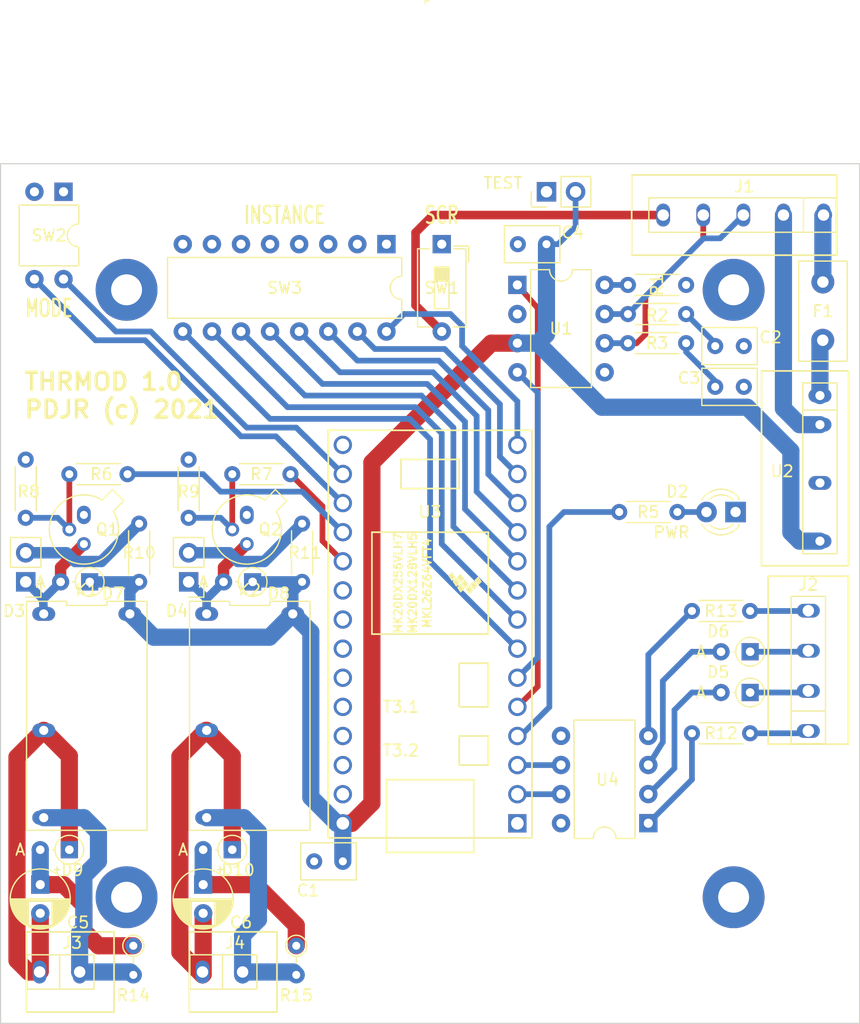
<source format=kicad_pcb>
(kicad_pcb (version 20171130) (host pcbnew 5.1.5-1.fc31)

  (general
    (thickness 1.6)
    (drawings 7)
    (tracks 240)
    (zones 0)
    (modules 50)
    (nets 50)
  )

  (page A4)
  (title_block
    (title "THR100 Thruster Module")
    (date 2021-05-01)
    (rev 1.0)
    (company "PDJR <preeve@pdjr.eu>")
  )

  (layers
    (0 F.Cu signal hide)
    (31 B.Cu signal hide)
    (33 F.Adhes user hide)
    (35 F.Paste user hide)
    (37 F.SilkS user)
    (38 B.Mask user hide)
    (39 F.Mask user hide)
    (40 Dwgs.User user hide)
    (41 Cmts.User user hide)
    (42 Eco1.User user hide)
    (43 Eco2.User user hide)
    (44 Edge.Cuts user)
    (45 Margin user)
    (46 B.CrtYd user)
    (47 F.CrtYd user)
    (49 F.Fab user hide)
  )

  (setup
    (last_trace_width 0.25)
    (user_trace_width 0.5)
    (user_trace_width 0.75)
    (user_trace_width 1)
    (user_trace_width 1.5)
    (user_trace_width 2)
    (trace_clearance 0.2)
    (zone_clearance 0.508)
    (zone_45_only no)
    (trace_min 0.2)
    (via_size 0.8)
    (via_drill 0.4)
    (via_min_size 0.4)
    (via_min_drill 0.3)
    (uvia_size 0.3)
    (uvia_drill 0.1)
    (uvias_allowed no)
    (uvia_min_size 0.2)
    (uvia_min_drill 0.1)
    (edge_width 0.1)
    (segment_width 0.2)
    (pcb_text_width 0.3)
    (pcb_text_size 1.5 1.5)
    (mod_edge_width 0.15)
    (mod_text_size 1 1)
    (mod_text_width 0.15)
    (pad_size 1.7 1.7)
    (pad_drill 1)
    (pad_to_mask_clearance 0)
    (aux_axis_origin 0 0)
    (grid_origin 100 0)
    (visible_elements FFFFFF7F)
    (pcbplotparams
      (layerselection 0x010e0_ffffffff)
      (usegerberextensions true)
      (usegerberattributes false)
      (usegerberadvancedattributes false)
      (creategerberjobfile false)
      (excludeedgelayer true)
      (linewidth 0.100000)
      (plotframeref false)
      (viasonmask false)
      (mode 1)
      (useauxorigin false)
      (hpglpennumber 1)
      (hpglpenspeed 20)
      (hpglpendiameter 15.000000)
      (psnegative false)
      (psa4output false)
      (plotreference true)
      (plotvalue true)
      (plotinvisibletext false)
      (padsonsilk false)
      (subtractmaskfromsilk false)
      (outputformat 1)
      (mirror false)
      (drillshape 0)
      (scaleselection 1)
      (outputdirectory "gerber/"))
  )

  (net 0 "")
  (net 1 GND)
  (net 2 "Net-(F1-Pad2)")
  (net 3 +5V)
  (net 4 /CAN_TX)
  (net 5 /CAN_RX)
  (net 6 /LED_PWR)
  (net 7 /CAN_SCR)
  (net 8 /CAN_L)
  (net 9 /CAN_H)
  (net 10 /NET_C)
  (net 11 /ADDR_7)
  (net 12 /ADDR_6)
  (net 13 /ADDR_5)
  (net 14 /ADDR_4)
  (net 15 /ADDR_3)
  (net 16 /ADDR_2)
  (net 17 /ADDR_1)
  (net 18 /ADDR_0)
  (net 19 "Net-(D2-Pad2)")
  (net 20 /NET_S)
  (net 21 "Net-(Q1-Pad2)")
  (net 22 "Net-(Q2-Pad2)")
  (net 23 /MODE_SEL)
  (net 24 /COMMON)
  (net 25 /PS_CO)
  (net 26 /SB_CO)
  (net 27 /PS_NO)
  (net 28 /SB-NO)
  (net 29 /SB_G)
  (net 30 /PS_G)
  (net 31 /PS_P)
  (net 32 /SB_P)
  (net 33 /PS_RLY)
  (net 34 /SB_RLY)
  (net 35 /PS_CMD)
  (net 36 /SB_CMD)
  (net 37 "Net-(C2-Pad2)")
  (net 38 "Net-(C3-Pad2)")
  (net 39 "Net-(C5-Pad1)")
  (net 40 "Net-(C6-Pad1)")
  (net 41 "Net-(D3-Pad2)")
  (net 42 "Net-(D3-Pad1)")
  (net 43 "Net-(D4-Pad2)")
  (net 44 "Net-(D4-Pad1)")
  (net 45 "Net-(D5-Pad2)")
  (net 46 "Net-(D6-Pad2)")
  (net 47 "Net-(R1-Pad2)")
  (net 48 "Net-(R12-Pad2)")
  (net 49 "Net-(R13-Pad2)")

  (net_class Default "This is the default net class."
    (clearance 0.2)
    (trace_width 0.25)
    (via_dia 0.8)
    (via_drill 0.4)
    (uvia_dia 0.3)
    (uvia_drill 0.1)
    (add_net +5V)
    (add_net /ADDR_0)
    (add_net /ADDR_1)
    (add_net /ADDR_2)
    (add_net /ADDR_3)
    (add_net /ADDR_4)
    (add_net /ADDR_5)
    (add_net /ADDR_6)
    (add_net /ADDR_7)
    (add_net /CAN_H)
    (add_net /CAN_L)
    (add_net /CAN_RX)
    (add_net /CAN_SCR)
    (add_net /CAN_TX)
    (add_net /COMMON)
    (add_net /LED_PWR)
    (add_net /MODE_SEL)
    (add_net /NET_C)
    (add_net /NET_S)
    (add_net /PS_CMD)
    (add_net /PS_CO)
    (add_net /PS_G)
    (add_net /PS_NO)
    (add_net /PS_P)
    (add_net /PS_RLY)
    (add_net /SB-NO)
    (add_net /SB_CMD)
    (add_net /SB_CO)
    (add_net /SB_G)
    (add_net /SB_P)
    (add_net /SB_RLY)
    (add_net GND)
    (add_net "Net-(C2-Pad2)")
    (add_net "Net-(C3-Pad2)")
    (add_net "Net-(C5-Pad1)")
    (add_net "Net-(C6-Pad1)")
    (add_net "Net-(D2-Pad2)")
    (add_net "Net-(D3-Pad1)")
    (add_net "Net-(D3-Pad2)")
    (add_net "Net-(D4-Pad1)")
    (add_net "Net-(D4-Pad2)")
    (add_net "Net-(D5-Pad2)")
    (add_net "Net-(D6-Pad2)")
    (add_net "Net-(F1-Pad2)")
    (add_net "Net-(Q1-Pad2)")
    (add_net "Net-(Q2-Pad2)")
    (add_net "Net-(R1-Pad2)")
    (add_net "Net-(R12-Pad2)")
    (add_net "Net-(R13-Pad2)")
    (add_net "Net-(U1-Pad5)")
    (add_net "Net-(U3-Pad15)")
    (add_net "Net-(U3-Pad20)")
    (add_net "Net-(U3-Pad21)")
    (add_net "Net-(U3-Pad22)")
    (add_net "Net-(U3-Pad23)")
    (add_net "Net-(U3-Pad24)")
    (add_net "Net-(U3-Pad25)")
    (add_net "Net-(U3-Pad26)")
  )

  (module Resistor_THT:R_Axial_DIN0204_L3.6mm_D1.6mm_P2.54mm_Vertical (layer F.Cu) (tedit 5AE5139B) (tstamp 608EDA59)
    (at 161.976 155.194 270)
    (descr "Resistor, Axial_DIN0204 series, Axial, Vertical, pin pitch=2.54mm, 0.167W, length*diameter=3.6*1.6mm^2, http://cdn-reichelt.de/documents/datenblatt/B400/1_4W%23YAG.pdf")
    (tags "Resistor Axial_DIN0204 series Axial Vertical pin pitch 2.54mm 0.167W length 3.6mm diameter 1.6mm")
    (path /60A32E3F)
    (fp_text reference R15 (at 4.318 0 180) (layer F.SilkS)
      (effects (font (size 1 1) (thickness 0.15)))
    )
    (fp_text value 43R (at 1.27 1.92 90) (layer F.Fab)
      (effects (font (size 1 1) (thickness 0.15)))
    )
    (fp_text user %R (at 1.27 -1.92 90) (layer F.Fab)
      (effects (font (size 1 1) (thickness 0.15)))
    )
    (fp_line (start 3.49 -1.05) (end -1.05 -1.05) (layer F.CrtYd) (width 0.05))
    (fp_line (start 3.49 1.05) (end 3.49 -1.05) (layer F.CrtYd) (width 0.05))
    (fp_line (start -1.05 1.05) (end 3.49 1.05) (layer F.CrtYd) (width 0.05))
    (fp_line (start -1.05 -1.05) (end -1.05 1.05) (layer F.CrtYd) (width 0.05))
    (fp_line (start 0.92 0) (end 1.54 0) (layer F.SilkS) (width 0.12))
    (fp_line (start 0 0) (end 2.54 0) (layer F.Fab) (width 0.1))
    (fp_circle (center 0 0) (end 0.92 0) (layer F.SilkS) (width 0.12))
    (fp_circle (center 0 0) (end 0.8 0) (layer F.Fab) (width 0.1))
    (pad 2 thru_hole oval (at 2.54 0 270) (size 1.4 1.4) (drill 0.7) (layers *.Cu *.Mask)
      (net 28 /SB-NO))
    (pad 1 thru_hole circle (at 0 0 270) (size 1.4 1.4) (drill 0.7) (layers *.Cu *.Mask)
      (net 40 "Net-(C6-Pad1)"))
    (model ${KISYS3DMOD}/Resistor_THT.3dshapes/R_Axial_DIN0204_L3.6mm_D1.6mm_P2.54mm_Vertical.wrl
      (at (xyz 0 0 0))
      (scale (xyz 1 1 1))
      (rotate (xyz 0 0 0))
    )
  )

  (module Resistor_THT:R_Axial_DIN0204_L3.6mm_D1.6mm_P2.54mm_Vertical (layer F.Cu) (tedit 5AE5139B) (tstamp 608EAFF0)
    (at 147.752 155.194 270)
    (descr "Resistor, Axial_DIN0204 series, Axial, Vertical, pin pitch=2.54mm, 0.167W, length*diameter=3.6*1.6mm^2, http://cdn-reichelt.de/documents/datenblatt/B400/1_4W%23YAG.pdf")
    (tags "Resistor Axial_DIN0204 series Axial Vertical pin pitch 2.54mm 0.167W length 3.6mm diameter 1.6mm")
    (path /60B6C3B5)
    (fp_text reference R14 (at 4.318 0 180) (layer F.SilkS)
      (effects (font (size 1 1) (thickness 0.15)))
    )
    (fp_text value 43R (at 1.27 1.92 90) (layer F.Fab)
      (effects (font (size 1 1) (thickness 0.15)))
    )
    (fp_text user %R (at 1.27 -1.92 90) (layer F.Fab)
      (effects (font (size 1 1) (thickness 0.15)))
    )
    (fp_line (start 3.49 -1.05) (end -1.05 -1.05) (layer F.CrtYd) (width 0.05))
    (fp_line (start 3.49 1.05) (end 3.49 -1.05) (layer F.CrtYd) (width 0.05))
    (fp_line (start -1.05 1.05) (end 3.49 1.05) (layer F.CrtYd) (width 0.05))
    (fp_line (start -1.05 -1.05) (end -1.05 1.05) (layer F.CrtYd) (width 0.05))
    (fp_line (start 0.92 0) (end 1.54 0) (layer F.SilkS) (width 0.12))
    (fp_line (start 0 0) (end 2.54 0) (layer F.Fab) (width 0.1))
    (fp_circle (center 0 0) (end 0.92 0) (layer F.SilkS) (width 0.12))
    (fp_circle (center 0 0) (end 0.8 0) (layer F.Fab) (width 0.1))
    (pad 2 thru_hole oval (at 2.54 0 270) (size 1.4 1.4) (drill 0.7) (layers *.Cu *.Mask)
      (net 27 /PS_NO))
    (pad 1 thru_hole circle (at 0 0 270) (size 1.4 1.4) (drill 0.7) (layers *.Cu *.Mask)
      (net 39 "Net-(C5-Pad1)"))
    (model ${KISYS3DMOD}/Resistor_THT.3dshapes/R_Axial_DIN0204_L3.6mm_D1.6mm_P2.54mm_Vertical.wrl
      (at (xyz 0 0 0))
      (scale (xyz 1 1 1))
      (rotate (xyz 0 0 0))
    )
  )

  (module PDJR:Phoenix-FK-MPT-2-3,5 (layer F.Cu) (tedit 608E5317) (tstamp 60946077)
    (at 166.04 157.48)
    (path /60AA4FA1)
    (fp_text reference J4 (at -9.398 -2.54) (layer F.SilkS)
      (effects (font (size 1 1) (thickness 0.15)))
    )
    (fp_text value Screw_Terminal_01x02 (at 0 -2.5) (layer F.Fab)
      (effects (font (size 1 1) (thickness 0.15)))
    )
    (fp_line (start -13.4 -3.5) (end -13.4 3.5) (layer F.SilkS) (width 0.15))
    (fp_line (start -5.75 -3.5) (end -5.75 3.5) (layer F.SilkS) (width 0.15))
    (fp_line (start -5.75 3.5) (end -13.4 3.5) (layer F.SilkS) (width 0.15))
    (fp_line (start -13.4 -3.5) (end -5.75 -3.5) (layer F.SilkS) (width 0.15))
    (fp_line (start -13.4 0) (end -13.4 -3.5) (layer F.SilkS) (width 0.15))
    (fp_line (start -13.1 1.25) (end -13.1 -1.25) (layer F.CrtYd) (width 0.05))
    (fp_line (start -7.75 1.25) (end -13.1 1.25) (layer F.CrtYd) (width 0.05))
    (fp_line (start -7.75 -1.25) (end -7.75 1.25) (layer F.CrtYd) (width 0.05))
    (fp_line (start -13.1 -1.25) (end -7.75 -1.25) (layer F.CrtYd) (width 0.05))
    (fp_line (start -10.5 -1.5) (end -10.5 1.5) (layer F.SilkS) (width 0.12))
    (fp_line (start -13.35 1.5) (end -13.35 -1.5) (layer F.SilkS) (width 0.12))
    (fp_line (start -7.5 1.5) (end -13.35 1.5) (layer F.SilkS) (width 0.12))
    (fp_line (start -7.5 -1.5) (end -7.5 1.5) (layer F.SilkS) (width 0.12))
    (fp_line (start -13.35 -1.5) (end -7.5 -1.5) (layer F.SilkS) (width 0.12))
    (pad 2 thru_hole oval (at -8.75 0) (size 1.2 2) (drill 1) (layers *.Cu *.Mask)
      (net 28 /SB-NO))
    (pad 1 thru_hole oval (at -12.25 0) (size 1.2 2) (drill 1) (layers *.Cu *.Mask)
      (net 26 /SB_CO))
  )

  (module PDJR:Phoenix-FK-MPT-2-3,5 (layer F.Cu) (tedit 608E5317) (tstamp 608EC4FB)
    (at 151.816 157.48)
    (path /60B6C41F)
    (fp_text reference J3 (at -9.398 -2.54) (layer F.SilkS)
      (effects (font (size 1 1) (thickness 0.15)))
    )
    (fp_text value Screw_Terminal_01x02 (at 0 -2.5) (layer F.Fab)
      (effects (font (size 1 1) (thickness 0.15)))
    )
    (fp_line (start -13.4 -3.5) (end -13.4 3.5) (layer F.SilkS) (width 0.15))
    (fp_line (start -5.75 -3.5) (end -5.75 3.5) (layer F.SilkS) (width 0.15))
    (fp_line (start -5.75 3.5) (end -13.4 3.5) (layer F.SilkS) (width 0.15))
    (fp_line (start -13.4 -3.5) (end -5.75 -3.5) (layer F.SilkS) (width 0.15))
    (fp_line (start -13.4 0) (end -13.4 -3.5) (layer F.SilkS) (width 0.15))
    (fp_line (start -13.1 1.25) (end -13.1 -1.25) (layer F.CrtYd) (width 0.05))
    (fp_line (start -7.75 1.25) (end -13.1 1.25) (layer F.CrtYd) (width 0.05))
    (fp_line (start -7.75 -1.25) (end -7.75 1.25) (layer F.CrtYd) (width 0.05))
    (fp_line (start -13.1 -1.25) (end -7.75 -1.25) (layer F.CrtYd) (width 0.05))
    (fp_line (start -10.5 -1.5) (end -10.5 1.5) (layer F.SilkS) (width 0.12))
    (fp_line (start -13.35 1.5) (end -13.35 -1.5) (layer F.SilkS) (width 0.12))
    (fp_line (start -7.5 1.5) (end -13.35 1.5) (layer F.SilkS) (width 0.12))
    (fp_line (start -7.5 -1.5) (end -7.5 1.5) (layer F.SilkS) (width 0.12))
    (fp_line (start -13.35 -1.5) (end -7.5 -1.5) (layer F.SilkS) (width 0.12))
    (pad 2 thru_hole oval (at -8.75 0) (size 1.2 2) (drill 1) (layers *.Cu *.Mask)
      (net 27 /PS_NO))
    (pad 1 thru_hole oval (at -12.25 0) (size 1.2 2) (drill 1) (layers *.Cu *.Mask)
      (net 25 /PS_CO))
  )

  (module Diode_THT:D_DO-34_SOD68_P2.54mm_Vertical_AnodeUp (layer F.Cu) (tedit 5AE50CD5) (tstamp 608D6933)
    (at 201.6 129.54 180)
    (descr "Diode, DO-34_SOD68 series, Axial, Vertical, pin pitch=2.54mm, , length*diameter=3.04*1.6mm^2, , https://www.nxp.com/docs/en/data-sheet/KTY83_SER.pdf")
    (tags "Diode DO-34_SOD68 series Axial Vertical pin pitch 2.54mm  length 3.04mm diameter 1.6mm")
    (path /609C9A80)
    (fp_text reference D6 (at 2.794 1.778) (layer F.SilkS)
      (effects (font (size 1 1) (thickness 0.15)))
    )
    (fp_text value 1N4001 (at 1.27 3.14466) (layer F.Fab)
      (effects (font (size 1 1) (thickness 0.15)))
    )
    (fp_text user A (at 4.29 0) (layer F.SilkS)
      (effects (font (size 1 1) (thickness 0.15)))
    )
    (fp_text user A (at 4.29 0) (layer F.Fab)
      (effects (font (size 1 1) (thickness 0.15)))
    )
    (fp_text user %R (at 1.27 -2.25566) (layer F.Fab)
      (effects (font (size 1 1) (thickness 0.15)))
    )
    (fp_line (start 3.54 -1.05) (end -1.05 -1.05) (layer F.CrtYd) (width 0.05))
    (fp_line (start 3.54 1.05) (end 3.54 -1.05) (layer F.CrtYd) (width 0.05))
    (fp_line (start -1.05 1.05) (end 3.54 1.05) (layer F.CrtYd) (width 0.05))
    (fp_line (start -1.05 -1.05) (end -1.05 1.05) (layer F.CrtYd) (width 0.05))
    (fp_line (start 1.25566 0) (end 1.49 0) (layer F.SilkS) (width 0.12))
    (fp_line (start 0 0) (end 2.54 0) (layer F.Fab) (width 0.1))
    (fp_circle (center 0 0) (end 1.25566 0) (layer F.SilkS) (width 0.12))
    (fp_circle (center 0 0) (end 0.8 0) (layer F.Fab) (width 0.1))
    (pad 2 thru_hole oval (at 2.54 0 180) (size 1.5 1.5) (drill 0.75) (layers *.Cu *.Mask)
      (net 46 "Net-(D6-Pad2)"))
    (pad 1 thru_hole rect (at 0 0 180) (size 1.5 1.5) (drill 0.75) (layers *.Cu *.Mask)
      (net 30 /PS_G))
    (model ${KISYS3DMOD}/Diode_THT.3dshapes/D_DO-34_SOD68_P2.54mm_Vertical_AnodeUp.wrl
      (at (xyz 0 0 0))
      (scale (xyz 1 1 1))
      (rotate (xyz 0 0 0))
    )
  )

  (module Diode_THT:D_DO-34_SOD68_P2.54mm_Vertical_AnodeUp (layer F.Cu) (tedit 5AE50CD5) (tstamp 608DE582)
    (at 201.6 133.096 180)
    (descr "Diode, DO-34_SOD68 series, Axial, Vertical, pin pitch=2.54mm, , length*diameter=3.04*1.6mm^2, , https://www.nxp.com/docs/en/data-sheet/KTY83_SER.pdf")
    (tags "Diode DO-34_SOD68 series Axial Vertical pin pitch 2.54mm  length 3.04mm diameter 1.6mm")
    (path /60907B0B)
    (fp_text reference D5 (at 2.794 1.778) (layer F.SilkS)
      (effects (font (size 1 1) (thickness 0.15)))
    )
    (fp_text value 1N4001 (at 1.27 3.14466) (layer F.Fab)
      (effects (font (size 1 1) (thickness 0.15)))
    )
    (fp_text user A (at 4.29 0) (layer F.SilkS)
      (effects (font (size 1 1) (thickness 0.15)))
    )
    (fp_text user A (at 4.29 0) (layer F.Fab)
      (effects (font (size 1 1) (thickness 0.15)))
    )
    (fp_text user %R (at 1.27 -2.25566) (layer F.Fab)
      (effects (font (size 1 1) (thickness 0.15)))
    )
    (fp_line (start 3.54 -1.05) (end -1.05 -1.05) (layer F.CrtYd) (width 0.05))
    (fp_line (start 3.54 1.05) (end 3.54 -1.05) (layer F.CrtYd) (width 0.05))
    (fp_line (start -1.05 1.05) (end 3.54 1.05) (layer F.CrtYd) (width 0.05))
    (fp_line (start -1.05 -1.05) (end -1.05 1.05) (layer F.CrtYd) (width 0.05))
    (fp_line (start 1.25566 0) (end 1.49 0) (layer F.SilkS) (width 0.12))
    (fp_line (start 0 0) (end 2.54 0) (layer F.Fab) (width 0.1))
    (fp_circle (center 0 0) (end 1.25566 0) (layer F.SilkS) (width 0.12))
    (fp_circle (center 0 0) (end 0.8 0) (layer F.Fab) (width 0.1))
    (pad 2 thru_hole oval (at 2.54 0 180) (size 1.5 1.5) (drill 0.75) (layers *.Cu *.Mask)
      (net 45 "Net-(D5-Pad2)"))
    (pad 1 thru_hole rect (at 0 0 180) (size 1.5 1.5) (drill 0.75) (layers *.Cu *.Mask)
      (net 29 /SB_G))
    (model ${KISYS3DMOD}/Diode_THT.3dshapes/D_DO-34_SOD68_P2.54mm_Vertical_AnodeUp.wrl
      (at (xyz 0 0 0))
      (scale (xyz 1 1 1))
      (rotate (xyz 0 0 0))
    )
  )

  (module Diode_THT:D_DO-34_SOD68_P2.54mm_Vertical_AnodeUp (layer F.Cu) (tedit 5AE50CD5) (tstamp 608E3076)
    (at 156.388 146.812 180)
    (descr "Diode, DO-34_SOD68 series, Axial, Vertical, pin pitch=2.54mm, , length*diameter=3.04*1.6mm^2, , https://www.nxp.com/docs/en/data-sheet/KTY83_SER.pdf")
    (tags "Diode DO-34_SOD68 series Axial Vertical pin pitch 2.54mm  length 3.04mm diameter 1.6mm")
    (path /60A32E4B)
    (fp_text reference D10 (at -0.508 -1.778) (layer F.SilkS)
      (effects (font (size 1 1) (thickness 0.15)))
    )
    (fp_text value D_TVS (at 1.27 3.14466) (layer F.Fab)
      (effects (font (size 1 1) (thickness 0.15)))
    )
    (fp_text user A (at 4.29 0) (layer F.SilkS)
      (effects (font (size 1 1) (thickness 0.15)))
    )
    (fp_text user A (at 4.29 0) (layer F.Fab)
      (effects (font (size 1 1) (thickness 0.15)))
    )
    (fp_text user %R (at 1.27 -2.25566) (layer F.Fab)
      (effects (font (size 1 1) (thickness 0.15)))
    )
    (fp_line (start 3.54 -1.05) (end -1.05 -1.05) (layer F.CrtYd) (width 0.05))
    (fp_line (start 3.54 1.05) (end 3.54 -1.05) (layer F.CrtYd) (width 0.05))
    (fp_line (start -1.05 1.05) (end 3.54 1.05) (layer F.CrtYd) (width 0.05))
    (fp_line (start -1.05 -1.05) (end -1.05 1.05) (layer F.CrtYd) (width 0.05))
    (fp_line (start 1.25566 0) (end 1.49 0) (layer F.SilkS) (width 0.12))
    (fp_line (start 0 0) (end 2.54 0) (layer F.Fab) (width 0.1))
    (fp_circle (center 0 0) (end 1.25566 0) (layer F.SilkS) (width 0.12))
    (fp_circle (center 0 0) (end 0.8 0) (layer F.Fab) (width 0.1))
    (pad 2 thru_hole oval (at 2.54 0 180) (size 1.5 1.5) (drill 0.75) (layers *.Cu *.Mask)
      (net 40 "Net-(C6-Pad1)"))
    (pad 1 thru_hole rect (at 0 0 180) (size 1.5 1.5) (drill 0.75) (layers *.Cu *.Mask)
      (net 26 /SB_CO))
    (model ${KISYS3DMOD}/Diode_THT.3dshapes/D_DO-34_SOD68_P2.54mm_Vertical_AnodeUp.wrl
      (at (xyz 0 0 0))
      (scale (xyz 1 1 1))
      (rotate (xyz 0 0 0))
    )
  )

  (module Diode_THT:D_DO-34_SOD68_P2.54mm_Vertical_AnodeUp (layer F.Cu) (tedit 5AE50CD5) (tstamp 608EAEEC)
    (at 142.164 146.812 180)
    (descr "Diode, DO-34_SOD68 series, Axial, Vertical, pin pitch=2.54mm, , length*diameter=3.04*1.6mm^2, , https://www.nxp.com/docs/en/data-sheet/KTY83_SER.pdf")
    (tags "Diode DO-34_SOD68 series Axial Vertical pin pitch 2.54mm  length 3.04mm diameter 1.6mm")
    (path /60B6C3BD)
    (fp_text reference D9 (at -0.254 -1.778) (layer F.SilkS)
      (effects (font (size 1 1) (thickness 0.15)))
    )
    (fp_text value D_TVS (at 1.27 3.14466) (layer F.Fab)
      (effects (font (size 1 1) (thickness 0.15)))
    )
    (fp_text user A (at 4.29 0) (layer F.SilkS)
      (effects (font (size 1 1) (thickness 0.15)))
    )
    (fp_text user A (at 4.29 0) (layer F.Fab)
      (effects (font (size 1 1) (thickness 0.15)))
    )
    (fp_text user %R (at 1.27 -2.25566) (layer F.Fab)
      (effects (font (size 1 1) (thickness 0.15)))
    )
    (fp_line (start 3.54 -1.05) (end -1.05 -1.05) (layer F.CrtYd) (width 0.05))
    (fp_line (start 3.54 1.05) (end 3.54 -1.05) (layer F.CrtYd) (width 0.05))
    (fp_line (start -1.05 1.05) (end 3.54 1.05) (layer F.CrtYd) (width 0.05))
    (fp_line (start -1.05 -1.05) (end -1.05 1.05) (layer F.CrtYd) (width 0.05))
    (fp_line (start 1.25566 0) (end 1.49 0) (layer F.SilkS) (width 0.12))
    (fp_line (start 0 0) (end 2.54 0) (layer F.Fab) (width 0.1))
    (fp_circle (center 0 0) (end 1.25566 0) (layer F.SilkS) (width 0.12))
    (fp_circle (center 0 0) (end 0.8 0) (layer F.Fab) (width 0.1))
    (pad 2 thru_hole oval (at 2.54 0 180) (size 1.5 1.5) (drill 0.75) (layers *.Cu *.Mask)
      (net 39 "Net-(C5-Pad1)"))
    (pad 1 thru_hole rect (at 0 0 180) (size 1.5 1.5) (drill 0.75) (layers *.Cu *.Mask)
      (net 25 /PS_CO))
    (model ${KISYS3DMOD}/Diode_THT.3dshapes/D_DO-34_SOD68_P2.54mm_Vertical_AnodeUp.wrl
      (at (xyz 0 0 0))
      (scale (xyz 1 1 1))
      (rotate (xyz 0 0 0))
    )
  )

  (module Resistor_THT:R_Axial_DIN0204_L3.6mm_D1.6mm_P5.08mm_Horizontal (layer F.Cu) (tedit 5AE5139B) (tstamp 608EAF4E)
    (at 148.26 123.444 90)
    (descr "Resistor, Axial_DIN0204 series, Axial, Horizontal, pin pitch=5.08mm, 0.167W, length*diameter=3.6*1.6mm^2, http://cdn-reichelt.de/documents/datenblatt/B400/1_4W%23YAG.pdf")
    (tags "Resistor Axial_DIN0204 series Axial Horizontal pin pitch 5.08mm 0.167W length 3.6mm diameter 1.6mm")
    (path /60B6C3F0)
    (fp_text reference R10 (at 2.54 0 180) (layer F.SilkS)
      (effects (font (size 1 1) (thickness 0.15)))
    )
    (fp_text value 200R (at 2.54 1.92 90) (layer F.Fab)
      (effects (font (size 1 1) (thickness 0.15)))
    )
    (fp_text user %R (at 2.54 0 90) (layer F.Fab)
      (effects (font (size 0.72 0.72) (thickness 0.108)))
    )
    (fp_line (start 6.03 -1.05) (end -0.95 -1.05) (layer F.CrtYd) (width 0.05))
    (fp_line (start 6.03 1.05) (end 6.03 -1.05) (layer F.CrtYd) (width 0.05))
    (fp_line (start -0.95 1.05) (end 6.03 1.05) (layer F.CrtYd) (width 0.05))
    (fp_line (start -0.95 -1.05) (end -0.95 1.05) (layer F.CrtYd) (width 0.05))
    (fp_line (start 0.62 0.92) (end 4.46 0.92) (layer F.SilkS) (width 0.12))
    (fp_line (start 0.62 -0.92) (end 4.46 -0.92) (layer F.SilkS) (width 0.12))
    (fp_line (start 5.08 0) (end 4.34 0) (layer F.Fab) (width 0.1))
    (fp_line (start 0 0) (end 0.74 0) (layer F.Fab) (width 0.1))
    (fp_line (start 4.34 -0.8) (end 0.74 -0.8) (layer F.Fab) (width 0.1))
    (fp_line (start 4.34 0.8) (end 4.34 -0.8) (layer F.Fab) (width 0.1))
    (fp_line (start 0.74 0.8) (end 4.34 0.8) (layer F.Fab) (width 0.1))
    (fp_line (start 0.74 -0.8) (end 0.74 0.8) (layer F.Fab) (width 0.1))
    (pad 2 thru_hole oval (at 5.08 0 90) (size 1.4 1.4) (drill 0.7) (layers *.Cu *.Mask)
      (net 41 "Net-(D3-Pad2)"))
    (pad 1 thru_hole circle (at 0 0 90) (size 1.4 1.4) (drill 0.7) (layers *.Cu *.Mask)
      (net 3 +5V))
    (model ${KISYS3DMOD}/Resistor_THT.3dshapes/R_Axial_DIN0204_L3.6mm_D1.6mm_P5.08mm_Horizontal.wrl
      (at (xyz 0 0 0))
      (scale (xyz 1 1 1))
      (rotate (xyz 0 0 0))
    )
  )

  (module Resistor_THT:R_Axial_DIN0204_L3.6mm_D1.6mm_P5.08mm_Horizontal (layer F.Cu) (tedit 5AE5139B) (tstamp 608F3A4B)
    (at 138.354 112.776 270)
    (descr "Resistor, Axial_DIN0204 series, Axial, Horizontal, pin pitch=5.08mm, 0.167W, length*diameter=3.6*1.6mm^2, http://cdn-reichelt.de/documents/datenblatt/B400/1_4W%23YAG.pdf")
    (tags "Resistor Axial_DIN0204 series Axial Horizontal pin pitch 5.08mm 0.167W length 3.6mm diameter 1.6mm")
    (path /60B6C3D5)
    (fp_text reference R8 (at 2.794 -0.254 180) (layer F.SilkS)
      (effects (font (size 1 1) (thickness 0.15)))
    )
    (fp_text value 4K7 (at 2.54 1.92 90) (layer F.Fab)
      (effects (font (size 1 1) (thickness 0.15)))
    )
    (fp_text user %R (at 2.54 0 90) (layer F.Fab)
      (effects (font (size 0.72 0.72) (thickness 0.108)))
    )
    (fp_line (start 6.03 -1.05) (end -0.95 -1.05) (layer F.CrtYd) (width 0.05))
    (fp_line (start 6.03 1.05) (end 6.03 -1.05) (layer F.CrtYd) (width 0.05))
    (fp_line (start -0.95 1.05) (end 6.03 1.05) (layer F.CrtYd) (width 0.05))
    (fp_line (start -0.95 -1.05) (end -0.95 1.05) (layer F.CrtYd) (width 0.05))
    (fp_line (start 0.62 0.92) (end 4.46 0.92) (layer F.SilkS) (width 0.12))
    (fp_line (start 0.62 -0.92) (end 4.46 -0.92) (layer F.SilkS) (width 0.12))
    (fp_line (start 5.08 0) (end 4.34 0) (layer F.Fab) (width 0.1))
    (fp_line (start 0 0) (end 0.74 0) (layer F.Fab) (width 0.1))
    (fp_line (start 4.34 -0.8) (end 0.74 -0.8) (layer F.Fab) (width 0.1))
    (fp_line (start 4.34 0.8) (end 4.34 -0.8) (layer F.Fab) (width 0.1))
    (fp_line (start 0.74 0.8) (end 4.34 0.8) (layer F.Fab) (width 0.1))
    (fp_line (start 0.74 -0.8) (end 0.74 0.8) (layer F.Fab) (width 0.1))
    (pad 2 thru_hole oval (at 5.08 0 270) (size 1.4 1.4) (drill 0.7) (layers *.Cu *.Mask)
      (net 21 "Net-(Q1-Pad2)"))
    (pad 1 thru_hole circle (at 0 0 270) (size 1.4 1.4) (drill 0.7) (layers *.Cu *.Mask)
      (net 1 GND))
    (model ${KISYS3DMOD}/Resistor_THT.3dshapes/R_Axial_DIN0204_L3.6mm_D1.6mm_P5.08mm_Horizontal.wrl
      (at (xyz 0 0 0))
      (scale (xyz 1 1 1))
      (rotate (xyz 0 0 0))
    )
  )

  (module Resistor_THT:R_Axial_DIN0204_L3.6mm_D1.6mm_P5.08mm_Horizontal (layer F.Cu) (tedit 5AE5139B) (tstamp 608EAFBA)
    (at 142.164 114.046)
    (descr "Resistor, Axial_DIN0204 series, Axial, Horizontal, pin pitch=5.08mm, 0.167W, length*diameter=3.6*1.6mm^2, http://cdn-reichelt.de/documents/datenblatt/B400/1_4W%23YAG.pdf")
    (tags "Resistor Axial_DIN0204 series Axial Horizontal pin pitch 5.08mm 0.167W length 3.6mm diameter 1.6mm")
    (path /60B6C3DB)
    (fp_text reference R6 (at 2.794 0) (layer F.SilkS)
      (effects (font (size 1 1) (thickness 0.15)))
    )
    (fp_text value 4K7 (at 2.54 1.92) (layer F.Fab)
      (effects (font (size 1 1) (thickness 0.15)))
    )
    (fp_text user %R (at 2.54 0) (layer F.Fab)
      (effects (font (size 0.72 0.72) (thickness 0.108)))
    )
    (fp_line (start 6.03 -1.05) (end -0.95 -1.05) (layer F.CrtYd) (width 0.05))
    (fp_line (start 6.03 1.05) (end 6.03 -1.05) (layer F.CrtYd) (width 0.05))
    (fp_line (start -0.95 1.05) (end 6.03 1.05) (layer F.CrtYd) (width 0.05))
    (fp_line (start -0.95 -1.05) (end -0.95 1.05) (layer F.CrtYd) (width 0.05))
    (fp_line (start 0.62 0.92) (end 4.46 0.92) (layer F.SilkS) (width 0.12))
    (fp_line (start 0.62 -0.92) (end 4.46 -0.92) (layer F.SilkS) (width 0.12))
    (fp_line (start 5.08 0) (end 4.34 0) (layer F.Fab) (width 0.1))
    (fp_line (start 0 0) (end 0.74 0) (layer F.Fab) (width 0.1))
    (fp_line (start 4.34 -0.8) (end 0.74 -0.8) (layer F.Fab) (width 0.1))
    (fp_line (start 4.34 0.8) (end 4.34 -0.8) (layer F.Fab) (width 0.1))
    (fp_line (start 0.74 0.8) (end 4.34 0.8) (layer F.Fab) (width 0.1))
    (fp_line (start 0.74 -0.8) (end 0.74 0.8) (layer F.Fab) (width 0.1))
    (pad 2 thru_hole oval (at 5.08 0) (size 1.4 1.4) (drill 0.7) (layers *.Cu *.Mask)
      (net 33 /PS_RLY))
    (pad 1 thru_hole circle (at 0 0) (size 1.4 1.4) (drill 0.7) (layers *.Cu *.Mask)
      (net 21 "Net-(Q1-Pad2)"))
    (model ${KISYS3DMOD}/Resistor_THT.3dshapes/R_Axial_DIN0204_L3.6mm_D1.6mm_P5.08mm_Horizontal.wrl
      (at (xyz 0 0 0))
      (scale (xyz 1 1 1))
      (rotate (xyz 0 0 0))
    )
  )

  (module Package_TO_SOT_THT:TO-18-3 (layer F.Cu) (tedit 5A02FF81) (tstamp 608F3F59)
    (at 143.434 117.602 270)
    (descr TO-18-3)
    (tags TO-18-3)
    (path /60B6C3CF)
    (fp_text reference Q1 (at 1.27 -2.032 180) (layer F.SilkS)
      (effects (font (size 1 1) (thickness 0.15)))
    )
    (fp_text value NTE123A (at 1.27 4.02 90) (layer F.Fab)
      (effects (font (size 1 1) (thickness 0.15)))
    )
    (fp_arc (start 1.27 0) (end -0.312331 -2.572281) (angle 333.2) (layer F.SilkS) (width 0.12))
    (fp_arc (start 1.27 0) (end -0.329057 -2.419301) (angle 336.9) (layer F.Fab) (width 0.1))
    (fp_circle (center 1.27 0) (end 3.67 0) (layer F.Fab) (width 0.1))
    (fp_line (start 4.42 -3.5) (end -2.23 -3.5) (layer F.CrtYd) (width 0.05))
    (fp_line (start 4.42 3.15) (end 4.42 -3.5) (layer F.CrtYd) (width 0.05))
    (fp_line (start -2.23 3.15) (end 4.42 3.15) (layer F.CrtYd) (width 0.05))
    (fp_line (start -2.23 -3.5) (end -2.23 3.15) (layer F.CrtYd) (width 0.05))
    (fp_line (start -2.214448 -2.494499) (end -1.302281 -1.582331) (layer F.SilkS) (width 0.12))
    (fp_line (start -1.224499 -3.484448) (end -2.214448 -2.494499) (layer F.SilkS) (width 0.12))
    (fp_line (start -0.312331 -2.572281) (end -1.224499 -3.484448) (layer F.SilkS) (width 0.12))
    (fp_line (start -1.976616 -2.426372) (end -1.149301 -1.599057) (layer F.Fab) (width 0.1))
    (fp_line (start -1.156372 -3.246616) (end -1.976616 -2.426372) (layer F.Fab) (width 0.1))
    (fp_line (start -0.329057 -2.419301) (end -1.156372 -3.246616) (layer F.Fab) (width 0.1))
    (fp_text user %R (at 1.27 -4.02 90) (layer F.Fab)
      (effects (font (size 1 1) (thickness 0.15)))
    )
    (pad 3 thru_hole oval (at 2.54 0 270) (size 1.2 1.2) (drill 0.7) (layers *.Cu *.Mask)
      (net 42 "Net-(D3-Pad1)"))
    (pad 2 thru_hole oval (at 1.27 1.27 270) (size 1.2 1.2) (drill 0.7) (layers *.Cu *.Mask)
      (net 21 "Net-(Q1-Pad2)"))
    (pad 1 thru_hole oval (at 0 0 270) (size 1.6 1.2) (drill 0.7) (layers *.Cu *.Mask)
      (net 1 GND))
    (model ${KISYS3DMOD}/Package_TO_SOT_THT.3dshapes/TO-18-3.wrl
      (at (xyz 0 0 0))
      (scale (xyz 1 1 1))
      (rotate (xyz 0 0 0))
    )
  )

  (module PDJR:PCH-105L2MH (layer F.Cu) (tedit 608E1036) (tstamp 608EAE41)
    (at 157.912 135.128 270)
    (path /60A9923E)
    (fp_text reference K2 (at -10.99 0) (layer F.SilkS)
      (effects (font (size 1 1) (thickness 0.15)))
    )
    (fp_text value FINDER-32.21-x300 (at 0 0 90) (layer F.Fab)
      (effects (font (size 1 1) (thickness 0.15)))
    )
    (fp_line (start -9.74 5.01) (end -9.74 -5.01) (layer F.CrtYd) (width 0.05))
    (fp_line (start 9.74 5.01) (end -9.74 5.01) (layer F.CrtYd) (width 0.05))
    (fp_line (start 9.74 -5.01) (end 9.74 5.01) (layer F.CrtYd) (width 0.05))
    (fp_line (start -9.74 -5.01) (end 9.74 -5.01) (layer F.CrtYd) (width 0.05))
    (fp_line (start -9.99 1.753333) (end -9.99 5.259999) (layer F.SilkS) (width 0.12))
    (fp_line (start -9.63 1.753333) (end -9.99 1.753333) (layer F.SilkS) (width 0.12))
    (fp_line (start -9.63 -1.753333) (end -9.63 1.753333) (layer F.SilkS) (width 0.12))
    (fp_line (start -9.99 -1.753333) (end -9.63 -1.753333) (layer F.SilkS) (width 0.12))
    (fp_line (start -9.99 -5.26) (end -9.99 -1.753333) (layer F.SilkS) (width 0.12))
    (fp_line (start 9.99 -5.259999) (end -9.99 -5.26) (layer F.SilkS) (width 0.12))
    (fp_line (start 9.99 5.26) (end 9.99 -5.259999) (layer F.SilkS) (width 0.12))
    (fp_line (start -9.99 5.259999) (end 9.99 5.26) (layer F.SilkS) (width 0.12))
    (pad 14 thru_hole oval (at 8.89 3.76 270) (size 1.2 2) (drill 0.8) (layers *.Cu *.Mask)
      (net 28 /SB-NO))
    (pad 11 thru_hole oval (at 1.27 3.76 270) (size 1.2 2) (drill 0.8) (layers *.Cu *.Mask)
      (net 26 /SB_CO))
    (pad A1 thru_hole oval (at -8.89 3.76 270) (size 1.2 2) (drill 0.8) (layers *.Cu *.Mask)
      (net 44 "Net-(D4-Pad1)"))
    (pad A2 thru_hole oval (at -8.89 -3.76 270) (size 1.2 2) (drill 0.8) (layers *.Cu *.Mask)
      (net 3 +5V))
  )

  (module PDJR:PCH-105L2MH (layer F.Cu) (tedit 608E1036) (tstamp 608EAE7A)
    (at 143.688 135.128 270)
    (path /60B6C419)
    (fp_text reference K1 (at -10.99 0) (layer F.SilkS)
      (effects (font (size 1 1) (thickness 0.15)))
    )
    (fp_text value FINDER-32.21-x300 (at 0 0 90) (layer F.Fab)
      (effects (font (size 1 1) (thickness 0.15)))
    )
    (fp_line (start -9.74 5.01) (end -9.74 -5.01) (layer F.CrtYd) (width 0.05))
    (fp_line (start 9.74 5.01) (end -9.74 5.01) (layer F.CrtYd) (width 0.05))
    (fp_line (start 9.74 -5.01) (end 9.74 5.01) (layer F.CrtYd) (width 0.05))
    (fp_line (start -9.74 -5.01) (end 9.74 -5.01) (layer F.CrtYd) (width 0.05))
    (fp_line (start -9.99 1.753333) (end -9.99 5.259999) (layer F.SilkS) (width 0.12))
    (fp_line (start -9.63 1.753333) (end -9.99 1.753333) (layer F.SilkS) (width 0.12))
    (fp_line (start -9.63 -1.753333) (end -9.63 1.753333) (layer F.SilkS) (width 0.12))
    (fp_line (start -9.99 -1.753333) (end -9.63 -1.753333) (layer F.SilkS) (width 0.12))
    (fp_line (start -9.99 -5.26) (end -9.99 -1.753333) (layer F.SilkS) (width 0.12))
    (fp_line (start 9.99 -5.259999) (end -9.99 -5.26) (layer F.SilkS) (width 0.12))
    (fp_line (start 9.99 5.26) (end 9.99 -5.259999) (layer F.SilkS) (width 0.12))
    (fp_line (start -9.99 5.259999) (end 9.99 5.26) (layer F.SilkS) (width 0.12))
    (pad 14 thru_hole oval (at 8.89 3.76 270) (size 1.2 2) (drill 0.8) (layers *.Cu *.Mask)
      (net 27 /PS_NO))
    (pad 11 thru_hole oval (at 1.27 3.76 270) (size 1.2 2) (drill 0.8) (layers *.Cu *.Mask)
      (net 25 /PS_CO))
    (pad A1 thru_hole oval (at -8.89 3.76 270) (size 1.2 2) (drill 0.8) (layers *.Cu *.Mask)
      (net 42 "Net-(D3-Pad1)"))
    (pad A2 thru_hole oval (at -8.89 -3.76 270) (size 1.2 2) (drill 0.8) (layers *.Cu *.Mask)
      (net 3 +5V))
  )

  (module Diode_THT:D_DO-34_SOD68_P2.54mm_Vertical_AnodeUp (layer F.Cu) (tedit 5AE50CD5) (tstamp 608EAF1C)
    (at 143.942 123.444 180)
    (descr "Diode, DO-34_SOD68 series, Axial, Vertical, pin pitch=2.54mm, , length*diameter=3.04*1.6mm^2, , https://www.nxp.com/docs/en/data-sheet/KTY83_SER.pdf")
    (tags "Diode DO-34_SOD68 series Axial Vertical pin pitch 2.54mm  length 3.04mm diameter 1.6mm")
    (path /60B6C3A8)
    (fp_text reference D7 (at -2.032 -1.016) (layer F.SilkS)
      (effects (font (size 1 1) (thickness 0.15)))
    )
    (fp_text value 1N4007 (at 1.27 3.14466) (layer F.Fab)
      (effects (font (size 1 1) (thickness 0.15)))
    )
    (fp_text user A (at 4.29 0) (layer F.SilkS)
      (effects (font (size 1 1) (thickness 0.15)))
    )
    (fp_text user A (at 4.29 0) (layer F.Fab)
      (effects (font (size 1 1) (thickness 0.15)))
    )
    (fp_text user %R (at 1.27 -2.25566) (layer F.Fab)
      (effects (font (size 1 1) (thickness 0.15)))
    )
    (fp_line (start 3.54 -1.05) (end -1.05 -1.05) (layer F.CrtYd) (width 0.05))
    (fp_line (start 3.54 1.05) (end 3.54 -1.05) (layer F.CrtYd) (width 0.05))
    (fp_line (start -1.05 1.05) (end 3.54 1.05) (layer F.CrtYd) (width 0.05))
    (fp_line (start -1.05 -1.05) (end -1.05 1.05) (layer F.CrtYd) (width 0.05))
    (fp_line (start 1.25566 0) (end 1.49 0) (layer F.SilkS) (width 0.12))
    (fp_line (start 0 0) (end 2.54 0) (layer F.Fab) (width 0.1))
    (fp_circle (center 0 0) (end 1.25566 0) (layer F.SilkS) (width 0.12))
    (fp_circle (center 0 0) (end 0.8 0) (layer F.Fab) (width 0.1))
    (pad 2 thru_hole oval (at 2.54 0 180) (size 1.5 1.5) (drill 0.75) (layers *.Cu *.Mask)
      (net 42 "Net-(D3-Pad1)"))
    (pad 1 thru_hole rect (at 0 0 180) (size 1.5 1.5) (drill 0.75) (layers *.Cu *.Mask)
      (net 3 +5V))
    (model ${KISYS3DMOD}/Diode_THT.3dshapes/D_DO-34_SOD68_P2.54mm_Vertical_AnodeUp.wrl
      (at (xyz 0 0 0))
      (scale (xyz 1 1 1))
      (rotate (xyz 0 0 0))
    )
  )

  (module Connector_PinHeader_2.54mm:PinHeader_1x02_P2.54mm_Vertical (layer F.Cu) (tedit 59FED5CC) (tstamp 608EAE04)
    (at 138.354 123.444 180)
    (descr "Through hole straight pin header, 1x02, 2.54mm pitch, single row")
    (tags "Through hole pin header THT 1x02 2.54mm single row")
    (path /60B6C3F6)
    (fp_text reference D3 (at 1.016 -2.54) (layer F.SilkS)
      (effects (font (size 1 1) (thickness 0.15)))
    )
    (fp_text value L-1334SRT (at 0 4.87) (layer F.Fab)
      (effects (font (size 1 1) (thickness 0.15)))
    )
    (fp_text user %R (at 0 1.27 90) (layer F.Fab)
      (effects (font (size 1 1) (thickness 0.15)))
    )
    (fp_line (start 1.8 -1.8) (end -1.8 -1.8) (layer F.CrtYd) (width 0.05))
    (fp_line (start 1.8 4.35) (end 1.8 -1.8) (layer F.CrtYd) (width 0.05))
    (fp_line (start -1.8 4.35) (end 1.8 4.35) (layer F.CrtYd) (width 0.05))
    (fp_line (start -1.8 -1.8) (end -1.8 4.35) (layer F.CrtYd) (width 0.05))
    (fp_line (start -1.33 -1.33) (end 0 -1.33) (layer F.SilkS) (width 0.12))
    (fp_line (start -1.33 0) (end -1.33 -1.33) (layer F.SilkS) (width 0.12))
    (fp_line (start -1.33 1.27) (end 1.33 1.27) (layer F.SilkS) (width 0.12))
    (fp_line (start 1.33 1.27) (end 1.33 3.87) (layer F.SilkS) (width 0.12))
    (fp_line (start -1.33 1.27) (end -1.33 3.87) (layer F.SilkS) (width 0.12))
    (fp_line (start -1.33 3.87) (end 1.33 3.87) (layer F.SilkS) (width 0.12))
    (fp_line (start -1.27 -0.635) (end -0.635 -1.27) (layer F.Fab) (width 0.1))
    (fp_line (start -1.27 3.81) (end -1.27 -0.635) (layer F.Fab) (width 0.1))
    (fp_line (start 1.27 3.81) (end -1.27 3.81) (layer F.Fab) (width 0.1))
    (fp_line (start 1.27 -1.27) (end 1.27 3.81) (layer F.Fab) (width 0.1))
    (fp_line (start -0.635 -1.27) (end 1.27 -1.27) (layer F.Fab) (width 0.1))
    (pad 2 thru_hole oval (at 0 2.54 180) (size 1.7 1.7) (drill 1) (layers *.Cu *.Mask)
      (net 41 "Net-(D3-Pad2)"))
    (pad 1 thru_hole rect (at 0 0 180) (size 1.7 1.7) (drill 1) (layers *.Cu *.Mask)
      (net 42 "Net-(D3-Pad1)"))
    (model ${KISYS3DMOD}/Connector_PinHeader_2.54mm.3dshapes/PinHeader_1x02_P2.54mm_Vertical.wrl
      (at (xyz 0 0 0))
      (scale (xyz 1 1 1))
      (rotate (xyz 0 0 0))
    )
  )

  (module Capacitor_THT:CP_Radial_D5.0mm_P2.50mm (layer F.Cu) (tedit 5AE50EF0) (tstamp 608E5C62)
    (at 139.624 149.86 270)
    (descr "CP, Radial series, Radial, pin pitch=2.50mm, , diameter=5mm, Electrolytic Capacitor")
    (tags "CP Radial series Radial pin pitch 2.50mm  diameter 5mm Electrolytic Capacitor")
    (path /60B6C3AE)
    (fp_text reference C5 (at 3.302 -3.302 180) (layer F.SilkS)
      (effects (font (size 1 1) (thickness 0.15)))
    )
    (fp_text value 33n (at 1.25 3.75 90) (layer F.Fab)
      (effects (font (size 1 1) (thickness 0.15)))
    )
    (fp_text user %R (at 1.25 0 90) (layer F.Fab)
      (effects (font (size 1 1) (thickness 0.15)))
    )
    (fp_line (start -1.304775 -1.725) (end -1.304775 -1.225) (layer F.SilkS) (width 0.12))
    (fp_line (start -1.554775 -1.475) (end -1.054775 -1.475) (layer F.SilkS) (width 0.12))
    (fp_line (start 3.851 -0.284) (end 3.851 0.284) (layer F.SilkS) (width 0.12))
    (fp_line (start 3.811 -0.518) (end 3.811 0.518) (layer F.SilkS) (width 0.12))
    (fp_line (start 3.771 -0.677) (end 3.771 0.677) (layer F.SilkS) (width 0.12))
    (fp_line (start 3.731 -0.805) (end 3.731 0.805) (layer F.SilkS) (width 0.12))
    (fp_line (start 3.691 -0.915) (end 3.691 0.915) (layer F.SilkS) (width 0.12))
    (fp_line (start 3.651 -1.011) (end 3.651 1.011) (layer F.SilkS) (width 0.12))
    (fp_line (start 3.611 -1.098) (end 3.611 1.098) (layer F.SilkS) (width 0.12))
    (fp_line (start 3.571 -1.178) (end 3.571 1.178) (layer F.SilkS) (width 0.12))
    (fp_line (start 3.531 1.04) (end 3.531 1.251) (layer F.SilkS) (width 0.12))
    (fp_line (start 3.531 -1.251) (end 3.531 -1.04) (layer F.SilkS) (width 0.12))
    (fp_line (start 3.491 1.04) (end 3.491 1.319) (layer F.SilkS) (width 0.12))
    (fp_line (start 3.491 -1.319) (end 3.491 -1.04) (layer F.SilkS) (width 0.12))
    (fp_line (start 3.451 1.04) (end 3.451 1.383) (layer F.SilkS) (width 0.12))
    (fp_line (start 3.451 -1.383) (end 3.451 -1.04) (layer F.SilkS) (width 0.12))
    (fp_line (start 3.411 1.04) (end 3.411 1.443) (layer F.SilkS) (width 0.12))
    (fp_line (start 3.411 -1.443) (end 3.411 -1.04) (layer F.SilkS) (width 0.12))
    (fp_line (start 3.371 1.04) (end 3.371 1.5) (layer F.SilkS) (width 0.12))
    (fp_line (start 3.371 -1.5) (end 3.371 -1.04) (layer F.SilkS) (width 0.12))
    (fp_line (start 3.331 1.04) (end 3.331 1.554) (layer F.SilkS) (width 0.12))
    (fp_line (start 3.331 -1.554) (end 3.331 -1.04) (layer F.SilkS) (width 0.12))
    (fp_line (start 3.291 1.04) (end 3.291 1.605) (layer F.SilkS) (width 0.12))
    (fp_line (start 3.291 -1.605) (end 3.291 -1.04) (layer F.SilkS) (width 0.12))
    (fp_line (start 3.251 1.04) (end 3.251 1.653) (layer F.SilkS) (width 0.12))
    (fp_line (start 3.251 -1.653) (end 3.251 -1.04) (layer F.SilkS) (width 0.12))
    (fp_line (start 3.211 1.04) (end 3.211 1.699) (layer F.SilkS) (width 0.12))
    (fp_line (start 3.211 -1.699) (end 3.211 -1.04) (layer F.SilkS) (width 0.12))
    (fp_line (start 3.171 1.04) (end 3.171 1.743) (layer F.SilkS) (width 0.12))
    (fp_line (start 3.171 -1.743) (end 3.171 -1.04) (layer F.SilkS) (width 0.12))
    (fp_line (start 3.131 1.04) (end 3.131 1.785) (layer F.SilkS) (width 0.12))
    (fp_line (start 3.131 -1.785) (end 3.131 -1.04) (layer F.SilkS) (width 0.12))
    (fp_line (start 3.091 1.04) (end 3.091 1.826) (layer F.SilkS) (width 0.12))
    (fp_line (start 3.091 -1.826) (end 3.091 -1.04) (layer F.SilkS) (width 0.12))
    (fp_line (start 3.051 1.04) (end 3.051 1.864) (layer F.SilkS) (width 0.12))
    (fp_line (start 3.051 -1.864) (end 3.051 -1.04) (layer F.SilkS) (width 0.12))
    (fp_line (start 3.011 1.04) (end 3.011 1.901) (layer F.SilkS) (width 0.12))
    (fp_line (start 3.011 -1.901) (end 3.011 -1.04) (layer F.SilkS) (width 0.12))
    (fp_line (start 2.971 1.04) (end 2.971 1.937) (layer F.SilkS) (width 0.12))
    (fp_line (start 2.971 -1.937) (end 2.971 -1.04) (layer F.SilkS) (width 0.12))
    (fp_line (start 2.931 1.04) (end 2.931 1.971) (layer F.SilkS) (width 0.12))
    (fp_line (start 2.931 -1.971) (end 2.931 -1.04) (layer F.SilkS) (width 0.12))
    (fp_line (start 2.891 1.04) (end 2.891 2.004) (layer F.SilkS) (width 0.12))
    (fp_line (start 2.891 -2.004) (end 2.891 -1.04) (layer F.SilkS) (width 0.12))
    (fp_line (start 2.851 1.04) (end 2.851 2.035) (layer F.SilkS) (width 0.12))
    (fp_line (start 2.851 -2.035) (end 2.851 -1.04) (layer F.SilkS) (width 0.12))
    (fp_line (start 2.811 1.04) (end 2.811 2.065) (layer F.SilkS) (width 0.12))
    (fp_line (start 2.811 -2.065) (end 2.811 -1.04) (layer F.SilkS) (width 0.12))
    (fp_line (start 2.771 1.04) (end 2.771 2.095) (layer F.SilkS) (width 0.12))
    (fp_line (start 2.771 -2.095) (end 2.771 -1.04) (layer F.SilkS) (width 0.12))
    (fp_line (start 2.731 1.04) (end 2.731 2.122) (layer F.SilkS) (width 0.12))
    (fp_line (start 2.731 -2.122) (end 2.731 -1.04) (layer F.SilkS) (width 0.12))
    (fp_line (start 2.691 1.04) (end 2.691 2.149) (layer F.SilkS) (width 0.12))
    (fp_line (start 2.691 -2.149) (end 2.691 -1.04) (layer F.SilkS) (width 0.12))
    (fp_line (start 2.651 1.04) (end 2.651 2.175) (layer F.SilkS) (width 0.12))
    (fp_line (start 2.651 -2.175) (end 2.651 -1.04) (layer F.SilkS) (width 0.12))
    (fp_line (start 2.611 1.04) (end 2.611 2.2) (layer F.SilkS) (width 0.12))
    (fp_line (start 2.611 -2.2) (end 2.611 -1.04) (layer F.SilkS) (width 0.12))
    (fp_line (start 2.571 1.04) (end 2.571 2.224) (layer F.SilkS) (width 0.12))
    (fp_line (start 2.571 -2.224) (end 2.571 -1.04) (layer F.SilkS) (width 0.12))
    (fp_line (start 2.531 1.04) (end 2.531 2.247) (layer F.SilkS) (width 0.12))
    (fp_line (start 2.531 -2.247) (end 2.531 -1.04) (layer F.SilkS) (width 0.12))
    (fp_line (start 2.491 1.04) (end 2.491 2.268) (layer F.SilkS) (width 0.12))
    (fp_line (start 2.491 -2.268) (end 2.491 -1.04) (layer F.SilkS) (width 0.12))
    (fp_line (start 2.451 1.04) (end 2.451 2.29) (layer F.SilkS) (width 0.12))
    (fp_line (start 2.451 -2.29) (end 2.451 -1.04) (layer F.SilkS) (width 0.12))
    (fp_line (start 2.411 1.04) (end 2.411 2.31) (layer F.SilkS) (width 0.12))
    (fp_line (start 2.411 -2.31) (end 2.411 -1.04) (layer F.SilkS) (width 0.12))
    (fp_line (start 2.371 1.04) (end 2.371 2.329) (layer F.SilkS) (width 0.12))
    (fp_line (start 2.371 -2.329) (end 2.371 -1.04) (layer F.SilkS) (width 0.12))
    (fp_line (start 2.331 1.04) (end 2.331 2.348) (layer F.SilkS) (width 0.12))
    (fp_line (start 2.331 -2.348) (end 2.331 -1.04) (layer F.SilkS) (width 0.12))
    (fp_line (start 2.291 1.04) (end 2.291 2.365) (layer F.SilkS) (width 0.12))
    (fp_line (start 2.291 -2.365) (end 2.291 -1.04) (layer F.SilkS) (width 0.12))
    (fp_line (start 2.251 1.04) (end 2.251 2.382) (layer F.SilkS) (width 0.12))
    (fp_line (start 2.251 -2.382) (end 2.251 -1.04) (layer F.SilkS) (width 0.12))
    (fp_line (start 2.211 1.04) (end 2.211 2.398) (layer F.SilkS) (width 0.12))
    (fp_line (start 2.211 -2.398) (end 2.211 -1.04) (layer F.SilkS) (width 0.12))
    (fp_line (start 2.171 1.04) (end 2.171 2.414) (layer F.SilkS) (width 0.12))
    (fp_line (start 2.171 -2.414) (end 2.171 -1.04) (layer F.SilkS) (width 0.12))
    (fp_line (start 2.131 1.04) (end 2.131 2.428) (layer F.SilkS) (width 0.12))
    (fp_line (start 2.131 -2.428) (end 2.131 -1.04) (layer F.SilkS) (width 0.12))
    (fp_line (start 2.091 1.04) (end 2.091 2.442) (layer F.SilkS) (width 0.12))
    (fp_line (start 2.091 -2.442) (end 2.091 -1.04) (layer F.SilkS) (width 0.12))
    (fp_line (start 2.051 1.04) (end 2.051 2.455) (layer F.SilkS) (width 0.12))
    (fp_line (start 2.051 -2.455) (end 2.051 -1.04) (layer F.SilkS) (width 0.12))
    (fp_line (start 2.011 1.04) (end 2.011 2.468) (layer F.SilkS) (width 0.12))
    (fp_line (start 2.011 -2.468) (end 2.011 -1.04) (layer F.SilkS) (width 0.12))
    (fp_line (start 1.971 1.04) (end 1.971 2.48) (layer F.SilkS) (width 0.12))
    (fp_line (start 1.971 -2.48) (end 1.971 -1.04) (layer F.SilkS) (width 0.12))
    (fp_line (start 1.93 1.04) (end 1.93 2.491) (layer F.SilkS) (width 0.12))
    (fp_line (start 1.93 -2.491) (end 1.93 -1.04) (layer F.SilkS) (width 0.12))
    (fp_line (start 1.89 1.04) (end 1.89 2.501) (layer F.SilkS) (width 0.12))
    (fp_line (start 1.89 -2.501) (end 1.89 -1.04) (layer F.SilkS) (width 0.12))
    (fp_line (start 1.85 1.04) (end 1.85 2.511) (layer F.SilkS) (width 0.12))
    (fp_line (start 1.85 -2.511) (end 1.85 -1.04) (layer F.SilkS) (width 0.12))
    (fp_line (start 1.81 1.04) (end 1.81 2.52) (layer F.SilkS) (width 0.12))
    (fp_line (start 1.81 -2.52) (end 1.81 -1.04) (layer F.SilkS) (width 0.12))
    (fp_line (start 1.77 1.04) (end 1.77 2.528) (layer F.SilkS) (width 0.12))
    (fp_line (start 1.77 -2.528) (end 1.77 -1.04) (layer F.SilkS) (width 0.12))
    (fp_line (start 1.73 1.04) (end 1.73 2.536) (layer F.SilkS) (width 0.12))
    (fp_line (start 1.73 -2.536) (end 1.73 -1.04) (layer F.SilkS) (width 0.12))
    (fp_line (start 1.69 1.04) (end 1.69 2.543) (layer F.SilkS) (width 0.12))
    (fp_line (start 1.69 -2.543) (end 1.69 -1.04) (layer F.SilkS) (width 0.12))
    (fp_line (start 1.65 1.04) (end 1.65 2.55) (layer F.SilkS) (width 0.12))
    (fp_line (start 1.65 -2.55) (end 1.65 -1.04) (layer F.SilkS) (width 0.12))
    (fp_line (start 1.61 1.04) (end 1.61 2.556) (layer F.SilkS) (width 0.12))
    (fp_line (start 1.61 -2.556) (end 1.61 -1.04) (layer F.SilkS) (width 0.12))
    (fp_line (start 1.57 1.04) (end 1.57 2.561) (layer F.SilkS) (width 0.12))
    (fp_line (start 1.57 -2.561) (end 1.57 -1.04) (layer F.SilkS) (width 0.12))
    (fp_line (start 1.53 1.04) (end 1.53 2.565) (layer F.SilkS) (width 0.12))
    (fp_line (start 1.53 -2.565) (end 1.53 -1.04) (layer F.SilkS) (width 0.12))
    (fp_line (start 1.49 1.04) (end 1.49 2.569) (layer F.SilkS) (width 0.12))
    (fp_line (start 1.49 -2.569) (end 1.49 -1.04) (layer F.SilkS) (width 0.12))
    (fp_line (start 1.45 -2.573) (end 1.45 2.573) (layer F.SilkS) (width 0.12))
    (fp_line (start 1.41 -2.576) (end 1.41 2.576) (layer F.SilkS) (width 0.12))
    (fp_line (start 1.37 -2.578) (end 1.37 2.578) (layer F.SilkS) (width 0.12))
    (fp_line (start 1.33 -2.579) (end 1.33 2.579) (layer F.SilkS) (width 0.12))
    (fp_line (start 1.29 -2.58) (end 1.29 2.58) (layer F.SilkS) (width 0.12))
    (fp_line (start 1.25 -2.58) (end 1.25 2.58) (layer F.SilkS) (width 0.12))
    (fp_line (start -0.633605 -1.3375) (end -0.633605 -0.8375) (layer F.Fab) (width 0.1))
    (fp_line (start -0.883605 -1.0875) (end -0.383605 -1.0875) (layer F.Fab) (width 0.1))
    (fp_circle (center 1.25 0) (end 4 0) (layer F.CrtYd) (width 0.05))
    (fp_circle (center 1.25 0) (end 3.87 0) (layer F.SilkS) (width 0.12))
    (fp_circle (center 1.25 0) (end 3.75 0) (layer F.Fab) (width 0.1))
    (pad 2 thru_hole circle (at 2.5 0 270) (size 1.6 1.6) (drill 0.8) (layers *.Cu *.Mask)
      (net 25 /PS_CO))
    (pad 1 thru_hole rect (at 0 0 270) (size 1.6 1.6) (drill 0.8) (layers *.Cu *.Mask)
      (net 39 "Net-(C5-Pad1)"))
    (model ${KISYS3DMOD}/Capacitor_THT.3dshapes/CP_Radial_D5.0mm_P2.50mm.wrl
      (at (xyz 0 0 0))
      (scale (xyz 1 1 1))
      (rotate (xyz 0 0 0))
    )
  )

  (module Package_DIP:DIP-4_W7.62mm (layer F.Cu) (tedit 5A02E8C5) (tstamp 608E2C48)
    (at 141.656 89.408 270)
    (descr "4-lead though-hole mounted DIP package, row spacing 7.62 mm (300 mils)")
    (tags "THT DIP DIL PDIP 2.54mm 7.62mm 300mil")
    (path /6096C139)
    (fp_text reference SW2 (at 3.81 1.27) (layer F.SilkS)
      (effects (font (size 1 1) (thickness 0.15)))
    )
    (fp_text value MODE (at 10.16 1.27 180) (layer F.SilkS)
      (effects (font (size 1.5 1) (thickness 0.2)))
    )
    (fp_text user %R (at 3.81 1.27 90) (layer F.Fab)
      (effects (font (size 1 1) (thickness 0.15)))
    )
    (fp_line (start 8.7 -1.55) (end -1.1 -1.55) (layer F.CrtYd) (width 0.05))
    (fp_line (start 8.7 4.1) (end 8.7 -1.55) (layer F.CrtYd) (width 0.05))
    (fp_line (start -1.1 4.1) (end 8.7 4.1) (layer F.CrtYd) (width 0.05))
    (fp_line (start -1.1 -1.55) (end -1.1 4.1) (layer F.CrtYd) (width 0.05))
    (fp_line (start 6.46 -1.33) (end 4.81 -1.33) (layer F.SilkS) (width 0.12))
    (fp_line (start 6.46 3.87) (end 6.46 -1.33) (layer F.SilkS) (width 0.12))
    (fp_line (start 1.16 3.87) (end 6.46 3.87) (layer F.SilkS) (width 0.12))
    (fp_line (start 1.16 -1.33) (end 1.16 3.87) (layer F.SilkS) (width 0.12))
    (fp_line (start 2.81 -1.33) (end 1.16 -1.33) (layer F.SilkS) (width 0.12))
    (fp_line (start 0.635 -0.27) (end 1.635 -1.27) (layer F.Fab) (width 0.1))
    (fp_line (start 0.635 3.81) (end 0.635 -0.27) (layer F.Fab) (width 0.1))
    (fp_line (start 6.985 3.81) (end 0.635 3.81) (layer F.Fab) (width 0.1))
    (fp_line (start 6.985 -1.27) (end 6.985 3.81) (layer F.Fab) (width 0.1))
    (fp_line (start 1.635 -1.27) (end 6.985 -1.27) (layer F.Fab) (width 0.1))
    (fp_arc (start 3.81 -1.33) (end 2.81 -1.33) (angle -180) (layer F.SilkS) (width 0.12))
    (pad 4 thru_hole oval (at 7.62 0 270) (size 1.6 1.6) (drill 0.8) (layers *.Cu *.Mask)
      (net 23 /MODE_SEL))
    (pad 2 thru_hole oval (at 0 2.54 270) (size 1.6 1.6) (drill 0.8) (layers *.Cu *.Mask)
      (net 1 GND))
    (pad 3 thru_hole oval (at 7.62 2.54 270) (size 1.6 1.6) (drill 0.8) (layers *.Cu *.Mask)
      (net 24 /COMMON))
    (pad 1 thru_hole rect (at 0 0 270) (size 1.6 1.6) (drill 0.8) (layers *.Cu *.Mask)
      (net 1 GND))
    (model ${KISYS3DMOD}/Package_DIP.3dshapes/DIP-4_W7.62mm.wrl
      (at (xyz 0 0 0))
      (scale (xyz 1 1 1))
      (rotate (xyz 0 0 0))
    )
  )

  (module Resistor_THT:R_Axial_DIN0204_L3.6mm_D1.6mm_P5.08mm_Horizontal (layer F.Cu) (tedit 5AE5139B) (tstamp 608F3D9E)
    (at 162.484 123.444 90)
    (descr "Resistor, Axial_DIN0204 series, Axial, Horizontal, pin pitch=5.08mm, 0.167W, length*diameter=3.6*1.6mm^2, http://cdn-reichelt.de/documents/datenblatt/B400/1_4W%23YAG.pdf")
    (tags "Resistor Axial_DIN0204 series Axial Horizontal pin pitch 5.08mm 0.167W length 3.6mm diameter 1.6mm")
    (path /60A32E91)
    (fp_text reference R11 (at 2.54 0.254 180) (layer F.SilkS)
      (effects (font (size 1 1) (thickness 0.15)))
    )
    (fp_text value 200R (at 2.54 1.92 90) (layer F.Fab)
      (effects (font (size 1 1) (thickness 0.15)))
    )
    (fp_text user %R (at 2.54 0 90) (layer F.Fab)
      (effects (font (size 0.72 0.72) (thickness 0.108)))
    )
    (fp_line (start 6.03 -1.05) (end -0.95 -1.05) (layer F.CrtYd) (width 0.05))
    (fp_line (start 6.03 1.05) (end 6.03 -1.05) (layer F.CrtYd) (width 0.05))
    (fp_line (start -0.95 1.05) (end 6.03 1.05) (layer F.CrtYd) (width 0.05))
    (fp_line (start -0.95 -1.05) (end -0.95 1.05) (layer F.CrtYd) (width 0.05))
    (fp_line (start 0.62 0.92) (end 4.46 0.92) (layer F.SilkS) (width 0.12))
    (fp_line (start 0.62 -0.92) (end 4.46 -0.92) (layer F.SilkS) (width 0.12))
    (fp_line (start 5.08 0) (end 4.34 0) (layer F.Fab) (width 0.1))
    (fp_line (start 0 0) (end 0.74 0) (layer F.Fab) (width 0.1))
    (fp_line (start 4.34 -0.8) (end 0.74 -0.8) (layer F.Fab) (width 0.1))
    (fp_line (start 4.34 0.8) (end 4.34 -0.8) (layer F.Fab) (width 0.1))
    (fp_line (start 0.74 0.8) (end 4.34 0.8) (layer F.Fab) (width 0.1))
    (fp_line (start 0.74 -0.8) (end 0.74 0.8) (layer F.Fab) (width 0.1))
    (pad 2 thru_hole oval (at 5.08 0 90) (size 1.4 1.4) (drill 0.7) (layers *.Cu *.Mask)
      (net 43 "Net-(D4-Pad2)"))
    (pad 1 thru_hole circle (at 0 0 90) (size 1.4 1.4) (drill 0.7) (layers *.Cu *.Mask)
      (net 3 +5V))
    (model ${KISYS3DMOD}/Resistor_THT.3dshapes/R_Axial_DIN0204_L3.6mm_D1.6mm_P5.08mm_Horizontal.wrl
      (at (xyz 0 0 0))
      (scale (xyz 1 1 1))
      (rotate (xyz 0 0 0))
    )
  )

  (module Resistor_THT:R_Axial_DIN0204_L3.6mm_D1.6mm_P5.08mm_Horizontal (layer F.Cu) (tedit 5AE5139B) (tstamp 608E2D60)
    (at 152.578 112.776 270)
    (descr "Resistor, Axial_DIN0204 series, Axial, Horizontal, pin pitch=5.08mm, 0.167W, length*diameter=3.6*1.6mm^2, http://cdn-reichelt.de/documents/datenblatt/B400/1_4W%23YAG.pdf")
    (tags "Resistor Axial_DIN0204 series Axial Horizontal pin pitch 5.08mm 0.167W length 3.6mm diameter 1.6mm")
    (path /60A32E69)
    (fp_text reference R9 (at 2.794 0 180) (layer F.SilkS)
      (effects (font (size 1 1) (thickness 0.15)))
    )
    (fp_text value 4K7 (at 2.54 1.92 90) (layer F.Fab)
      (effects (font (size 1 1) (thickness 0.15)))
    )
    (fp_text user %R (at 2.54 0 90) (layer F.Fab)
      (effects (font (size 0.72 0.72) (thickness 0.108)))
    )
    (fp_line (start 6.03 -1.05) (end -0.95 -1.05) (layer F.CrtYd) (width 0.05))
    (fp_line (start 6.03 1.05) (end 6.03 -1.05) (layer F.CrtYd) (width 0.05))
    (fp_line (start -0.95 1.05) (end 6.03 1.05) (layer F.CrtYd) (width 0.05))
    (fp_line (start -0.95 -1.05) (end -0.95 1.05) (layer F.CrtYd) (width 0.05))
    (fp_line (start 0.62 0.92) (end 4.46 0.92) (layer F.SilkS) (width 0.12))
    (fp_line (start 0.62 -0.92) (end 4.46 -0.92) (layer F.SilkS) (width 0.12))
    (fp_line (start 5.08 0) (end 4.34 0) (layer F.Fab) (width 0.1))
    (fp_line (start 0 0) (end 0.74 0) (layer F.Fab) (width 0.1))
    (fp_line (start 4.34 -0.8) (end 0.74 -0.8) (layer F.Fab) (width 0.1))
    (fp_line (start 4.34 0.8) (end 4.34 -0.8) (layer F.Fab) (width 0.1))
    (fp_line (start 0.74 0.8) (end 4.34 0.8) (layer F.Fab) (width 0.1))
    (fp_line (start 0.74 -0.8) (end 0.74 0.8) (layer F.Fab) (width 0.1))
    (pad 2 thru_hole oval (at 5.08 0 270) (size 1.4 1.4) (drill 0.7) (layers *.Cu *.Mask)
      (net 22 "Net-(Q2-Pad2)"))
    (pad 1 thru_hole circle (at 0 0 270) (size 1.4 1.4) (drill 0.7) (layers *.Cu *.Mask)
      (net 1 GND))
    (model ${KISYS3DMOD}/Resistor_THT.3dshapes/R_Axial_DIN0204_L3.6mm_D1.6mm_P5.08mm_Horizontal.wrl
      (at (xyz 0 0 0))
      (scale (xyz 1 1 1))
      (rotate (xyz 0 0 0))
    )
  )

  (module Resistor_THT:R_Axial_DIN0204_L3.6mm_D1.6mm_P5.08mm_Horizontal (layer F.Cu) (tedit 5AE5139B) (tstamp 608E2DCC)
    (at 156.388 114.046)
    (descr "Resistor, Axial_DIN0204 series, Axial, Horizontal, pin pitch=5.08mm, 0.167W, length*diameter=3.6*1.6mm^2, http://cdn-reichelt.de/documents/datenblatt/B400/1_4W%23YAG.pdf")
    (tags "Resistor Axial_DIN0204 series Axial Horizontal pin pitch 5.08mm 0.167W length 3.6mm diameter 1.6mm")
    (path /60A32E6F)
    (fp_text reference R7 (at 2.54 0) (layer F.SilkS)
      (effects (font (size 1 1) (thickness 0.15)))
    )
    (fp_text value 4K7 (at 2.54 1.92) (layer F.Fab)
      (effects (font (size 1 1) (thickness 0.15)))
    )
    (fp_text user %R (at 2.54 0) (layer F.Fab)
      (effects (font (size 0.72 0.72) (thickness 0.108)))
    )
    (fp_line (start 6.03 -1.05) (end -0.95 -1.05) (layer F.CrtYd) (width 0.05))
    (fp_line (start 6.03 1.05) (end 6.03 -1.05) (layer F.CrtYd) (width 0.05))
    (fp_line (start -0.95 1.05) (end 6.03 1.05) (layer F.CrtYd) (width 0.05))
    (fp_line (start -0.95 -1.05) (end -0.95 1.05) (layer F.CrtYd) (width 0.05))
    (fp_line (start 0.62 0.92) (end 4.46 0.92) (layer F.SilkS) (width 0.12))
    (fp_line (start 0.62 -0.92) (end 4.46 -0.92) (layer F.SilkS) (width 0.12))
    (fp_line (start 5.08 0) (end 4.34 0) (layer F.Fab) (width 0.1))
    (fp_line (start 0 0) (end 0.74 0) (layer F.Fab) (width 0.1))
    (fp_line (start 4.34 -0.8) (end 0.74 -0.8) (layer F.Fab) (width 0.1))
    (fp_line (start 4.34 0.8) (end 4.34 -0.8) (layer F.Fab) (width 0.1))
    (fp_line (start 0.74 0.8) (end 4.34 0.8) (layer F.Fab) (width 0.1))
    (fp_line (start 0.74 -0.8) (end 0.74 0.8) (layer F.Fab) (width 0.1))
    (pad 2 thru_hole oval (at 5.08 0) (size 1.4 1.4) (drill 0.7) (layers *.Cu *.Mask)
      (net 34 /SB_RLY))
    (pad 1 thru_hole circle (at 0 0) (size 1.4 1.4) (drill 0.7) (layers *.Cu *.Mask)
      (net 22 "Net-(Q2-Pad2)"))
    (model ${KISYS3DMOD}/Resistor_THT.3dshapes/R_Axial_DIN0204_L3.6mm_D1.6mm_P5.08mm_Horizontal.wrl
      (at (xyz 0 0 0))
      (scale (xyz 1 1 1))
      (rotate (xyz 0 0 0))
    )
  )

  (module Package_TO_SOT_THT:TO-18-3 (layer F.Cu) (tedit 5A02FF81) (tstamp 608E2E3A)
    (at 157.658 117.602 270)
    (descr TO-18-3)
    (tags TO-18-3)
    (path /60A32E63)
    (fp_text reference Q2 (at 1.27 -2.032 180) (layer F.SilkS)
      (effects (font (size 1 1) (thickness 0.15)))
    )
    (fp_text value NTE123A (at 1.27 4.02 90) (layer F.Fab)
      (effects (font (size 1 1) (thickness 0.15)))
    )
    (fp_arc (start 1.27 0) (end -0.312331 -2.572281) (angle 333.2) (layer F.SilkS) (width 0.12))
    (fp_arc (start 1.27 0) (end -0.329057 -2.419301) (angle 336.9) (layer F.Fab) (width 0.1))
    (fp_circle (center 1.27 0) (end 3.67 0) (layer F.Fab) (width 0.1))
    (fp_line (start 4.42 -3.5) (end -2.23 -3.5) (layer F.CrtYd) (width 0.05))
    (fp_line (start 4.42 3.15) (end 4.42 -3.5) (layer F.CrtYd) (width 0.05))
    (fp_line (start -2.23 3.15) (end 4.42 3.15) (layer F.CrtYd) (width 0.05))
    (fp_line (start -2.23 -3.5) (end -2.23 3.15) (layer F.CrtYd) (width 0.05))
    (fp_line (start -2.214448 -2.494499) (end -1.302281 -1.582331) (layer F.SilkS) (width 0.12))
    (fp_line (start -1.224499 -3.484448) (end -2.214448 -2.494499) (layer F.SilkS) (width 0.12))
    (fp_line (start -0.312331 -2.572281) (end -1.224499 -3.484448) (layer F.SilkS) (width 0.12))
    (fp_line (start -1.976616 -2.426372) (end -1.149301 -1.599057) (layer F.Fab) (width 0.1))
    (fp_line (start -1.156372 -3.246616) (end -1.976616 -2.426372) (layer F.Fab) (width 0.1))
    (fp_line (start -0.329057 -2.419301) (end -1.156372 -3.246616) (layer F.Fab) (width 0.1))
    (fp_text user %R (at 1.27 -4.02 90) (layer F.Fab)
      (effects (font (size 1 1) (thickness 0.15)))
    )
    (pad 3 thru_hole oval (at 2.54 0 270) (size 1.2 1.2) (drill 0.7) (layers *.Cu *.Mask)
      (net 44 "Net-(D4-Pad1)"))
    (pad 2 thru_hole oval (at 1.27 1.27 270) (size 1.2 1.2) (drill 0.7) (layers *.Cu *.Mask)
      (net 22 "Net-(Q2-Pad2)"))
    (pad 1 thru_hole oval (at 0 0 270) (size 1.6 1.2) (drill 0.7) (layers *.Cu *.Mask)
      (net 1 GND))
    (model ${KISYS3DMOD}/Package_TO_SOT_THT.3dshapes/TO-18-3.wrl
      (at (xyz 0 0 0))
      (scale (xyz 1 1 1))
      (rotate (xyz 0 0 0))
    )
  )

  (module Diode_THT:D_DO-34_SOD68_P2.54mm_Vertical_AnodeUp (layer F.Cu) (tedit 5AE50CD5) (tstamp 608E30D6)
    (at 158.166 123.444 180)
    (descr "Diode, DO-34_SOD68 series, Axial, Vertical, pin pitch=2.54mm, , length*diameter=3.04*1.6mm^2, , https://www.nxp.com/docs/en/data-sheet/KTY83_SER.pdf")
    (tags "Diode DO-34_SOD68 series Axial Vertical pin pitch 2.54mm  length 3.04mm diameter 1.6mm")
    (path /60A32E32)
    (fp_text reference D8 (at -2.286 -1.016) (layer F.SilkS)
      (effects (font (size 1 1) (thickness 0.15)))
    )
    (fp_text value 1N4007 (at 1.27 3.14466) (layer F.Fab)
      (effects (font (size 1 1) (thickness 0.15)))
    )
    (fp_text user A (at 4.29 0) (layer F.SilkS)
      (effects (font (size 1 1) (thickness 0.15)))
    )
    (fp_text user A (at 4.29 0) (layer F.Fab)
      (effects (font (size 1 1) (thickness 0.15)))
    )
    (fp_text user %R (at 1.27 -2.25566) (layer F.Fab)
      (effects (font (size 1 1) (thickness 0.15)))
    )
    (fp_line (start 3.54 -1.05) (end -1.05 -1.05) (layer F.CrtYd) (width 0.05))
    (fp_line (start 3.54 1.05) (end 3.54 -1.05) (layer F.CrtYd) (width 0.05))
    (fp_line (start -1.05 1.05) (end 3.54 1.05) (layer F.CrtYd) (width 0.05))
    (fp_line (start -1.05 -1.05) (end -1.05 1.05) (layer F.CrtYd) (width 0.05))
    (fp_line (start 1.25566 0) (end 1.49 0) (layer F.SilkS) (width 0.12))
    (fp_line (start 0 0) (end 2.54 0) (layer F.Fab) (width 0.1))
    (fp_circle (center 0 0) (end 1.25566 0) (layer F.SilkS) (width 0.12))
    (fp_circle (center 0 0) (end 0.8 0) (layer F.Fab) (width 0.1))
    (pad 2 thru_hole oval (at 2.54 0 180) (size 1.5 1.5) (drill 0.75) (layers *.Cu *.Mask)
      (net 44 "Net-(D4-Pad1)"))
    (pad 1 thru_hole rect (at 0 0 180) (size 1.5 1.5) (drill 0.75) (layers *.Cu *.Mask)
      (net 3 +5V))
    (model ${KISYS3DMOD}/Diode_THT.3dshapes/D_DO-34_SOD68_P2.54mm_Vertical_AnodeUp.wrl
      (at (xyz 0 0 0))
      (scale (xyz 1 1 1))
      (rotate (xyz 0 0 0))
    )
  )

  (module Connector_PinHeader_2.54mm:PinHeader_1x02_P2.54mm_Vertical (layer F.Cu) (tedit 59FED5CC) (tstamp 608E32C4)
    (at 152.578 123.444 180)
    (descr "Through hole straight pin header, 1x02, 2.54mm pitch, single row")
    (tags "Through hole pin header THT 1x02 2.54mm single row")
    (path /60A32E97)
    (fp_text reference D4 (at 1.016 -2.54) (layer F.SilkS)
      (effects (font (size 1 1) (thickness 0.15)))
    )
    (fp_text value L-1334SRT (at 0 4.87) (layer F.Fab)
      (effects (font (size 1 1) (thickness 0.15)))
    )
    (fp_text user %R (at 0 1.27 90) (layer F.Fab)
      (effects (font (size 1 1) (thickness 0.15)))
    )
    (fp_line (start 1.8 -1.8) (end -1.8 -1.8) (layer F.CrtYd) (width 0.05))
    (fp_line (start 1.8 4.35) (end 1.8 -1.8) (layer F.CrtYd) (width 0.05))
    (fp_line (start -1.8 4.35) (end 1.8 4.35) (layer F.CrtYd) (width 0.05))
    (fp_line (start -1.8 -1.8) (end -1.8 4.35) (layer F.CrtYd) (width 0.05))
    (fp_line (start -1.33 -1.33) (end 0 -1.33) (layer F.SilkS) (width 0.12))
    (fp_line (start -1.33 0) (end -1.33 -1.33) (layer F.SilkS) (width 0.12))
    (fp_line (start -1.33 1.27) (end 1.33 1.27) (layer F.SilkS) (width 0.12))
    (fp_line (start 1.33 1.27) (end 1.33 3.87) (layer F.SilkS) (width 0.12))
    (fp_line (start -1.33 1.27) (end -1.33 3.87) (layer F.SilkS) (width 0.12))
    (fp_line (start -1.33 3.87) (end 1.33 3.87) (layer F.SilkS) (width 0.12))
    (fp_line (start -1.27 -0.635) (end -0.635 -1.27) (layer F.Fab) (width 0.1))
    (fp_line (start -1.27 3.81) (end -1.27 -0.635) (layer F.Fab) (width 0.1))
    (fp_line (start 1.27 3.81) (end -1.27 3.81) (layer F.Fab) (width 0.1))
    (fp_line (start 1.27 -1.27) (end 1.27 3.81) (layer F.Fab) (width 0.1))
    (fp_line (start -0.635 -1.27) (end 1.27 -1.27) (layer F.Fab) (width 0.1))
    (pad 2 thru_hole oval (at 0 2.54 180) (size 1.7 1.7) (drill 1) (layers *.Cu *.Mask)
      (net 43 "Net-(D4-Pad2)"))
    (pad 1 thru_hole rect (at 0 0 180) (size 1.7 1.7) (drill 1) (layers *.Cu *.Mask)
      (net 44 "Net-(D4-Pad1)"))
    (model ${KISYS3DMOD}/Connector_PinHeader_2.54mm.3dshapes/PinHeader_1x02_P2.54mm_Vertical.wrl
      (at (xyz 0 0 0))
      (scale (xyz 1 1 1))
      (rotate (xyz 0 0 0))
    )
  )

  (module Capacitor_THT:CP_Radial_D5.0mm_P2.50mm (layer F.Cu) (tedit 5AE50EF0) (tstamp 608E33B0)
    (at 153.848 149.86 270)
    (descr "CP, Radial series, Radial, pin pitch=2.50mm, , diameter=5mm, Electrolytic Capacitor")
    (tags "CP Radial series Radial pin pitch 2.50mm  diameter 5mm Electrolytic Capacitor")
    (path /60A32E38)
    (fp_text reference C6 (at 3.302 -3.302 180) (layer F.SilkS)
      (effects (font (size 1 1) (thickness 0.15)))
    )
    (fp_text value 33n (at 1.25 3.75 90) (layer F.Fab)
      (effects (font (size 1 1) (thickness 0.15)))
    )
    (fp_text user %R (at 1.25 0 90) (layer F.Fab)
      (effects (font (size 1 1) (thickness 0.15)))
    )
    (fp_line (start -1.304775 -1.725) (end -1.304775 -1.225) (layer F.SilkS) (width 0.12))
    (fp_line (start -1.554775 -1.475) (end -1.054775 -1.475) (layer F.SilkS) (width 0.12))
    (fp_line (start 3.851 -0.284) (end 3.851 0.284) (layer F.SilkS) (width 0.12))
    (fp_line (start 3.811 -0.518) (end 3.811 0.518) (layer F.SilkS) (width 0.12))
    (fp_line (start 3.771 -0.677) (end 3.771 0.677) (layer F.SilkS) (width 0.12))
    (fp_line (start 3.731 -0.805) (end 3.731 0.805) (layer F.SilkS) (width 0.12))
    (fp_line (start 3.691 -0.915) (end 3.691 0.915) (layer F.SilkS) (width 0.12))
    (fp_line (start 3.651 -1.011) (end 3.651 1.011) (layer F.SilkS) (width 0.12))
    (fp_line (start 3.611 -1.098) (end 3.611 1.098) (layer F.SilkS) (width 0.12))
    (fp_line (start 3.571 -1.178) (end 3.571 1.178) (layer F.SilkS) (width 0.12))
    (fp_line (start 3.531 1.04) (end 3.531 1.251) (layer F.SilkS) (width 0.12))
    (fp_line (start 3.531 -1.251) (end 3.531 -1.04) (layer F.SilkS) (width 0.12))
    (fp_line (start 3.491 1.04) (end 3.491 1.319) (layer F.SilkS) (width 0.12))
    (fp_line (start 3.491 -1.319) (end 3.491 -1.04) (layer F.SilkS) (width 0.12))
    (fp_line (start 3.451 1.04) (end 3.451 1.383) (layer F.SilkS) (width 0.12))
    (fp_line (start 3.451 -1.383) (end 3.451 -1.04) (layer F.SilkS) (width 0.12))
    (fp_line (start 3.411 1.04) (end 3.411 1.443) (layer F.SilkS) (width 0.12))
    (fp_line (start 3.411 -1.443) (end 3.411 -1.04) (layer F.SilkS) (width 0.12))
    (fp_line (start 3.371 1.04) (end 3.371 1.5) (layer F.SilkS) (width 0.12))
    (fp_line (start 3.371 -1.5) (end 3.371 -1.04) (layer F.SilkS) (width 0.12))
    (fp_line (start 3.331 1.04) (end 3.331 1.554) (layer F.SilkS) (width 0.12))
    (fp_line (start 3.331 -1.554) (end 3.331 -1.04) (layer F.SilkS) (width 0.12))
    (fp_line (start 3.291 1.04) (end 3.291 1.605) (layer F.SilkS) (width 0.12))
    (fp_line (start 3.291 -1.605) (end 3.291 -1.04) (layer F.SilkS) (width 0.12))
    (fp_line (start 3.251 1.04) (end 3.251 1.653) (layer F.SilkS) (width 0.12))
    (fp_line (start 3.251 -1.653) (end 3.251 -1.04) (layer F.SilkS) (width 0.12))
    (fp_line (start 3.211 1.04) (end 3.211 1.699) (layer F.SilkS) (width 0.12))
    (fp_line (start 3.211 -1.699) (end 3.211 -1.04) (layer F.SilkS) (width 0.12))
    (fp_line (start 3.171 1.04) (end 3.171 1.743) (layer F.SilkS) (width 0.12))
    (fp_line (start 3.171 -1.743) (end 3.171 -1.04) (layer F.SilkS) (width 0.12))
    (fp_line (start 3.131 1.04) (end 3.131 1.785) (layer F.SilkS) (width 0.12))
    (fp_line (start 3.131 -1.785) (end 3.131 -1.04) (layer F.SilkS) (width 0.12))
    (fp_line (start 3.091 1.04) (end 3.091 1.826) (layer F.SilkS) (width 0.12))
    (fp_line (start 3.091 -1.826) (end 3.091 -1.04) (layer F.SilkS) (width 0.12))
    (fp_line (start 3.051 1.04) (end 3.051 1.864) (layer F.SilkS) (width 0.12))
    (fp_line (start 3.051 -1.864) (end 3.051 -1.04) (layer F.SilkS) (width 0.12))
    (fp_line (start 3.011 1.04) (end 3.011 1.901) (layer F.SilkS) (width 0.12))
    (fp_line (start 3.011 -1.901) (end 3.011 -1.04) (layer F.SilkS) (width 0.12))
    (fp_line (start 2.971 1.04) (end 2.971 1.937) (layer F.SilkS) (width 0.12))
    (fp_line (start 2.971 -1.937) (end 2.971 -1.04) (layer F.SilkS) (width 0.12))
    (fp_line (start 2.931 1.04) (end 2.931 1.971) (layer F.SilkS) (width 0.12))
    (fp_line (start 2.931 -1.971) (end 2.931 -1.04) (layer F.SilkS) (width 0.12))
    (fp_line (start 2.891 1.04) (end 2.891 2.004) (layer F.SilkS) (width 0.12))
    (fp_line (start 2.891 -2.004) (end 2.891 -1.04) (layer F.SilkS) (width 0.12))
    (fp_line (start 2.851 1.04) (end 2.851 2.035) (layer F.SilkS) (width 0.12))
    (fp_line (start 2.851 -2.035) (end 2.851 -1.04) (layer F.SilkS) (width 0.12))
    (fp_line (start 2.811 1.04) (end 2.811 2.065) (layer F.SilkS) (width 0.12))
    (fp_line (start 2.811 -2.065) (end 2.811 -1.04) (layer F.SilkS) (width 0.12))
    (fp_line (start 2.771 1.04) (end 2.771 2.095) (layer F.SilkS) (width 0.12))
    (fp_line (start 2.771 -2.095) (end 2.771 -1.04) (layer F.SilkS) (width 0.12))
    (fp_line (start 2.731 1.04) (end 2.731 2.122) (layer F.SilkS) (width 0.12))
    (fp_line (start 2.731 -2.122) (end 2.731 -1.04) (layer F.SilkS) (width 0.12))
    (fp_line (start 2.691 1.04) (end 2.691 2.149) (layer F.SilkS) (width 0.12))
    (fp_line (start 2.691 -2.149) (end 2.691 -1.04) (layer F.SilkS) (width 0.12))
    (fp_line (start 2.651 1.04) (end 2.651 2.175) (layer F.SilkS) (width 0.12))
    (fp_line (start 2.651 -2.175) (end 2.651 -1.04) (layer F.SilkS) (width 0.12))
    (fp_line (start 2.611 1.04) (end 2.611 2.2) (layer F.SilkS) (width 0.12))
    (fp_line (start 2.611 -2.2) (end 2.611 -1.04) (layer F.SilkS) (width 0.12))
    (fp_line (start 2.571 1.04) (end 2.571 2.224) (layer F.SilkS) (width 0.12))
    (fp_line (start 2.571 -2.224) (end 2.571 -1.04) (layer F.SilkS) (width 0.12))
    (fp_line (start 2.531 1.04) (end 2.531 2.247) (layer F.SilkS) (width 0.12))
    (fp_line (start 2.531 -2.247) (end 2.531 -1.04) (layer F.SilkS) (width 0.12))
    (fp_line (start 2.491 1.04) (end 2.491 2.268) (layer F.SilkS) (width 0.12))
    (fp_line (start 2.491 -2.268) (end 2.491 -1.04) (layer F.SilkS) (width 0.12))
    (fp_line (start 2.451 1.04) (end 2.451 2.29) (layer F.SilkS) (width 0.12))
    (fp_line (start 2.451 -2.29) (end 2.451 -1.04) (layer F.SilkS) (width 0.12))
    (fp_line (start 2.411 1.04) (end 2.411 2.31) (layer F.SilkS) (width 0.12))
    (fp_line (start 2.411 -2.31) (end 2.411 -1.04) (layer F.SilkS) (width 0.12))
    (fp_line (start 2.371 1.04) (end 2.371 2.329) (layer F.SilkS) (width 0.12))
    (fp_line (start 2.371 -2.329) (end 2.371 -1.04) (layer F.SilkS) (width 0.12))
    (fp_line (start 2.331 1.04) (end 2.331 2.348) (layer F.SilkS) (width 0.12))
    (fp_line (start 2.331 -2.348) (end 2.331 -1.04) (layer F.SilkS) (width 0.12))
    (fp_line (start 2.291 1.04) (end 2.291 2.365) (layer F.SilkS) (width 0.12))
    (fp_line (start 2.291 -2.365) (end 2.291 -1.04) (layer F.SilkS) (width 0.12))
    (fp_line (start 2.251 1.04) (end 2.251 2.382) (layer F.SilkS) (width 0.12))
    (fp_line (start 2.251 -2.382) (end 2.251 -1.04) (layer F.SilkS) (width 0.12))
    (fp_line (start 2.211 1.04) (end 2.211 2.398) (layer F.SilkS) (width 0.12))
    (fp_line (start 2.211 -2.398) (end 2.211 -1.04) (layer F.SilkS) (width 0.12))
    (fp_line (start 2.171 1.04) (end 2.171 2.414) (layer F.SilkS) (width 0.12))
    (fp_line (start 2.171 -2.414) (end 2.171 -1.04) (layer F.SilkS) (width 0.12))
    (fp_line (start 2.131 1.04) (end 2.131 2.428) (layer F.SilkS) (width 0.12))
    (fp_line (start 2.131 -2.428) (end 2.131 -1.04) (layer F.SilkS) (width 0.12))
    (fp_line (start 2.091 1.04) (end 2.091 2.442) (layer F.SilkS) (width 0.12))
    (fp_line (start 2.091 -2.442) (end 2.091 -1.04) (layer F.SilkS) (width 0.12))
    (fp_line (start 2.051 1.04) (end 2.051 2.455) (layer F.SilkS) (width 0.12))
    (fp_line (start 2.051 -2.455) (end 2.051 -1.04) (layer F.SilkS) (width 0.12))
    (fp_line (start 2.011 1.04) (end 2.011 2.468) (layer F.SilkS) (width 0.12))
    (fp_line (start 2.011 -2.468) (end 2.011 -1.04) (layer F.SilkS) (width 0.12))
    (fp_line (start 1.971 1.04) (end 1.971 2.48) (layer F.SilkS) (width 0.12))
    (fp_line (start 1.971 -2.48) (end 1.971 -1.04) (layer F.SilkS) (width 0.12))
    (fp_line (start 1.93 1.04) (end 1.93 2.491) (layer F.SilkS) (width 0.12))
    (fp_line (start 1.93 -2.491) (end 1.93 -1.04) (layer F.SilkS) (width 0.12))
    (fp_line (start 1.89 1.04) (end 1.89 2.501) (layer F.SilkS) (width 0.12))
    (fp_line (start 1.89 -2.501) (end 1.89 -1.04) (layer F.SilkS) (width 0.12))
    (fp_line (start 1.85 1.04) (end 1.85 2.511) (layer F.SilkS) (width 0.12))
    (fp_line (start 1.85 -2.511) (end 1.85 -1.04) (layer F.SilkS) (width 0.12))
    (fp_line (start 1.81 1.04) (end 1.81 2.52) (layer F.SilkS) (width 0.12))
    (fp_line (start 1.81 -2.52) (end 1.81 -1.04) (layer F.SilkS) (width 0.12))
    (fp_line (start 1.77 1.04) (end 1.77 2.528) (layer F.SilkS) (width 0.12))
    (fp_line (start 1.77 -2.528) (end 1.77 -1.04) (layer F.SilkS) (width 0.12))
    (fp_line (start 1.73 1.04) (end 1.73 2.536) (layer F.SilkS) (width 0.12))
    (fp_line (start 1.73 -2.536) (end 1.73 -1.04) (layer F.SilkS) (width 0.12))
    (fp_line (start 1.69 1.04) (end 1.69 2.543) (layer F.SilkS) (width 0.12))
    (fp_line (start 1.69 -2.543) (end 1.69 -1.04) (layer F.SilkS) (width 0.12))
    (fp_line (start 1.65 1.04) (end 1.65 2.55) (layer F.SilkS) (width 0.12))
    (fp_line (start 1.65 -2.55) (end 1.65 -1.04) (layer F.SilkS) (width 0.12))
    (fp_line (start 1.61 1.04) (end 1.61 2.556) (layer F.SilkS) (width 0.12))
    (fp_line (start 1.61 -2.556) (end 1.61 -1.04) (layer F.SilkS) (width 0.12))
    (fp_line (start 1.57 1.04) (end 1.57 2.561) (layer F.SilkS) (width 0.12))
    (fp_line (start 1.57 -2.561) (end 1.57 -1.04) (layer F.SilkS) (width 0.12))
    (fp_line (start 1.53 1.04) (end 1.53 2.565) (layer F.SilkS) (width 0.12))
    (fp_line (start 1.53 -2.565) (end 1.53 -1.04) (layer F.SilkS) (width 0.12))
    (fp_line (start 1.49 1.04) (end 1.49 2.569) (layer F.SilkS) (width 0.12))
    (fp_line (start 1.49 -2.569) (end 1.49 -1.04) (layer F.SilkS) (width 0.12))
    (fp_line (start 1.45 -2.573) (end 1.45 2.573) (layer F.SilkS) (width 0.12))
    (fp_line (start 1.41 -2.576) (end 1.41 2.576) (layer F.SilkS) (width 0.12))
    (fp_line (start 1.37 -2.578) (end 1.37 2.578) (layer F.SilkS) (width 0.12))
    (fp_line (start 1.33 -2.579) (end 1.33 2.579) (layer F.SilkS) (width 0.12))
    (fp_line (start 1.29 -2.58) (end 1.29 2.58) (layer F.SilkS) (width 0.12))
    (fp_line (start 1.25 -2.58) (end 1.25 2.58) (layer F.SilkS) (width 0.12))
    (fp_line (start -0.633605 -1.3375) (end -0.633605 -0.8375) (layer F.Fab) (width 0.1))
    (fp_line (start -0.883605 -1.0875) (end -0.383605 -1.0875) (layer F.Fab) (width 0.1))
    (fp_circle (center 1.25 0) (end 4 0) (layer F.CrtYd) (width 0.05))
    (fp_circle (center 1.25 0) (end 3.87 0) (layer F.SilkS) (width 0.12))
    (fp_circle (center 1.25 0) (end 3.75 0) (layer F.Fab) (width 0.1))
    (pad 2 thru_hole circle (at 2.5 0 270) (size 1.6 1.6) (drill 0.8) (layers *.Cu *.Mask)
      (net 26 /SB_CO))
    (pad 1 thru_hole rect (at 0 0 270) (size 1.6 1.6) (drill 0.8) (layers *.Cu *.Mask)
      (net 40 "Net-(C6-Pad1)"))
    (model ${KISYS3DMOD}/Capacitor_THT.3dshapes/CP_Radial_D5.0mm_P2.50mm.wrl
      (at (xyz 0 0 0))
      (scale (xyz 1 1 1))
      (rotate (xyz 0 0 0))
    )
  )

  (module Package_DIP:DIP-8-16_W7.62mm (layer F.Cu) (tedit 608D48DE) (tstamp 608D971A)
    (at 192.71 144.5 180)
    (descr "16-lead though-hole mounted DIP package, row spacing 7.62 mm (300 mils)")
    (tags "THT DIP DIL PDIP 2.54mm 7.62mm 300mil")
    (path /608DEB78)
    (fp_text reference U4 (at 3.556 3.784) (layer F.SilkS)
      (effects (font (size 1 1) (thickness 0.15)))
    )
    (fp_text value CNY74-2H (at 3.81 20.11) (layer F.Fab)
      (effects (font (size 1 1) (thickness 0.15)))
    )
    (fp_text user %R (at 3.81 8.89) (layer F.Fab)
      (effects (font (size 1 1) (thickness 0.15)))
    )
    (fp_line (start 8.67 -1.52) (end -1.06 -1.52) (layer F.CrtYd) (width 0.05))
    (fp_line (start 8.67 9.5) (end 8.67 -1.52) (layer F.CrtYd) (width 0.05))
    (fp_line (start -1.06 9.5) (end 8.67 9.5) (layer F.CrtYd) (width 0.05))
    (fp_line (start -1.06 -1.52) (end -1.06 9.5) (layer F.CrtYd) (width 0.05))
    (fp_line (start 6.46 -1.33) (end 4.81 -1.33) (layer F.SilkS) (width 0.12))
    (fp_line (start 6.5 9) (end 6.46 -1.33) (layer F.SilkS) (width 0.12))
    (fp_line (start 1.16 9) (end 6.46 9) (layer F.SilkS) (width 0.12))
    (fp_line (start 1.16 -1.33) (end 1.16 9) (layer F.SilkS) (width 0.12))
    (fp_line (start 2.81 -1.33) (end 1.16 -1.33) (layer F.SilkS) (width 0.12))
    (fp_line (start 0.635 -0.27) (end 1.635 -1.27) (layer F.Fab) (width 0.1))
    (fp_line (start 0.635 9) (end 0.635 -0.27) (layer F.Fab) (width 0.1))
    (fp_line (start 6.985 9) (end 0.635 9) (layer F.Fab) (width 0.1))
    (fp_line (start 6.985 -1.27) (end 7 9) (layer F.Fab) (width 0.1))
    (fp_line (start 1.635 -1.27) (end 6.985 -1.27) (layer F.Fab) (width 0.1))
    (fp_arc (start 3.81 -1.33) (end 2.81 -1.33) (angle -180) (layer F.SilkS) (width 0.12))
    (pad 8 thru_hole circle (at 7.62 0 180) (size 1.6 1.6) (drill 0.8) (layers *.Cu *.Mask)
      (net 1 GND))
    (pad 4 thru_hole circle (at 0 7.62 180) (size 1.6 1.6) (drill 0.8) (layers *.Cu *.Mask)
      (net 49 "Net-(R13-Pad2)"))
    (pad 7 thru_hole circle (at 7.62 2.54 180) (size 1.6 1.6) (drill 0.8) (layers *.Cu *.Mask)
      (net 36 /SB_CMD))
    (pad 3 thru_hole circle (at 0 5.08 180) (size 1.6 1.6) (drill 0.8) (layers *.Cu *.Mask)
      (net 46 "Net-(D6-Pad2)"))
    (pad 6 thru_hole circle (at 7.62 5.08 180) (size 1.6 1.6) (drill 0.8) (layers *.Cu *.Mask)
      (net 35 /PS_CMD))
    (pad 2 thru_hole circle (at 0 2.54 180) (size 1.6 1.6) (drill 0.8) (layers *.Cu *.Mask)
      (net 45 "Net-(D5-Pad2)"))
    (pad 5 thru_hole circle (at 7.62 7.62 180) (size 1.6 1.6) (drill 0.8) (layers *.Cu *.Mask)
      (net 1 GND))
    (pad 1 thru_hole rect (at 0 0 180) (size 1.6 1.6) (drill 0.8) (layers *.Cu *.Mask)
      (net 48 "Net-(R12-Pad2)"))
    (model ${KISYS3DMOD}/Package_DIP.3dshapes/DIP-8-16_W7.62mm.wrl
      (at (xyz 0 0 0))
      (scale (xyz 1 1 1))
      (rotate (xyz 0 0 0))
    )
  )

  (module PDJR2:Teensy30_31_32_LC (layer F.Cu) (tedit 608D47E2) (tstamp 608D753D)
    (at 173.66 128 90)
    (path /608D844B)
    (fp_text reference U3 (at 10.652 0 180) (layer F.SilkS)
      (effects (font (size 1 1) (thickness 0.15)))
    )
    (fp_text value PDJR_Teensy_3.2 (at 0 10.16 90) (layer F.Fab)
      (effects (font (size 1 1) (thickness 0.15)))
    )
    (fp_text user T3.2 (at -10.16 -2.54) (layer F.SilkS)
      (effects (font (size 1 1) (thickness 0.15)))
    )
    (fp_text user T3.1 (at -6.35 -2.54) (layer F.SilkS)
      (effects (font (size 1 1) (thickness 0.15)))
    )
    (fp_line (start -17.78 3.81) (end -19.05 3.81) (layer F.SilkS) (width 0.15))
    (fp_line (start -19.05 3.81) (end -19.05 -3.81) (layer F.SilkS) (width 0.15))
    (fp_line (start -19.05 -3.81) (end -17.78 -3.81) (layer F.SilkS) (width 0.15))
    (fp_line (start -6.35 5.08) (end -2.54 5.08) (layer F.SilkS) (width 0.15))
    (fp_line (start -2.54 5.08) (end -2.54 2.54) (layer F.SilkS) (width 0.15))
    (fp_line (start -2.54 2.54) (end -6.35 2.54) (layer F.SilkS) (width 0.15))
    (fp_line (start -6.35 2.54) (end -6.35 5.08) (layer F.SilkS) (width 0.15))
    (fp_line (start -12.7 3.81) (end -12.7 -3.81) (layer F.SilkS) (width 0.15))
    (fp_line (start -12.7 -3.81) (end -17.78 -3.81) (layer F.SilkS) (width 0.15))
    (fp_line (start -12.7 3.81) (end -17.78 3.81) (layer F.SilkS) (width 0.15))
    (fp_line (start -11.43 5.08) (end -8.89 5.08) (layer F.SilkS) (width 0.15))
    (fp_line (start -8.89 5.08) (end -8.89 2.54) (layer F.SilkS) (width 0.15))
    (fp_line (start -8.89 2.54) (end -11.43 2.54) (layer F.SilkS) (width 0.15))
    (fp_line (start -11.43 2.54) (end -11.43 5.08) (layer F.SilkS) (width 0.15))
    (fp_line (start 15.24 -2.54) (end 15.24 2.54) (layer F.SilkS) (width 0.15))
    (fp_line (start 15.24 2.54) (end 12.7 2.54) (layer F.SilkS) (width 0.15))
    (fp_line (start 12.7 2.54) (end 12.7 -2.54) (layer F.SilkS) (width 0.15))
    (fp_line (start 12.7 -2.54) (end 15.24 -2.54) (layer F.SilkS) (width 0.15))
    (fp_line (start 8.89 5.08) (end 8.89 -5.08) (layer F.SilkS) (width 0.15))
    (fp_line (start 0 -5.08) (end 0 5.08) (layer F.SilkS) (width 0.15))
    (fp_line (start 8.89 -5.08) (end 0 -5.08) (layer F.SilkS) (width 0.15))
    (fp_line (start 8.89 5.08) (end 0 5.08) (layer F.SilkS) (width 0.15))
    (fp_line (start -17.78 -8.89) (end 17.78 -8.89) (layer F.SilkS) (width 0.15))
    (fp_line (start 17.78 -8.89) (end 17.78 8.89) (layer F.SilkS) (width 0.15))
    (fp_line (start 17.78 8.89) (end -17.78 8.89) (layer F.SilkS) (width 0.15))
    (fp_line (start -17.78 8.89) (end -17.78 -8.89) (layer F.SilkS) (width 0.15))
    (fp_poly (pts (xy 3.937 2.921) (xy 3.683 2.667) (xy 4.064 2.413) (xy 4.318 2.667)) (layer F.SilkS) (width 0.1))
    (fp_poly (pts (xy 4.318 3.302) (xy 4.064 3.048) (xy 4.445 2.794) (xy 4.699 3.048)) (layer F.SilkS) (width 0.1))
    (fp_poly (pts (xy 4.953 2.159) (xy 4.699 1.905) (xy 5.08 1.651) (xy 5.334 1.905)) (layer F.SilkS) (width 0.1))
    (fp_poly (pts (xy 4.191 4.064) (xy 3.937 3.81) (xy 4.318 3.556) (xy 4.572 3.81)) (layer F.SilkS) (width 0.1))
    (fp_poly (pts (xy 4.445 2.54) (xy 4.191 2.286) (xy 4.572 2.032) (xy 4.826 2.286)) (layer F.SilkS) (width 0.1))
    (fp_poly (pts (xy 4.572 4.445) (xy 4.318 4.191) (xy 4.699 3.937) (xy 4.953 4.191)) (layer F.SilkS) (width 0.1))
    (fp_poly (pts (xy 3.81 3.683) (xy 3.556 3.429) (xy 3.937 3.175) (xy 4.191 3.429)) (layer F.SilkS) (width 0.1))
    (fp_poly (pts (xy 4.826 2.921) (xy 4.572 2.667) (xy 4.953 2.413) (xy 5.207 2.667)) (layer F.SilkS) (width 0.1))
    (fp_text user MK20DX256VLH7 (at 4.445 -2.794 90) (layer F.SilkS)
      (effects (font (size 0.7 0.7) (thickness 0.15)))
    )
    (fp_text user MKL26Z64VFT4 (at 4.445 -0.254 90) (layer F.SilkS)
      (effects (font (size 0.7 0.7) (thickness 0.15)))
    )
    (fp_text user MK20DX128VLH5 (at 4.445 -1.524 90) (layer F.SilkS)
      (effects (font (size 0.7 0.7) (thickness 0.15)))
    )
    (pad 15 thru_hole circle (at 16.51 -7.62 90) (size 1.6 1.6) (drill 1.1) (layers *.Cu *.Mask))
    (pad 14 thru_hole circle (at 16.51 7.62 90) (size 1.6 1.6) (drill 1.1) (layers *.Cu *.Mask)
      (net 18 /ADDR_0))
    (pad 16 thru_hole circle (at 13.97 -7.62 90) (size 1.6 1.6) (drill 1.1) (layers *.Cu *.Mask)
      (net 23 /MODE_SEL))
    (pad 17 thru_hole circle (at 11.43 -7.62 90) (size 1.6 1.6) (drill 1.1) (layers *.Cu *.Mask)
      (net 24 /COMMON))
    (pad 18 thru_hole circle (at 8.89 -7.62 90) (size 1.6 1.6) (drill 1.1) (layers *.Cu *.Mask)
      (net 33 /PS_RLY))
    (pad 19 thru_hole circle (at 6.35 -7.62 90) (size 1.6 1.6) (drill 1.1) (layers *.Cu *.Mask)
      (net 34 /SB_RLY))
    (pad 20 thru_hole circle (at 3.81 -7.62 90) (size 1.6 1.6) (drill 1.1) (layers *.Cu *.Mask))
    (pad 21 thru_hole circle (at 1.27 -7.62 90) (size 1.6 1.6) (drill 1.1) (layers *.Cu *.Mask))
    (pad 22 thru_hole circle (at -1.27 -7.62 90) (size 1.6 1.6) (drill 1.1) (layers *.Cu *.Mask))
    (pad 23 thru_hole circle (at -3.81 -7.62 90) (size 1.6 1.6) (drill 1.1) (layers *.Cu *.Mask))
    (pad 24 thru_hole circle (at -6.35 -7.62 90) (size 1.6 1.6) (drill 1.1) (layers *.Cu *.Mask))
    (pad 25 thru_hole circle (at -8.89 -7.62 90) (size 1.6 1.6) (drill 1.1) (layers *.Cu *.Mask))
    (pad 26 thru_hole circle (at -11.43 -7.62 90) (size 1.6 1.6) (drill 1.1) (layers *.Cu *.Mask))
    (pad 27 thru_hole circle (at -13.97 -7.62 90) (size 1.6 1.6) (drill 1.1) (layers *.Cu *.Mask)
      (net 1 GND))
    (pad 28 thru_hole circle (at -16.51 -7.62 90) (size 1.6 1.6) (drill 1.1) (layers *.Cu *.Mask)
      (net 3 +5V))
    (pad 13 thru_hole circle (at 13.97 7.62 90) (size 1.6 1.6) (drill 1.1) (layers *.Cu *.Mask)
      (net 17 /ADDR_1))
    (pad 12 thru_hole circle (at 11.43 7.62 90) (size 1.6 1.6) (drill 1.1) (layers *.Cu *.Mask)
      (net 16 /ADDR_2))
    (pad 11 thru_hole circle (at 8.89 7.62 90) (size 1.6 1.6) (drill 1.1) (layers *.Cu *.Mask)
      (net 15 /ADDR_3))
    (pad 10 thru_hole circle (at 6.35 7.62 90) (size 1.6 1.6) (drill 1.1) (layers *.Cu *.Mask)
      (net 14 /ADDR_4))
    (pad 9 thru_hole circle (at 3.81 7.62 90) (size 1.6 1.6) (drill 1.1) (layers *.Cu *.Mask)
      (net 13 /ADDR_5))
    (pad 8 thru_hole circle (at 1.27 7.62 90) (size 1.6 1.6) (drill 1.1) (layers *.Cu *.Mask)
      (net 12 /ADDR_6))
    (pad 7 thru_hole circle (at -1.27 7.62 90) (size 1.6 1.6) (drill 1.1) (layers *.Cu *.Mask)
      (net 11 /ADDR_7))
    (pad 6 thru_hole circle (at -3.81 7.62 90) (size 1.6 1.6) (drill 1.1) (layers *.Cu *.Mask)
      (net 5 /CAN_RX))
    (pad 5 thru_hole circle (at -6.35 7.62 90) (size 1.6 1.6) (drill 1.1) (layers *.Cu *.Mask)
      (net 4 /CAN_TX))
    (pad 4 thru_hole circle (at -8.89 7.62 90) (size 1.6 1.6) (drill 1.1) (layers *.Cu *.Mask)
      (net 6 /LED_PWR))
    (pad 3 thru_hole circle (at -11.43 7.62 90) (size 1.6 1.6) (drill 1.1) (layers *.Cu *.Mask)
      (net 35 /PS_CMD))
    (pad 2 thru_hole circle (at -13.97 7.62 90) (size 1.6 1.6) (drill 1.1) (layers *.Cu *.Mask)
      (net 36 /SB_CMD))
    (pad 1 thru_hole rect (at -16.51 7.62 90) (size 1.6 1.6) (drill 1.1) (layers *.Cu *.Mask)
      (net 1 GND))
  )

  (module PDJR:Phoenix-FK-MPT-5-3,5 (layer F.Cu) (tedit 608D3018) (tstamp 608DB806)
    (at 195.758 91.44 180)
    (path /6069075F)
    (fp_text reference J1 (at -5.334 2.5) (layer F.SilkS)
      (effects (font (size 1 1) (thickness 0.15)))
    )
    (fp_text value CAN (at 0 -2.5) (layer F.Fab)
      (effects (font (size 1 1) (thickness 0.15)))
    )
    (fp_line (start -13.4 -3.5) (end -13.4 3.5) (layer F.SilkS) (width 0.15))
    (fp_line (start 4.5 -3.5) (end 4.5 3.5) (layer F.SilkS) (width 0.15))
    (fp_line (start 4.5 3.5) (end -13.4 3.5) (layer F.SilkS) (width 0.15))
    (fp_line (start -13.4 -3.5) (end 4.5 -3.5) (layer F.SilkS) (width 0.15))
    (fp_line (start -13.4 0) (end -13.4 -3.5) (layer F.SilkS) (width 0.15))
    (fp_line (start -13.1 1.25) (end -13.1 -1.25) (layer F.CrtYd) (width 0.05))
    (fp_line (start 2.75 1.25) (end -13.1 1.25) (layer F.CrtYd) (width 0.05))
    (fp_line (start 2.75 -1.25) (end 2.75 1.25) (layer F.CrtYd) (width 0.05))
    (fp_line (start -13.1 -1.25) (end 2.75 -1.25) (layer F.CrtYd) (width 0.05))
    (fp_line (start -10.5 -1.5) (end -10.5 1.5) (layer F.SilkS) (width 0.12))
    (fp_line (start -13.35 1.5) (end -13.35 -1.5) (layer F.SilkS) (width 0.12))
    (fp_line (start 3 1.5) (end -13.35 1.5) (layer F.SilkS) (width 0.12))
    (fp_line (start 3 -1.5) (end 3 1.5) (layer F.SilkS) (width 0.12))
    (fp_line (start -13.35 -1.5) (end 3 -1.5) (layer F.SilkS) (width 0.12))
    (pad 5 thru_hole oval (at 1.75 0 180) (size 1.2 2) (drill 1) (layers *.Cu *.Mask)
      (net 7 /CAN_SCR))
    (pad 4 thru_hole oval (at -1.75 0 180) (size 1.2 2) (drill 1) (layers *.Cu *.Mask)
      (net 8 /CAN_L))
    (pad 3 thru_hole oval (at -5.25 0 180) (size 1.2 2) (drill 1) (layers *.Cu *.Mask)
      (net 9 /CAN_H))
    (pad 2 thru_hole oval (at -8.75 0 180) (size 1.2 2) (drill 1) (layers *.Cu *.Mask)
      (net 10 /NET_C))
    (pad 1 thru_hole oval (at -12.25 0 180) (size 1.2 2) (drill 1) (layers *.Cu *.Mask)
      (net 20 /NET_S))
  )

  (module PDJR:TMR-1-1211 (layer F.Cu) (tedit 606EF2CF) (tstamp 608D97BB)
    (at 207.696 113.538 270)
    (path /608CDDD9)
    (fp_text reference U2 (at 0.254 3.302) (layer F.SilkS)
      (effects (font (size 1 1) (thickness 0.15)))
    )
    (fp_text value TMR-1-1211 (at 0 -2.5 270) (layer F.Fab)
      (effects (font (size 1 1) (thickness 0.15)))
    )
    (fp_line (start -6.35 5.1) (end -8.5 5.1) (layer F.SilkS) (width 0.15))
    (fp_line (start -6.35 5.1) (end 8.5 5.1) (layer F.SilkS) (width 0.15))
    (fp_line (start -6.35 -2.5) (end -8.5 -2.5) (layer F.SilkS) (width 0.15))
    (fp_line (start -6.35 -2.5) (end 8.5 -2.5) (layer F.SilkS) (width 0.15))
    (fp_line (start 8.5 2.6) (end 8.5 5.1) (layer F.SilkS) (width 0.15))
    (fp_line (start 8.5 2.6) (end 8.5 -2.5) (layer F.SilkS) (width 0.15))
    (fp_line (start -8.5 2.25) (end -8.5 5.1) (layer F.SilkS) (width 0.15))
    (fp_line (start -8.5 2.6) (end -8.5 -2.5) (layer F.SilkS) (width 0.15))
    (fp_line (start -7.2 1.25) (end -7.2 -1.25) (layer F.CrtYd) (width 0.05))
    (fp_line (start 7.2 1.25) (end -7.2 1.25) (layer F.CrtYd) (width 0.05))
    (fp_line (start 7.2 -1.25) (end 7.2 1.25) (layer F.CrtYd) (width 0.05))
    (fp_line (start -7.2 -1.25) (end 7.2 -1.25) (layer F.CrtYd) (width 0.05))
    (fp_line (start -5.08 -1.5) (end -5.08 1.5) (layer F.SilkS) (width 0.12))
    (fp_line (start -7.45 1.5) (end -7.45 -1.5) (layer F.SilkS) (width 0.12))
    (fp_line (start 7.45 1.5) (end -7.45 1.5) (layer F.SilkS) (width 0.12))
    (fp_line (start 7.45 -1.5) (end 7.45 1.5) (layer F.SilkS) (width 0.12))
    (fp_line (start -7.45 -1.5) (end 7.45 -1.5) (layer F.SilkS) (width 0.12))
    (pad 1 thru_hole oval (at -6.35 0 270) (size 1.2 2) (drill 0.8) (layers *.Cu *.Mask)
      (net 2 "Net-(F1-Pad2)"))
    (pad 2 thru_hole oval (at -3.81 0 270) (size 1.2 2) (drill 0.8) (layers *.Cu *.Mask)
      (net 10 /NET_C))
    (pad 4 thru_hole oval (at 1.27 0 270) (size 1.2 2) (drill 0.8) (layers *.Cu *.Mask)
      (net 1 GND))
    (pad 6 thru_hole oval (at 6.35 0 270) (size 1.2 2) (drill 0.8) (layers *.Cu *.Mask)
      (net 3 +5V))
  )

  (module Resistor_THT:R_Axial_DIN0204_L3.6mm_D1.6mm_P5.08mm_Horizontal (layer F.Cu) (tedit 5AE5139B) (tstamp 608D965B)
    (at 201.6 125.984 180)
    (descr "Resistor, Axial_DIN0204 series, Axial, Horizontal, pin pitch=5.08mm, 0.167W, length*diameter=3.6*1.6mm^2, http://cdn-reichelt.de/documents/datenblatt/B400/1_4W%23YAG.pdf")
    (tags "Resistor Axial_DIN0204 series Axial Horizontal pin pitch 5.08mm 0.167W length 3.6mm diameter 1.6mm")
    (path /608F7FA1)
    (fp_text reference R13 (at 2.54 0) (layer F.SilkS)
      (effects (font (size 1 1) (thickness 0.15)))
    )
    (fp_text value 1K4 (at 2.54 1.92) (layer F.Fab)
      (effects (font (size 1 1) (thickness 0.15)))
    )
    (fp_text user %R (at 2.54 0) (layer F.Fab)
      (effects (font (size 0.72 0.72) (thickness 0.108)))
    )
    (fp_line (start 6.03 -1.05) (end -0.95 -1.05) (layer F.CrtYd) (width 0.05))
    (fp_line (start 6.03 1.05) (end 6.03 -1.05) (layer F.CrtYd) (width 0.05))
    (fp_line (start -0.95 1.05) (end 6.03 1.05) (layer F.CrtYd) (width 0.05))
    (fp_line (start -0.95 -1.05) (end -0.95 1.05) (layer F.CrtYd) (width 0.05))
    (fp_line (start 0.62 0.92) (end 4.46 0.92) (layer F.SilkS) (width 0.12))
    (fp_line (start 0.62 -0.92) (end 4.46 -0.92) (layer F.SilkS) (width 0.12))
    (fp_line (start 5.08 0) (end 4.34 0) (layer F.Fab) (width 0.1))
    (fp_line (start 0 0) (end 0.74 0) (layer F.Fab) (width 0.1))
    (fp_line (start 4.34 -0.8) (end 0.74 -0.8) (layer F.Fab) (width 0.1))
    (fp_line (start 4.34 0.8) (end 4.34 -0.8) (layer F.Fab) (width 0.1))
    (fp_line (start 0.74 0.8) (end 4.34 0.8) (layer F.Fab) (width 0.1))
    (fp_line (start 0.74 -0.8) (end 0.74 0.8) (layer F.Fab) (width 0.1))
    (pad 2 thru_hole oval (at 5.08 0 180) (size 1.4 1.4) (drill 0.7) (layers *.Cu *.Mask)
      (net 49 "Net-(R13-Pad2)"))
    (pad 1 thru_hole circle (at 0 0 180) (size 1.4 1.4) (drill 0.7) (layers *.Cu *.Mask)
      (net 31 /PS_P))
    (model ${KISYS3DMOD}/Resistor_THT.3dshapes/R_Axial_DIN0204_L3.6mm_D1.6mm_P5.08mm_Horizontal.wrl
      (at (xyz 0 0 0))
      (scale (xyz 1 1 1))
      (rotate (xyz 0 0 0))
    )
  )

  (module PDJR:Phoenix-FK-MPT-4-3,5 (layer F.Cu) (tedit 608D28BF) (tstamp 608D960B)
    (at 206.68 124.206 90)
    (path /6090B9D7)
    (fp_text reference J2 (at 0.508 0 180) (layer F.SilkS)
      (effects (font (size 1 1) (thickness 0.15)))
    )
    (fp_text value SWITCHES (at 0 -2.5 90) (layer F.Fab)
      (effects (font (size 1 1) (thickness 0.15)))
    )
    (fp_line (start -13.4 -3.5) (end -13.4 3.5) (layer F.SilkS) (width 0.15))
    (fp_line (start 1.25 -3.5) (end 1.25 3.5) (layer F.SilkS) (width 0.15))
    (fp_line (start 1.25 3.5) (end -13.4 3.5) (layer F.SilkS) (width 0.15))
    (fp_line (start -13.4 -3.5) (end 1.25 -3.5) (layer F.SilkS) (width 0.15))
    (fp_line (start -13.4 0) (end -13.4 -3.5) (layer F.SilkS) (width 0.15))
    (fp_line (start -13.1 1.25) (end -13.1 -1.25) (layer F.CrtYd) (width 0.05))
    (fp_line (start -0.75 1.25) (end -13.1 1.25) (layer F.CrtYd) (width 0.05))
    (fp_line (start -0.75 -1.25) (end -0.75 1.25) (layer F.CrtYd) (width 0.05))
    (fp_line (start -13.1 -1.25) (end -0.75 -1.25) (layer F.CrtYd) (width 0.05))
    (fp_line (start -10.5 -1.5) (end -10.5 1.5) (layer F.SilkS) (width 0.12))
    (fp_line (start -13.35 1.5) (end -13.35 -1.5) (layer F.SilkS) (width 0.12))
    (fp_line (start -0.5 1.5) (end -13.35 1.5) (layer F.SilkS) (width 0.12))
    (fp_line (start -0.5 -1.5) (end -0.5 1.5) (layer F.SilkS) (width 0.12))
    (fp_line (start -13.35 -1.5) (end -0.5 -1.5) (layer F.SilkS) (width 0.12))
    (pad 4 thru_hole oval (at -1.75 0 90) (size 1.2 2) (drill 1) (layers *.Cu *.Mask)
      (net 31 /PS_P))
    (pad 3 thru_hole oval (at -5.25 0 90) (size 1.2 2) (drill 1) (layers *.Cu *.Mask)
      (net 30 /PS_G))
    (pad 2 thru_hole oval (at -8.75 0 90) (size 1.2 2) (drill 1) (layers *.Cu *.Mask)
      (net 29 /SB_G))
    (pad 1 thru_hole oval (at -12.25 0 90) (size 1.2 2) (drill 1) (layers *.Cu *.Mask)
      (net 32 /SB_P))
  )

  (module Connector_PinHeader_2.54mm:PinHeader_1x02_P2.54mm_Vertical locked (layer F.Cu) (tedit 6059A8C4) (tstamp 608DE702)
    (at 183.82 89.408 90)
    (descr "Through hole straight pin header, 1x02, 2.54mm pitch, single row")
    (tags "Through hole pin header THT 1x02 2.54mm single row")
    (fp_text reference TEST (at 0.762 -3.81 180) (layer F.SilkS)
      (effects (font (size 1 1) (thickness 0.15)))
    )
    (fp_text value PinHeader_1x02_P2.54mm_Vertical (at 0 4.87 90) (layer F.Fab)
      (effects (font (size 1 1) (thickness 0.15)))
    )
    (fp_line (start 1.8 -1.8) (end -1.8 -1.8) (layer F.CrtYd) (width 0.05))
    (fp_line (start 1.8 4.35) (end 1.8 -1.8) (layer F.CrtYd) (width 0.05))
    (fp_line (start -1.8 4.35) (end 1.8 4.35) (layer F.CrtYd) (width 0.05))
    (fp_line (start -1.8 -1.8) (end -1.8 4.35) (layer F.CrtYd) (width 0.05))
    (fp_line (start -1.33 -1.33) (end 0 -1.33) (layer F.SilkS) (width 0.12))
    (fp_line (start -1.33 0) (end -1.33 -1.33) (layer F.SilkS) (width 0.12))
    (fp_line (start -1.33 1.27) (end 1.33 1.27) (layer F.SilkS) (width 0.12))
    (fp_line (start 1.33 1.27) (end 1.33 3.87) (layer F.SilkS) (width 0.12))
    (fp_line (start -1.33 1.27) (end -1.33 3.87) (layer F.SilkS) (width 0.12))
    (fp_line (start -1.33 3.87) (end 1.33 3.87) (layer F.SilkS) (width 0.12))
    (fp_line (start -1.27 -0.635) (end -0.635 -1.27) (layer F.Fab) (width 0.1))
    (fp_line (start -1.27 3.81) (end -1.27 -0.635) (layer F.Fab) (width 0.1))
    (fp_line (start 1.27 3.81) (end -1.27 3.81) (layer F.Fab) (width 0.1))
    (fp_line (start 1.27 -1.27) (end 1.27 3.81) (layer F.Fab) (width 0.1))
    (fp_line (start -0.635 -1.27) (end 1.27 -1.27) (layer F.Fab) (width 0.1))
    (fp_text user %R (at 0 1.27) (layer F.Fab)
      (effects (font (size 1 1) (thickness 0.15)))
    )
    (pad 2 thru_hole oval (at 0 2.54 90) (size 1.7 1.7) (drill 1) (layers *.Cu *.Mask)
      (net 3 +5V))
    (pad 1 thru_hole rect (at 0 0 90) (size 1.7 1.7) (drill 1) (layers *.Cu *.Mask)
      (net 1 GND))
    (model ${KISYS3DMOD}/Connector_PinHeader_2.54mm.3dshapes/PinHeader_1x02_P2.54mm_Vertical.wrl
      (at (xyz 0 0 0))
      (scale (xyz 1 1 1))
      (rotate (xyz 0 0 0))
    )
  )

  (module Package_DIP:DIP-8_W7.62mm (layer F.Cu) (tedit 5A02E8C5) (tstamp 608DB194)
    (at 181.28 97.536)
    (descr "8-lead though-hole mounted DIP package, row spacing 7.62 mm (300 mils)")
    (tags "THT DIP DIL PDIP 2.54mm 7.62mm 300mil")
    (path /5F1D12F5)
    (fp_text reference U1 (at 3.81 3.81 180) (layer F.SilkS)
      (effects (font (size 1 1) (thickness 0.15)))
    )
    (fp_text value MCP2551-I-P (at 8.89 3.175 90) (layer F.SilkS) hide
      (effects (font (size 1.5 1) (thickness 0.15)))
    )
    (fp_line (start 1.635 -1.27) (end 6.985 -1.27) (layer F.Fab) (width 0.1))
    (fp_line (start 6.985 -1.27) (end 6.985 8.89) (layer F.Fab) (width 0.1))
    (fp_line (start 6.985 8.89) (end 0.635 8.89) (layer F.Fab) (width 0.1))
    (fp_line (start 0.635 8.89) (end 0.635 -0.27) (layer F.Fab) (width 0.1))
    (fp_line (start 0.635 -0.27) (end 1.635 -1.27) (layer F.Fab) (width 0.1))
    (fp_line (start 2.81 -1.33) (end 1.16 -1.33) (layer F.SilkS) (width 0.12))
    (fp_line (start 1.16 -1.33) (end 1.16 8.95) (layer F.SilkS) (width 0.12))
    (fp_line (start 1.16 8.95) (end 6.46 8.95) (layer F.SilkS) (width 0.12))
    (fp_line (start 6.46 8.95) (end 6.46 -1.33) (layer F.SilkS) (width 0.12))
    (fp_line (start 6.46 -1.33) (end 4.81 -1.33) (layer F.SilkS) (width 0.12))
    (fp_line (start -1.1 -1.55) (end -1.1 9.15) (layer F.CrtYd) (width 0.05))
    (fp_line (start -1.1 9.15) (end 8.7 9.15) (layer F.CrtYd) (width 0.05))
    (fp_line (start 8.7 9.15) (end 8.7 -1.55) (layer F.CrtYd) (width 0.05))
    (fp_line (start 8.7 -1.55) (end -1.1 -1.55) (layer F.CrtYd) (width 0.05))
    (fp_text user %R (at 3.81 3.81 180) (layer F.Fab)
      (effects (font (size 1 1) (thickness 0.15)))
    )
    (fp_arc (start 3.81 -1.33) (end 2.81 -1.33) (angle -180) (layer F.SilkS) (width 0.12))
    (pad 8 thru_hole oval (at 7.62 0) (size 1.6 1.6) (drill 0.8) (layers *.Cu *.Mask)
      (net 47 "Net-(R1-Pad2)"))
    (pad 4 thru_hole oval (at 0 7.62) (size 1.6 1.6) (drill 0.8) (layers *.Cu *.Mask)
      (net 5 /CAN_RX))
    (pad 7 thru_hole oval (at 7.62 2.54) (size 1.6 1.6) (drill 0.8) (layers *.Cu *.Mask)
      (net 9 /CAN_H))
    (pad 3 thru_hole oval (at 0 5.08) (size 1.6 1.6) (drill 0.8) (layers *.Cu *.Mask)
      (net 3 +5V))
    (pad 6 thru_hole oval (at 7.62 5.08) (size 1.6 1.6) (drill 0.8) (layers *.Cu *.Mask)
      (net 8 /CAN_L))
    (pad 2 thru_hole oval (at 0 2.54) (size 1.6 1.6) (drill 0.8) (layers *.Cu *.Mask)
      (net 1 GND))
    (pad 5 thru_hole oval (at 7.62 7.62) (size 1.6 1.6) (drill 0.8) (layers *.Cu *.Mask))
    (pad 1 thru_hole rect (at 0 0) (size 1.6 1.6) (drill 0.8) (layers *.Cu *.Mask)
      (net 4 /CAN_TX))
    (model ${KICAD6_3DMODEL_DIR}/Package_DIP.3dshapes/DIP-8_W7.62mm.wrl
      (at (xyz 0 0 0))
      (scale (xyz 1 1 1))
      (rotate (xyz 0 0 0))
    )
  )

  (module Capacitor_THT:C_Rect_L4.6mm_W3.0mm_P2.50mm_MKS02_FKP02 (layer F.Cu) (tedit 5AE50EF0) (tstamp 608DB7CC)
    (at 201.052 106.426 180)
    (descr "C, Rect series, Radial, pin pitch=2.50mm, , length*width=4.6*3.0mm^2, Capacitor, http://www.wima.de/DE/WIMA_MKS_02.pdf")
    (tags "C Rect series Radial pin pitch 2.50mm  length 4.6mm width 3.0mm Capacitor")
    (path /5F233FC6)
    (fp_text reference C3 (at 4.786 0.762) (layer F.SilkS)
      (effects (font (size 1 1) (thickness 0.15)))
    )
    (fp_text value 560p (at 1.25 2.75) (layer F.Fab)
      (effects (font (size 1 1) (thickness 0.15)))
    )
    (fp_line (start 3.8 -1.75) (end -1.3 -1.75) (layer F.CrtYd) (width 0.05))
    (fp_line (start 3.8 1.75) (end 3.8 -1.75) (layer F.CrtYd) (width 0.05))
    (fp_line (start -1.3 1.75) (end 3.8 1.75) (layer F.CrtYd) (width 0.05))
    (fp_line (start -1.3 -1.75) (end -1.3 1.75) (layer F.CrtYd) (width 0.05))
    (fp_line (start 3.67 -1.62) (end 3.67 1.62) (layer F.SilkS) (width 0.12))
    (fp_line (start -1.17 -1.62) (end -1.17 1.62) (layer F.SilkS) (width 0.12))
    (fp_line (start -1.17 1.62) (end 3.67 1.62) (layer F.SilkS) (width 0.12))
    (fp_line (start -1.17 -1.62) (end 3.67 -1.62) (layer F.SilkS) (width 0.12))
    (fp_line (start 3.55 -1.5) (end -1.05 -1.5) (layer F.Fab) (width 0.1))
    (fp_line (start 3.55 1.5) (end 3.55 -1.5) (layer F.Fab) (width 0.1))
    (fp_line (start -1.05 1.5) (end 3.55 1.5) (layer F.Fab) (width 0.1))
    (fp_line (start -1.05 -1.5) (end -1.05 1.5) (layer F.Fab) (width 0.1))
    (fp_text user %R (at 1.25 0) (layer F.Fab)
      (effects (font (size 0.92 0.92) (thickness 0.138)))
    )
    (pad 2 thru_hole circle (at 2.5 0 180) (size 1.4 1.4) (drill 0.7) (layers *.Cu *.Mask)
      (net 38 "Net-(C3-Pad2)"))
    (pad 1 thru_hole circle (at 0 0 180) (size 1.4 1.4) (drill 0.7) (layers *.Cu *.Mask)
      (net 1 GND))
    (model ${KISYS3DMOD}/Capacitor_THT.3dshapes/C_Rect_L4.6mm_W3.0mm_P2.50mm_MKS02_FKP02.wrl
      (at (xyz 0 0 0))
      (scale (xyz 1 1 1))
      (rotate (xyz 0 0 0))
    )
  )

  (module Capacitor_THT:C_Rect_L4.6mm_W3.0mm_P2.50mm_MKS02_FKP02 (layer F.Cu) (tedit 5AE50EF0) (tstamp 608DB796)
    (at 201.052 102.87 180)
    (descr "C, Rect series, Radial, pin pitch=2.50mm, , length*width=4.6*3.0mm^2, Capacitor, http://www.wima.de/DE/WIMA_MKS_02.pdf")
    (tags "C Rect series Radial pin pitch 2.50mm  length 4.6mm width 3.0mm Capacitor")
    (path /5F2499AC)
    (fp_text reference C2 (at -2.326 0.762) (layer F.SilkS)
      (effects (font (size 1 1) (thickness 0.15)))
    )
    (fp_text value 560p (at 1.25 2.75) (layer F.Fab)
      (effects (font (size 1 1) (thickness 0.15)))
    )
    (fp_line (start 3.8 -1.75) (end -1.3 -1.75) (layer F.CrtYd) (width 0.05))
    (fp_line (start 3.8 1.75) (end 3.8 -1.75) (layer F.CrtYd) (width 0.05))
    (fp_line (start -1.3 1.75) (end 3.8 1.75) (layer F.CrtYd) (width 0.05))
    (fp_line (start -1.3 -1.75) (end -1.3 1.75) (layer F.CrtYd) (width 0.05))
    (fp_line (start 3.67 -1.62) (end 3.67 1.62) (layer F.SilkS) (width 0.12))
    (fp_line (start -1.17 -1.62) (end -1.17 1.62) (layer F.SilkS) (width 0.12))
    (fp_line (start -1.17 1.62) (end 3.67 1.62) (layer F.SilkS) (width 0.12))
    (fp_line (start -1.17 -1.62) (end 3.67 -1.62) (layer F.SilkS) (width 0.12))
    (fp_line (start 3.55 -1.5) (end -1.05 -1.5) (layer F.Fab) (width 0.1))
    (fp_line (start 3.55 1.5) (end 3.55 -1.5) (layer F.Fab) (width 0.1))
    (fp_line (start -1.05 1.5) (end 3.55 1.5) (layer F.Fab) (width 0.1))
    (fp_line (start -1.05 -1.5) (end -1.05 1.5) (layer F.Fab) (width 0.1))
    (fp_text user %R (at 1.25 0) (layer F.Fab)
      (effects (font (size 0.92 0.92) (thickness 0.138)))
    )
    (pad 2 thru_hole circle (at 2.5 0 180) (size 1.4 1.4) (drill 0.7) (layers *.Cu *.Mask)
      (net 37 "Net-(C2-Pad2)"))
    (pad 1 thru_hole circle (at 0 0 180) (size 1.4 1.4) (drill 0.7) (layers *.Cu *.Mask)
      (net 1 GND))
    (model ${KISYS3DMOD}/Capacitor_THT.3dshapes/C_Rect_L4.6mm_W3.0mm_P2.50mm_MKS02_FKP02.wrl
      (at (xyz 0 0 0))
      (scale (xyz 1 1 1))
      (rotate (xyz 0 0 0))
    )
  )

  (module Capacitor_THT:C_Rect_L4.6mm_W3.0mm_P2.50mm_MKS02_FKP02 (layer F.Cu) (tedit 5AE50EF0) (tstamp 5F3544A0)
    (at 166.04 147.828 180)
    (descr "C, Rect series, Radial, pin pitch=2.50mm, , length*width=4.6*3.0mm^2, Capacitor, http://www.wima.de/DE/WIMA_MKS_02.pdf")
    (tags "C Rect series Radial pin pitch 2.50mm  length 4.6mm width 3.0mm Capacitor")
    (path /5F37E57C)
    (fp_text reference C1 (at 3.048 -2.54) (layer F.SilkS)
      (effects (font (size 1 1) (thickness 0.15)))
    )
    (fp_text value 100n (at 1.25 2.75) (layer F.Fab)
      (effects (font (size 1 1) (thickness 0.15)))
    )
    (fp_line (start 3.8 -1.75) (end -1.3 -1.75) (layer F.CrtYd) (width 0.05))
    (fp_line (start 3.8 1.75) (end 3.8 -1.75) (layer F.CrtYd) (width 0.05))
    (fp_line (start -1.3 1.75) (end 3.8 1.75) (layer F.CrtYd) (width 0.05))
    (fp_line (start -1.3 -1.75) (end -1.3 1.75) (layer F.CrtYd) (width 0.05))
    (fp_line (start 3.67 -1.62) (end 3.67 1.62) (layer F.SilkS) (width 0.12))
    (fp_line (start -1.17 -1.62) (end -1.17 1.62) (layer F.SilkS) (width 0.12))
    (fp_line (start -1.17 1.62) (end 3.67 1.62) (layer F.SilkS) (width 0.12))
    (fp_line (start -1.17 -1.62) (end 3.67 -1.62) (layer F.SilkS) (width 0.12))
    (fp_line (start 3.55 -1.5) (end -1.05 -1.5) (layer F.Fab) (width 0.1))
    (fp_line (start 3.55 1.5) (end 3.55 -1.5) (layer F.Fab) (width 0.1))
    (fp_line (start -1.05 1.5) (end 3.55 1.5) (layer F.Fab) (width 0.1))
    (fp_line (start -1.05 -1.5) (end -1.05 1.5) (layer F.Fab) (width 0.1))
    (fp_text user %R (at 1.25 0) (layer F.Fab)
      (effects (font (size 0.92 0.92) (thickness 0.138)))
    )
    (pad 2 thru_hole circle (at 2.5 0 180) (size 1.4 1.4) (drill 0.7) (layers *.Cu *.Mask)
      (net 1 GND))
    (pad 1 thru_hole circle (at 0 0 180) (size 1.4 1.4) (drill 0.7) (layers *.Cu *.Mask)
      (net 3 +5V))
    (model ${KISYS3DMOD}/Capacitor_THT.3dshapes/C_Rect_L4.6mm_W3.0mm_P2.50mm_MKS02_FKP02.wrl
      (at (xyz 0 0 0))
      (scale (xyz 1 1 1))
      (rotate (xyz 0 0 0))
    )
  )

  (module Capacitor_THT:C_Rect_L4.6mm_W3.0mm_P2.50mm_MKS02_FKP02 (layer F.Cu) (tedit 5AE50EF0) (tstamp 5FBD98DC)
    (at 183.82 93.98 180)
    (descr "C, Rect series, Radial, pin pitch=2.50mm, , length*width=4.6*3.0mm^2, Capacitor, http://www.wima.de/DE/WIMA_MKS_02.pdf")
    (tags "C Rect series Radial pin pitch 2.50mm  length 4.6mm width 3.0mm Capacitor")
    (path /5F38A0E7)
    (fp_text reference C4 (at -2.286 1.016) (layer F.SilkS)
      (effects (font (size 1 1) (thickness 0.15)))
    )
    (fp_text value 100nF (at 1.25 2.75) (layer F.Fab)
      (effects (font (size 1 1) (thickness 0.15)))
    )
    (fp_line (start 3.8 -1.75) (end -1.3 -1.75) (layer F.CrtYd) (width 0.05))
    (fp_line (start 3.8 1.75) (end 3.8 -1.75) (layer F.CrtYd) (width 0.05))
    (fp_line (start -1.3 1.75) (end 3.8 1.75) (layer F.CrtYd) (width 0.05))
    (fp_line (start -1.3 -1.75) (end -1.3 1.75) (layer F.CrtYd) (width 0.05))
    (fp_line (start 3.67 -1.62) (end 3.67 1.62) (layer F.SilkS) (width 0.12))
    (fp_line (start -1.17 -1.62) (end -1.17 1.62) (layer F.SilkS) (width 0.12))
    (fp_line (start -1.17 1.62) (end 3.67 1.62) (layer F.SilkS) (width 0.12))
    (fp_line (start -1.17 -1.62) (end 3.67 -1.62) (layer F.SilkS) (width 0.12))
    (fp_line (start 3.55 -1.5) (end -1.05 -1.5) (layer F.Fab) (width 0.1))
    (fp_line (start 3.55 1.5) (end 3.55 -1.5) (layer F.Fab) (width 0.1))
    (fp_line (start -1.05 1.5) (end 3.55 1.5) (layer F.Fab) (width 0.1))
    (fp_line (start -1.05 -1.5) (end -1.05 1.5) (layer F.Fab) (width 0.1))
    (fp_text user %R (at 1.25 0) (layer F.Fab)
      (effects (font (size 0.92 0.92) (thickness 0.138)))
    )
    (pad 2 thru_hole circle (at 2.5 0 180) (size 1.4 1.4) (drill 0.7) (layers *.Cu *.Mask)
      (net 1 GND))
    (pad 1 thru_hole circle (at 0 0 180) (size 1.4 1.4) (drill 0.7) (layers *.Cu *.Mask)
      (net 3 +5V))
    (model ${KISYS3DMOD}/Capacitor_THT.3dshapes/C_Rect_L4.6mm_W3.0mm_P2.50mm_MKS02_FKP02.wrl
      (at (xyz 0 0 0))
      (scale (xyz 1 1 1))
      (rotate (xyz 0 0 0))
    )
  )

  (module Resistor_THT:R_Axial_DIN0204_L3.6mm_D1.6mm_P5.08mm_Horizontal (layer F.Cu) (tedit 5AE5139B) (tstamp 608D9C44)
    (at 201.6 136.652 180)
    (descr "Resistor, Axial_DIN0204 series, Axial, Horizontal, pin pitch=5.08mm, 0.167W, length*diameter=3.6*1.6mm^2, http://cdn-reichelt.de/documents/datenblatt/B400/1_4W%23YAG.pdf")
    (tags "Resistor Axial_DIN0204 series Axial Horizontal pin pitch 5.08mm 0.167W length 3.6mm diameter 1.6mm")
    (path /605C82BE)
    (fp_text reference R12 (at 2.54 0) (layer F.SilkS)
      (effects (font (size 1 1) (thickness 0.15)))
    )
    (fp_text value 1K4 (at 2.54 1.92) (layer F.Fab)
      (effects (font (size 1 1) (thickness 0.15)))
    )
    (fp_line (start 0.74 -0.8) (end 0.74 0.8) (layer F.Fab) (width 0.1))
    (fp_line (start 0.74 0.8) (end 4.34 0.8) (layer F.Fab) (width 0.1))
    (fp_line (start 4.34 0.8) (end 4.34 -0.8) (layer F.Fab) (width 0.1))
    (fp_line (start 4.34 -0.8) (end 0.74 -0.8) (layer F.Fab) (width 0.1))
    (fp_line (start 0 0) (end 0.74 0) (layer F.Fab) (width 0.1))
    (fp_line (start 5.08 0) (end 4.34 0) (layer F.Fab) (width 0.1))
    (fp_line (start 0.62 -0.92) (end 4.46 -0.92) (layer F.SilkS) (width 0.12))
    (fp_line (start 0.62 0.92) (end 4.46 0.92) (layer F.SilkS) (width 0.12))
    (fp_line (start -0.95 -1.05) (end -0.95 1.05) (layer F.CrtYd) (width 0.05))
    (fp_line (start -0.95 1.05) (end 6.03 1.05) (layer F.CrtYd) (width 0.05))
    (fp_line (start 6.03 1.05) (end 6.03 -1.05) (layer F.CrtYd) (width 0.05))
    (fp_line (start 6.03 -1.05) (end -0.95 -1.05) (layer F.CrtYd) (width 0.05))
    (fp_text user %R (at 2.54 0) (layer F.Fab)
      (effects (font (size 0.72 0.72) (thickness 0.108)))
    )
    (pad 2 thru_hole oval (at 5.08 0 180) (size 1.4 1.4) (drill 0.7) (layers *.Cu *.Mask)
      (net 48 "Net-(R12-Pad2)"))
    (pad 1 thru_hole circle (at 0 0 180) (size 1.4 1.4) (drill 0.7) (layers *.Cu *.Mask)
      (net 32 /SB_P))
    (model ${KISYS3DMOD}/Resistor_THT.3dshapes/R_Axial_DIN0204_L3.6mm_D1.6mm_P5.08mm_Horizontal.wrl
      (at (xyz 0 0 0))
      (scale (xyz 1 1 1))
      (rotate (xyz 0 0 0))
    )
  )

  (module Button_Switch_THT:SW_DIP_SPSTx01_Slide_6.7x4.1mm_W7.62mm_P2.54mm_LowProfile (layer F.Cu) (tedit 5A4E1404) (tstamp 606F4C21)
    (at 174.676 93.98 270)
    (descr "1x-dip-switch SPST , Slide, row spacing 7.62 mm (300 mils), body size 6.7x4.1mm (see e.g. https://www.ctscorp.com/wp-content/uploads/209-210.pdf), LowProfile")
    (tags "DIP Switch SPST Slide 7.62mm 300mil LowProfile")
    (path /60541E2C)
    (fp_text reference SW1 (at 3.81 0 180) (layer F.SilkS)
      (effects (font (size 1 1) (thickness 0.15)))
    )
    (fp_text value SCR (at -2.54 0 180) (layer F.SilkS)
      (effects (font (size 1.5 1) (thickness 0.2)))
    )
    (fp_line (start 8.7 -2.4) (end -1.1 -2.4) (layer F.CrtYd) (width 0.05))
    (fp_line (start 8.7 2.4) (end 8.7 -2.4) (layer F.CrtYd) (width 0.05))
    (fp_line (start -1.1 2.4) (end 8.7 2.4) (layer F.CrtYd) (width 0.05))
    (fp_line (start -1.1 -2.4) (end -1.1 2.4) (layer F.CrtYd) (width 0.05))
    (fp_line (start 3.206667 -0.635) (end 3.206667 0.635) (layer F.SilkS) (width 0.12))
    (fp_line (start 2 0.565) (end 3.206667 0.565) (layer F.SilkS) (width 0.12))
    (fp_line (start 2 0.445) (end 3.206667 0.445) (layer F.SilkS) (width 0.12))
    (fp_line (start 2 0.325) (end 3.206667 0.325) (layer F.SilkS) (width 0.12))
    (fp_line (start 2 0.205) (end 3.206667 0.205) (layer F.SilkS) (width 0.12))
    (fp_line (start 2 0.085) (end 3.206667 0.085) (layer F.SilkS) (width 0.12))
    (fp_line (start 2 -0.035) (end 3.206667 -0.035) (layer F.SilkS) (width 0.12))
    (fp_line (start 2 -0.155) (end 3.206667 -0.155) (layer F.SilkS) (width 0.12))
    (fp_line (start 2 -0.275) (end 3.206667 -0.275) (layer F.SilkS) (width 0.12))
    (fp_line (start 2 -0.395) (end 3.206667 -0.395) (layer F.SilkS) (width 0.12))
    (fp_line (start 2 -0.515) (end 3.206667 -0.515) (layer F.SilkS) (width 0.12))
    (fp_line (start 5.62 -0.635) (end 2 -0.635) (layer F.SilkS) (width 0.12))
    (fp_line (start 5.62 0.635) (end 5.62 -0.635) (layer F.SilkS) (width 0.12))
    (fp_line (start 2 0.635) (end 5.62 0.635) (layer F.SilkS) (width 0.12))
    (fp_line (start 2 -0.635) (end 2 0.635) (layer F.SilkS) (width 0.12))
    (fp_line (start 0.16 -2.35) (end 0.16 -1.04) (layer F.SilkS) (width 0.12))
    (fp_line (start 0.16 -2.35) (end 1.543 -2.35) (layer F.SilkS) (width 0.12))
    (fp_line (start 7.221 0.99) (end 7.221 2.11) (layer F.SilkS) (width 0.12))
    (fp_line (start 7.221 -2.11) (end 7.221 -0.99) (layer F.SilkS) (width 0.12))
    (fp_line (start 0.4 1.04) (end 0.4 2.11) (layer F.SilkS) (width 0.12))
    (fp_line (start 0.4 -2.11) (end 0.4 -1.04) (layer F.SilkS) (width 0.12))
    (fp_line (start 0.4 2.11) (end 7.221 2.11) (layer F.SilkS) (width 0.12))
    (fp_line (start 0.4 -2.11) (end 7.221 -2.11) (layer F.SilkS) (width 0.12))
    (fp_line (start 3.206667 -0.635) (end 3.206667 0.635) (layer F.Fab) (width 0.1))
    (fp_line (start 2 0.565) (end 3.206667 0.565) (layer F.Fab) (width 0.1))
    (fp_line (start 2 0.465) (end 3.206667 0.465) (layer F.Fab) (width 0.1))
    (fp_line (start 2 0.365) (end 3.206667 0.365) (layer F.Fab) (width 0.1))
    (fp_line (start 2 0.265) (end 3.206667 0.265) (layer F.Fab) (width 0.1))
    (fp_line (start 2 0.165) (end 3.206667 0.165) (layer F.Fab) (width 0.1))
    (fp_line (start 2 0.065) (end 3.206667 0.065) (layer F.Fab) (width 0.1))
    (fp_line (start 2 -0.035) (end 3.206667 -0.035) (layer F.Fab) (width 0.1))
    (fp_line (start 2 -0.135) (end 3.206667 -0.135) (layer F.Fab) (width 0.1))
    (fp_line (start 2 -0.235) (end 3.206667 -0.235) (layer F.Fab) (width 0.1))
    (fp_line (start 2 -0.335) (end 3.206667 -0.335) (layer F.Fab) (width 0.1))
    (fp_line (start 2 -0.435) (end 3.206667 -0.435) (layer F.Fab) (width 0.1))
    (fp_line (start 2 -0.535) (end 3.206667 -0.535) (layer F.Fab) (width 0.1))
    (fp_line (start 5.62 -0.635) (end 2 -0.635) (layer F.Fab) (width 0.1))
    (fp_line (start 5.62 0.635) (end 5.62 -0.635) (layer F.Fab) (width 0.1))
    (fp_line (start 2 0.635) (end 5.62 0.635) (layer F.Fab) (width 0.1))
    (fp_line (start 2 -0.635) (end 2 0.635) (layer F.Fab) (width 0.1))
    (fp_line (start 0.46 -1.05) (end 1.46 -2.05) (layer F.Fab) (width 0.1))
    (fp_line (start 0.46 2.05) (end 0.46 -1.05) (layer F.Fab) (width 0.1))
    (fp_line (start 7.16 2.05) (end 0.46 2.05) (layer F.Fab) (width 0.1))
    (fp_line (start 7.16 -2.05) (end 7.16 2.05) (layer F.Fab) (width 0.1))
    (fp_line (start 1.46 -2.05) (end 7.16 -2.05) (layer F.Fab) (width 0.1))
    (fp_text user on (at 4.485 -1.3425 90) (layer F.Fab)
      (effects (font (size 0.6 0.6) (thickness 0.09)))
    )
    (fp_text user %R (at 6.39 0) (layer F.Fab)
      (effects (font (size 0.6 0.6) (thickness 0.09)))
    )
    (pad 2 thru_hole oval (at 7.62 0 270) (size 1.6 1.6) (drill 0.8) (layers *.Cu *.Mask)
      (net 7 /CAN_SCR))
    (pad 1 thru_hole rect (at 0 0 270) (size 1.6 1.6) (drill 0.8) (layers *.Cu *.Mask)
      (net 1 GND))
    (model ${KISYS3DMOD}/Button_Switch_THT.3dshapes/SW_DIP_SPSTx01_Slide_6.7x4.1mm_W7.62mm_P2.54mm_LowProfile.wrl
      (at (xyz 0 0 0))
      (scale (xyz 1 1 1))
      (rotate (xyz 0 0 90))
    )
  )

  (module LED_THT:LED_D3.0mm_FlatTop (layer F.Cu) (tedit 5880A862) (tstamp 60577735)
    (at 200.33 117.348 180)
    (descr "LED, Round, FlatTop, diameter 3.0mm, 2 pins, http://www.kingbright.com/attachments/file/psearch/000/00/00/L-47XEC(Ver.9A).pdf")
    (tags "LED Round FlatTop diameter 3.0mm 2 pins")
    (path /5F3B6D27)
    (fp_text reference D2 (at 5.08 1.778) (layer F.SilkS)
      (effects (font (size 1 1) (thickness 0.15)))
    )
    (fp_text value PWR (at 5.588 -1.778) (layer F.SilkS)
      (effects (font (size 1 1) (thickness 0.15)))
    )
    (fp_circle (center 1.27 0) (end 2.77 0) (layer F.Fab) (width 0.1))
    (fp_line (start -0.23 -1.16619) (end -0.23 1.16619) (layer F.Fab) (width 0.1))
    (fp_line (start -0.29 -1.236) (end -0.29 -1.08) (layer F.SilkS) (width 0.12))
    (fp_line (start -0.29 1.08) (end -0.29 1.236) (layer F.SilkS) (width 0.12))
    (fp_line (start -1.15 -2.25) (end -1.15 2.25) (layer F.CrtYd) (width 0.05))
    (fp_line (start -1.15 2.25) (end 3.7 2.25) (layer F.CrtYd) (width 0.05))
    (fp_line (start 3.7 2.25) (end 3.7 -2.25) (layer F.CrtYd) (width 0.05))
    (fp_line (start 3.7 -2.25) (end -1.15 -2.25) (layer F.CrtYd) (width 0.05))
    (fp_arc (start 1.27 0) (end 0.229039 1.08) (angle -87.9) (layer F.SilkS) (width 0.12))
    (fp_arc (start 1.27 0) (end 0.229039 -1.08) (angle 87.9) (layer F.SilkS) (width 0.12))
    (fp_arc (start 1.27 0) (end -0.29 1.235516) (angle -108.8) (layer F.SilkS) (width 0.12))
    (fp_arc (start 1.27 0) (end -0.29 -1.235516) (angle 108.8) (layer F.SilkS) (width 0.12))
    (fp_arc (start 1.27 0) (end -0.23 -1.16619) (angle 284.3) (layer F.Fab) (width 0.1))
    (pad 2 thru_hole circle (at 2.54 0 180) (size 1.8 1.8) (drill 0.9) (layers *.Cu *.Mask)
      (net 19 "Net-(D2-Pad2)"))
    (pad 1 thru_hole rect (at 0 0 180) (size 1.8 1.8) (drill 0.9) (layers *.Cu *.Mask)
      (net 1 GND))
    (model ${KISYS3DMOD}/LED_THT.3dshapes/LED_D3.0mm_FlatTop.wrl
      (at (xyz 0 0 0))
      (scale (xyz 1 1 1))
      (rotate (xyz 0 0 0))
    )
  )

  (module Resistor_THT:R_Axial_DIN0204_L3.6mm_D1.6mm_P5.08mm_Horizontal (layer F.Cu) (tedit 5AE5139B) (tstamp 5FBE1B52)
    (at 196.012 102.616 180)
    (descr "Resistor, Axial_DIN0204 series, Axial, Horizontal, pin pitch=5.08mm, 0.167W, length*diameter=3.6*1.6mm^2, http://cdn-reichelt.de/documents/datenblatt/B400/1_4W%23YAG.pdf")
    (tags "Resistor Axial_DIN0204 series Axial Horizontal pin pitch 5.08mm 0.167W length 3.6mm diameter 1.6mm")
    (path /5F21EFF3)
    (fp_text reference R3 (at 2.54 0) (layer F.SilkS)
      (effects (font (size 1 1) (thickness 0.15)))
    )
    (fp_text value 100R (at 2.54 1.92) (layer F.Fab)
      (effects (font (size 1 1) (thickness 0.15)))
    )
    (fp_line (start 6.03 -1.05) (end -0.95 -1.05) (layer F.CrtYd) (width 0.05))
    (fp_line (start 6.03 1.05) (end 6.03 -1.05) (layer F.CrtYd) (width 0.05))
    (fp_line (start -0.95 1.05) (end 6.03 1.05) (layer F.CrtYd) (width 0.05))
    (fp_line (start -0.95 -1.05) (end -0.95 1.05) (layer F.CrtYd) (width 0.05))
    (fp_line (start 0.62 0.92) (end 4.46 0.92) (layer F.SilkS) (width 0.12))
    (fp_line (start 0.62 -0.92) (end 4.46 -0.92) (layer F.SilkS) (width 0.12))
    (fp_line (start 5.08 0) (end 4.34 0) (layer F.Fab) (width 0.1))
    (fp_line (start 0 0) (end 0.74 0) (layer F.Fab) (width 0.1))
    (fp_line (start 4.34 -0.8) (end 0.74 -0.8) (layer F.Fab) (width 0.1))
    (fp_line (start 4.34 0.8) (end 4.34 -0.8) (layer F.Fab) (width 0.1))
    (fp_line (start 0.74 0.8) (end 4.34 0.8) (layer F.Fab) (width 0.1))
    (fp_line (start 0.74 -0.8) (end 0.74 0.8) (layer F.Fab) (width 0.1))
    (fp_text user %R (at 2.54 0) (layer F.Fab)
      (effects (font (size 0.72 0.72) (thickness 0.108)))
    )
    (pad 2 thru_hole oval (at 5.08 0 180) (size 1.4 1.4) (drill 0.7) (layers *.Cu *.Mask)
      (net 8 /CAN_L))
    (pad 1 thru_hole circle (at 0 0 180) (size 1.4 1.4) (drill 0.7) (layers *.Cu *.Mask)
      (net 38 "Net-(C3-Pad2)"))
    (model ${KISYS3DMOD}/Resistor_THT.3dshapes/R_Axial_DIN0204_L3.6mm_D1.6mm_P5.08mm_Horizontal.wrl
      (at (xyz 0 0 0))
      (scale (xyz 1 1 1))
      (rotate (xyz 0 0 0))
    )
  )

  (module Resistor_THT:R_Axial_DIN0204_L3.6mm_D1.6mm_P5.08mm_Horizontal (layer F.Cu) (tedit 5AE5139B) (tstamp 608DB904)
    (at 190.932 100.076)
    (descr "Resistor, Axial_DIN0204 series, Axial, Horizontal, pin pitch=5.08mm, 0.167W, length*diameter=3.6*1.6mm^2, http://cdn-reichelt.de/documents/datenblatt/B400/1_4W%23YAG.pdf")
    (tags "Resistor Axial_DIN0204 series Axial Horizontal pin pitch 5.08mm 0.167W length 3.6mm diameter 1.6mm")
    (path /5F21F397)
    (fp_text reference R2 (at 2.54 0.127) (layer F.SilkS)
      (effects (font (size 1 1) (thickness 0.15)))
    )
    (fp_text value 100R (at 2.54 1.92) (layer F.Fab)
      (effects (font (size 1 1) (thickness 0.15)))
    )
    (fp_line (start 6.03 -1.05) (end -0.95 -1.05) (layer F.CrtYd) (width 0.05))
    (fp_line (start 6.03 1.05) (end 6.03 -1.05) (layer F.CrtYd) (width 0.05))
    (fp_line (start -0.95 1.05) (end 6.03 1.05) (layer F.CrtYd) (width 0.05))
    (fp_line (start -0.95 -1.05) (end -0.95 1.05) (layer F.CrtYd) (width 0.05))
    (fp_line (start 0.62 0.92) (end 4.46 0.92) (layer F.SilkS) (width 0.12))
    (fp_line (start 0.62 -0.92) (end 4.46 -0.92) (layer F.SilkS) (width 0.12))
    (fp_line (start 5.08 0) (end 4.34 0) (layer F.Fab) (width 0.1))
    (fp_line (start 0 0) (end 0.74 0) (layer F.Fab) (width 0.1))
    (fp_line (start 4.34 -0.8) (end 0.74 -0.8) (layer F.Fab) (width 0.1))
    (fp_line (start 4.34 0.8) (end 4.34 -0.8) (layer F.Fab) (width 0.1))
    (fp_line (start 0.74 0.8) (end 4.34 0.8) (layer F.Fab) (width 0.1))
    (fp_line (start 0.74 -0.8) (end 0.74 0.8) (layer F.Fab) (width 0.1))
    (fp_text user %R (at 2.54 0) (layer F.Fab)
      (effects (font (size 0.72 0.72) (thickness 0.108)))
    )
    (pad 2 thru_hole oval (at 5.08 0) (size 1.4 1.4) (drill 0.7) (layers *.Cu *.Mask)
      (net 37 "Net-(C2-Pad2)"))
    (pad 1 thru_hole circle (at 0 0) (size 1.4 1.4) (drill 0.7) (layers *.Cu *.Mask)
      (net 9 /CAN_H))
    (model ${KISYS3DMOD}/Resistor_THT.3dshapes/R_Axial_DIN0204_L3.6mm_D1.6mm_P5.08mm_Horizontal.wrl
      (at (xyz 0 0 0))
      (scale (xyz 1 1 1))
      (rotate (xyz 0 0 0))
    )
  )

  (module Resistor_THT:R_Axial_DIN0204_L3.6mm_D1.6mm_P5.08mm_Horizontal (layer F.Cu) (tedit 5AE5139B) (tstamp 608D7B30)
    (at 196.012 97.536 180)
    (descr "Resistor, Axial_DIN0204 series, Axial, Horizontal, pin pitch=5.08mm, 0.167W, length*diameter=3.6*1.6mm^2, http://cdn-reichelt.de/documents/datenblatt/B400/1_4W%23YAG.pdf")
    (tags "Resistor Axial_DIN0204 series Axial Horizontal pin pitch 5.08mm 0.167W length 3.6mm diameter 1.6mm")
    (path /5F1E6C5E)
    (fp_text reference R1 (at 2.54 0 270) (layer F.SilkS)
      (effects (font (size 1 1) (thickness 0.15)))
    )
    (fp_text value 4K7 (at 2.54 1.92) (layer F.Fab)
      (effects (font (size 1 1) (thickness 0.15)))
    )
    (fp_line (start 6.03 -1.05) (end -0.95 -1.05) (layer F.CrtYd) (width 0.05))
    (fp_line (start 6.03 1.05) (end 6.03 -1.05) (layer F.CrtYd) (width 0.05))
    (fp_line (start -0.95 1.05) (end 6.03 1.05) (layer F.CrtYd) (width 0.05))
    (fp_line (start -0.95 -1.05) (end -0.95 1.05) (layer F.CrtYd) (width 0.05))
    (fp_line (start 0.62 0.92) (end 4.46 0.92) (layer F.SilkS) (width 0.12))
    (fp_line (start 0.62 -0.92) (end 4.46 -0.92) (layer F.SilkS) (width 0.12))
    (fp_line (start 5.08 0) (end 4.34 0) (layer F.Fab) (width 0.1))
    (fp_line (start 0 0) (end 0.74 0) (layer F.Fab) (width 0.1))
    (fp_line (start 4.34 -0.8) (end 0.74 -0.8) (layer F.Fab) (width 0.1))
    (fp_line (start 4.34 0.8) (end 4.34 -0.8) (layer F.Fab) (width 0.1))
    (fp_line (start 0.74 0.8) (end 4.34 0.8) (layer F.Fab) (width 0.1))
    (fp_line (start 0.74 -0.8) (end 0.74 0.8) (layer F.Fab) (width 0.1))
    (fp_text user %R (at 2.54 0) (layer F.Fab)
      (effects (font (size 0.72 0.72) (thickness 0.108)))
    )
    (pad 2 thru_hole oval (at 5.08 0 180) (size 1.4 1.4) (drill 0.7) (layers *.Cu *.Mask)
      (net 47 "Net-(R1-Pad2)"))
    (pad 1 thru_hole circle (at 0 0 180) (size 1.4 1.4) (drill 0.7) (layers *.Cu *.Mask)
      (net 1 GND))
    (model ${KISYS3DMOD}/Resistor_THT.3dshapes/R_Axial_DIN0204_L3.6mm_D1.6mm_P5.08mm_Horizontal.wrl
      (at (xyz 0 0 0))
      (scale (xyz 1 1 1))
      (rotate (xyz 0 0 0))
    )
  )

  (module Resistor_THT:R_Axial_DIN0204_L3.6mm_D1.6mm_P5.08mm_Horizontal (layer F.Cu) (tedit 5AE5139B) (tstamp 60534D18)
    (at 190.17 117.348)
    (descr "Resistor, Axial_DIN0204 series, Axial, Horizontal, pin pitch=5.08mm, 0.167W, length*diameter=3.6*1.6mm^2, http://cdn-reichelt.de/documents/datenblatt/B400/1_4W%23YAG.pdf")
    (tags "Resistor Axial_DIN0204 series Axial Horizontal pin pitch 5.08mm 0.167W length 3.6mm diameter 1.6mm")
    (path /5F2B75CF)
    (fp_text reference R5 (at 2.54 0) (layer F.SilkS)
      (effects (font (size 1 1) (thickness 0.15)))
    )
    (fp_text value 200R (at 2.54 1.92) (layer F.Fab)
      (effects (font (size 1 1) (thickness 0.15)))
    )
    (fp_line (start 6.03 -1.05) (end -0.95 -1.05) (layer F.CrtYd) (width 0.05))
    (fp_line (start 6.03 1.05) (end 6.03 -1.05) (layer F.CrtYd) (width 0.05))
    (fp_line (start -0.95 1.05) (end 6.03 1.05) (layer F.CrtYd) (width 0.05))
    (fp_line (start -0.95 -1.05) (end -0.95 1.05) (layer F.CrtYd) (width 0.05))
    (fp_line (start 0.62 0.92) (end 4.46 0.92) (layer F.SilkS) (width 0.12))
    (fp_line (start 0.62 -0.92) (end 4.46 -0.92) (layer F.SilkS) (width 0.12))
    (fp_line (start 5.08 0) (end 4.34 0) (layer F.Fab) (width 0.1))
    (fp_line (start 0 0) (end 0.74 0) (layer F.Fab) (width 0.1))
    (fp_line (start 4.34 -0.8) (end 0.74 -0.8) (layer F.Fab) (width 0.1))
    (fp_line (start 4.34 0.8) (end 4.34 -0.8) (layer F.Fab) (width 0.1))
    (fp_line (start 0.74 0.8) (end 4.34 0.8) (layer F.Fab) (width 0.1))
    (fp_line (start 0.74 -0.8) (end 0.74 0.8) (layer F.Fab) (width 0.1))
    (fp_text user %R (at 2.54 0) (layer F.Fab)
      (effects (font (size 0.72 0.72) (thickness 0.108)))
    )
    (pad 2 thru_hole oval (at 5.08 0) (size 1.4 1.4) (drill 0.7) (layers *.Cu *.Mask)
      (net 19 "Net-(D2-Pad2)"))
    (pad 1 thru_hole circle (at 0 0) (size 1.4 1.4) (drill 0.7) (layers *.Cu *.Mask)
      (net 6 /LED_PWR))
    (model ${KISYS3DMOD}/Resistor_THT.3dshapes/R_Axial_DIN0204_L3.6mm_D1.6mm_P5.08mm_Horizontal.wrl
      (at (xyz 0 0 0))
      (scale (xyz 1 1 1))
      (rotate (xyz 0 0 0))
    )
  )

  (module Package_DIP:DIP-16_W7.62mm (layer F.Cu) (tedit 5A02E8C5) (tstamp 608D73B9)
    (at 169.85 93.98 270)
    (descr "16-lead though-hole mounted DIP package, row spacing 7.62 mm (300 mils)")
    (tags "THT DIP DIL PDIP 2.54mm 7.62mm 300mil")
    (path /605A9AEF)
    (fp_text reference SW3 (at 3.81 8.89 180) (layer F.SilkS)
      (effects (font (size 1 1) (thickness 0.15)))
    )
    (fp_text value INSTANCE (at -2.54 8.89 180) (layer F.SilkS)
      (effects (font (size 1.5 1) (thickness 0.2)))
    )
    (fp_line (start 1.635 -1.27) (end 6.985 -1.27) (layer F.Fab) (width 0.1))
    (fp_line (start 6.985 -1.27) (end 6.985 19.05) (layer F.Fab) (width 0.1))
    (fp_line (start 6.985 19.05) (end 0.635 19.05) (layer F.Fab) (width 0.1))
    (fp_line (start 0.635 19.05) (end 0.635 -0.27) (layer F.Fab) (width 0.1))
    (fp_line (start 0.635 -0.27) (end 1.635 -1.27) (layer F.Fab) (width 0.1))
    (fp_line (start 2.81 -1.33) (end 1.16 -1.33) (layer F.SilkS) (width 0.12))
    (fp_line (start 1.16 -1.33) (end 1.16 19.11) (layer F.SilkS) (width 0.12))
    (fp_line (start 1.16 19.11) (end 6.46 19.11) (layer F.SilkS) (width 0.12))
    (fp_line (start 6.46 19.11) (end 6.46 -1.33) (layer F.SilkS) (width 0.12))
    (fp_line (start 6.46 -1.33) (end 4.81 -1.33) (layer F.SilkS) (width 0.12))
    (fp_line (start -1.1 -1.55) (end -1.1 19.3) (layer F.CrtYd) (width 0.05))
    (fp_line (start -1.1 19.3) (end 8.7 19.3) (layer F.CrtYd) (width 0.05))
    (fp_line (start 8.7 19.3) (end 8.7 -1.55) (layer F.CrtYd) (width 0.05))
    (fp_line (start 8.7 -1.55) (end -1.1 -1.55) (layer F.CrtYd) (width 0.05))
    (fp_text user %R (at 3.81 8.89 90) (layer F.Fab)
      (effects (font (size 1 1) (thickness 0.15)))
    )
    (fp_arc (start 3.81 -1.33) (end 2.81 -1.33) (angle -180) (layer F.SilkS) (width 0.12))
    (pad 16 thru_hole oval (at 7.62 0 270) (size 1.6 1.6) (drill 0.8) (layers *.Cu *.Mask)
      (net 18 /ADDR_0))
    (pad 8 thru_hole oval (at 0 17.78 270) (size 1.6 1.6) (drill 0.8) (layers *.Cu *.Mask)
      (net 1 GND))
    (pad 15 thru_hole oval (at 7.62 2.54 270) (size 1.6 1.6) (drill 0.8) (layers *.Cu *.Mask)
      (net 17 /ADDR_1))
    (pad 7 thru_hole oval (at 0 15.24 270) (size 1.6 1.6) (drill 0.8) (layers *.Cu *.Mask)
      (net 1 GND))
    (pad 14 thru_hole oval (at 7.62 5.08 270) (size 1.6 1.6) (drill 0.8) (layers *.Cu *.Mask)
      (net 16 /ADDR_2))
    (pad 6 thru_hole oval (at 0 12.7 270) (size 1.6 1.6) (drill 0.8) (layers *.Cu *.Mask)
      (net 1 GND))
    (pad 13 thru_hole oval (at 7.62 7.62 270) (size 1.6 1.6) (drill 0.8) (layers *.Cu *.Mask)
      (net 15 /ADDR_3))
    (pad 5 thru_hole oval (at 0 10.16 270) (size 1.6 1.6) (drill 0.8) (layers *.Cu *.Mask)
      (net 1 GND))
    (pad 12 thru_hole oval (at 7.62 10.16 270) (size 1.6 1.6) (drill 0.8) (layers *.Cu *.Mask)
      (net 14 /ADDR_4))
    (pad 4 thru_hole oval (at 0 7.62 270) (size 1.6 1.6) (drill 0.8) (layers *.Cu *.Mask)
      (net 1 GND))
    (pad 11 thru_hole oval (at 7.62 12.7 270) (size 1.6 1.6) (drill 0.8) (layers *.Cu *.Mask)
      (net 13 /ADDR_5))
    (pad 3 thru_hole oval (at 0 5.08 270) (size 1.6 1.6) (drill 0.8) (layers *.Cu *.Mask)
      (net 1 GND))
    (pad 10 thru_hole oval (at 7.62 15.24 270) (size 1.6 1.6) (drill 0.8) (layers *.Cu *.Mask)
      (net 12 /ADDR_6))
    (pad 2 thru_hole oval (at 0 2.54 270) (size 1.6 1.6) (drill 0.8) (layers *.Cu *.Mask)
      (net 1 GND))
    (pad 9 thru_hole oval (at 7.62 17.78 270) (size 1.6 1.6) (drill 0.8) (layers *.Cu *.Mask)
      (net 11 /ADDR_7))
    (pad 1 thru_hole rect (at 0 0 270) (size 1.6 1.6) (drill 0.8) (layers *.Cu *.Mask)
      (net 1 GND))
    (model ${KICAD6_3DMODEL_DIR}/Package_DIP.3dshapes/DIP-16_W7.62mm.wrl
      (at (xyz 0 0 0))
      (scale (xyz 1 1 1))
      (rotate (xyz 0 0 0))
    )
  )

  (module MountingHole:MountingHole_2.7mm_M2.5_Pad locked (layer F.Cu) (tedit 56D1B4CB) (tstamp 608D723F)
    (at 200.16 150.96)
    (descr "Mounting Hole 2.7mm, M2.5")
    (tags "mounting hole 2.7mm m2.5")
    (attr virtual)
    (fp_text reference REF** (at 0 -3.7) (layer F.SilkS) hide
      (effects (font (size 1 1) (thickness 0.15)))
    )
    (fp_text value MountingHole_2.7mm_M2.5_Pad (at 0 3.7) (layer F.Fab) hide
      (effects (font (size 1 1) (thickness 0.15)))
    )
    (fp_circle (center 0 0) (end 2.7 0) (layer Cmts.User) (width 0.15))
    (fp_circle (center 0 0) (end 2.95 0) (layer F.CrtYd) (width 0.05))
    (fp_text user %R (at 0.3 0) (layer F.Fab) hide
      (effects (font (size 1 1) (thickness 0.15)))
    )
    (pad 1 thru_hole circle (at 0 0) (size 5.4 5.4) (drill 2.7) (layers *.Cu *.Mask))
  )

  (module MountingHole:MountingHole_2.7mm_M2.5_Pad locked (layer F.Cu) (tedit 56D1B4CB) (tstamp 608D727E)
    (at 147.16 150.96)
    (descr "Mounting Hole 2.7mm, M2.5")
    (tags "mounting hole 2.7mm m2.5")
    (attr virtual)
    (fp_text reference REF** (at 0 -3.7) (layer F.SilkS) hide
      (effects (font (size 1 1) (thickness 0.15)))
    )
    (fp_text value MountingHole_2.7mm_M2.5_Pad (at 0 3.7) (layer F.Fab) hide
      (effects (font (size 1 1) (thickness 0.15)))
    )
    (fp_circle (center 0 0) (end 2.7 0) (layer Cmts.User) (width 0.15))
    (fp_circle (center 0 0) (end 2.95 0) (layer F.CrtYd) (width 0.05))
    (fp_text user %R (at 0.3 0) (layer F.Fab) hide
      (effects (font (size 1 1) (thickness 0.15)))
    )
    (pad 1 thru_hole circle (at 0 0) (size 5.4 5.4) (drill 2.7) (layers *.Cu *.Mask))
  )

  (module MountingHole:MountingHole_2.7mm_M2.5_Pad locked (layer F.Cu) (tedit 56D1B4CB) (tstamp 608D7269)
    (at 147.16 97.96)
    (descr "Mounting Hole 2.7mm, M2.5")
    (tags "mounting hole 2.7mm m2.5")
    (attr virtual)
    (fp_text reference REF** (at 0 -3.7) (layer F.SilkS) hide
      (effects (font (size 1 1) (thickness 0.15)))
    )
    (fp_text value M2.7 (at 0 -0.21) (layer F.Fab) hide
      (effects (font (size 1 1) (thickness 0.15)))
    )
    (fp_circle (center 0 0) (end 2.7 0) (layer Cmts.User) (width 0.15))
    (fp_circle (center 0 0) (end 2.95 0) (layer F.CrtYd) (width 0.05))
    (fp_text user %R (at 0.3 0) (layer F.Fab) hide
      (effects (font (size 1 1) (thickness 0.15)))
    )
    (pad 1 thru_hole circle (at 0 0) (size 5.4 5.4) (drill 2.7) (layers *.Cu *.Mask))
  )

  (module MountingHole:MountingHole_2.7mm_M2.5_Pad locked (layer F.Cu) (tedit 56D1B4CB) (tstamp 608D7254)
    (at 200.16 97.96)
    (descr "Mounting Hole 2.7mm, M2.5")
    (tags "mounting hole 2.7mm m2.5")
    (attr virtual)
    (fp_text reference REF** (at 0 -3.7) (layer F.SilkS) hide
      (effects (font (size 1 1) (thickness 0.15)))
    )
    (fp_text value M2.7 (at 0 -0.21) (layer F.Fab) hide
      (effects (font (size 1 1) (thickness 0.15)))
    )
    (fp_circle (center 0 0) (end 2.7 0) (layer Cmts.User) (width 0.15))
    (fp_circle (center 0 0) (end 2.95 0) (layer F.CrtYd) (width 0.05))
    (fp_text user %R (at 0.3 0) (layer F.Fab) hide
      (effects (font (size 1 1) (thickness 0.15)))
    )
    (pad 1 thru_hole circle (at 0 0) (size 5.4 5.4) (drill 2.7) (layers *.Cu *.Mask))
  )

  (module Fuse:Fuse_Littelfuse_395Series (layer F.Cu) (tedit 5A1C8B31) (tstamp 5FB7AD56)
    (at 207.95 97.282 270)
    (descr "Fuse, TE5, Littelfuse/Wickmann, No. 460, No560,")
    (tags "Fuse TE5 Littelfuse/Wickmann No. 460 No560 ")
    (path /5F2A4B92)
    (fp_text reference F1 (at 2.54 0 180) (layer F.SilkS)
      (effects (font (size 1 1) (thickness 0.15)))
    )
    (fp_text value 1A (at 2.35 3.1 90) (layer F.SilkS) hide
      (effects (font (size 1 1) (thickness 0.15)))
    )
    (fp_line (start -1.71 2) (end 6.79 2) (layer F.Fab) (width 0.1))
    (fp_line (start 6.79 2) (end 6.79 -2) (layer F.Fab) (width 0.1))
    (fp_line (start 6.79 -2) (end -1.71 -2) (layer F.Fab) (width 0.1))
    (fp_line (start -1.71 -2) (end -1.71 2) (layer F.Fab) (width 0.1))
    (fp_line (start -1.96 -2.25) (end 7.04 -2.25) (layer F.CrtYd) (width 0.05))
    (fp_line (start -1.96 -2.25) (end -1.96 2.25) (layer F.CrtYd) (width 0.05))
    (fp_line (start 7.04 2.25) (end 7.04 -2.25) (layer F.CrtYd) (width 0.05))
    (fp_line (start 7.04 2.25) (end -1.96 2.25) (layer F.CrtYd) (width 0.05))
    (fp_line (start -1.83 -2.12) (end 6.91 -2.12) (layer F.SilkS) (width 0.12))
    (fp_line (start -1.83 -2.12) (end -1.83 2.12) (layer F.SilkS) (width 0.12))
    (fp_line (start 6.91 2.12) (end 6.91 -2.12) (layer F.SilkS) (width 0.12))
    (fp_line (start 6.91 2.12) (end -1.83 2.12) (layer F.SilkS) (width 0.12))
    (fp_text user %R (at 2.54 0 180) (layer F.Fab)
      (effects (font (size 1 1) (thickness 0.15)))
    )
    (pad 2 thru_hole circle (at 5.08 0.01 270) (size 2 2) (drill 1) (layers *.Cu *.Mask)
      (net 2 "Net-(F1-Pad2)"))
    (pad 1 thru_hole circle (at 0 0 270) (size 2 2) (drill 1) (layers *.Cu *.Mask)
      (net 20 /NET_S))
    (model ${KISYS3DMOD}/Fuse.3dshapes/Fuse_Littelfuse_395Series.wrl
      (at (xyz 0 0 0))
      (scale (xyz 1 1 1))
      (rotate (xyz 0 0 0))
    )
  )

  (gr_text "THRMOD 1.0\nPDJR (c) 2021" (at 138.1 107.188) (layer F.SilkS)
    (effects (font (size 1.5 1.5) (thickness 0.3)) (justify left))
  )
  (gr_line (start 173.25 72.75) (end 173.5 72.75) (layer F.SilkS) (width 0.15))
  (gr_line (start 173.25 73) (end 173.25 72.75) (layer F.SilkS) (width 0.15))
  (gr_line (start 211.16 161.96) (end 136.16 161.96) (layer Edge.Cuts) (width 0.1) (tstamp 5F2ADD31))
  (gr_line (start 211.16 86.96) (end 211.16 161.96) (layer Edge.Cuts) (width 0.1))
  (gr_line (start 136.16 86.96) (end 211.16 86.96) (layer Edge.Cuts) (width 0.1))
  (gr_line (start 136.16 161.96) (end 136.16 86.96) (layer Edge.Cuts) (width 0.1))

  (segment (start 207.696 102.606) (end 207.94 102.362) (width 1.5) (layer B.Cu) (net 2))
  (segment (start 207.696 107.188) (end 207.696 102.606) (width 1.5) (layer B.Cu) (net 2))
  (segment (start 183.058 102.616) (end 188.646 108.204) (width 1.5) (layer B.Cu) (net 3))
  (segment (start 188.646 108.204) (end 201.346 108.204) (width 1.5) (layer B.Cu) (net 3))
  (segment (start 201.346 108.204) (end 205.156 112.014) (width 1.5) (layer B.Cu) (net 3))
  (segment (start 205.156 112.014) (end 205.156 119.126) (width 1.5) (layer B.Cu) (net 3))
  (segment (start 205.918 119.888) (end 207.696 119.888) (width 1.5) (layer B.Cu) (net 3))
  (segment (start 205.156 119.126) (end 205.918 119.888) (width 1.5) (layer B.Cu) (net 3))
  (segment (start 183.82 93.98) (end 184.836 93.98) (width 0.5) (layer B.Cu) (net 3))
  (segment (start 186.36 92.456) (end 186.36 89.408) (width 0.5) (layer B.Cu) (net 3))
  (segment (start 184.836 93.98) (end 186.36 92.456) (width 0.5) (layer B.Cu) (net 3))
  (segment (start 181.28 102.616) (end 183.058 102.616) (width 1.5) (layer B.Cu) (net 3))
  (segment (start 183.82 101.854) (end 183.058 102.616) (width 1.5) (layer B.Cu) (net 3))
  (segment (start 183.82 93.98) (end 183.82 101.854) (width 1.5) (layer B.Cu) (net 3))
  (segment (start 166.04 144.51) (end 166.818 144.51) (width 1.5) (layer F.Cu) (net 3))
  (segment (start 166.818 144.51) (end 168.58 142.748) (width 1.5) (layer F.Cu) (net 3))
  (segment (start 168.58 142.748) (end 168.58 113.03) (width 1.5) (layer F.Cu) (net 3))
  (segment (start 178.994 102.616) (end 181.28 102.616) (width 1.5) (layer F.Cu) (net 3))
  (segment (start 168.58 113.03) (end 178.994 102.616) (width 1.5) (layer F.Cu) (net 3))
  (segment (start 166.04 144.51) (end 166.04 147.828) (width 1.5) (layer B.Cu) (net 3))
  (segment (start 166.04 144.51) (end 165.516 144.51) (width 1.5) (layer B.Cu) (net 3))
  (segment (start 165.516 144.51) (end 163.246 142.24) (width 1.5) (layer B.Cu) (net 3))
  (segment (start 163.246 127.812) (end 161.672 126.238) (width 1.5) (layer B.Cu) (net 3))
  (segment (start 163.246 142.24) (end 163.246 127.812) (width 1.5) (layer B.Cu) (net 3))
  (segment (start 147.448 126.238) (end 147.498 126.238) (width 1.5) (layer B.Cu) (net 3))
  (segment (start 147.498 126.238) (end 149.53 128.27) (width 1.5) (layer B.Cu) (net 3))
  (segment (start 159.64 128.27) (end 161.672 126.238) (width 1.5) (layer B.Cu) (net 3))
  (segment (start 149.53 128.27) (end 159.64 128.27) (width 1.5) (layer B.Cu) (net 3))
  (segment (start 143.942 123.444) (end 148.26 123.444) (width 1) (layer B.Cu) (net 3))
  (segment (start 147.448 124.256) (end 148.26 123.444) (width 1) (layer B.Cu) (net 3))
  (segment (start 147.448 126.238) (end 147.448 124.256) (width 1) (layer B.Cu) (net 3))
  (segment (start 158.166 123.444) (end 162.484 123.444) (width 1) (layer B.Cu) (net 3))
  (segment (start 161.672 124.256) (end 162.484 123.444) (width 1) (layer B.Cu) (net 3))
  (segment (start 161.672 126.238) (end 161.672 124.256) (width 1) (layer B.Cu) (net 3))
  (segment (start 181.12 134.35) (end 181.15 134.35) (width 0.5) (layer F.Cu) (net 4))
  (segment (start 183.058 132.572) (end 181.28 134.35) (width 0.5) (layer F.Cu) (net 4))
  (segment (start 181.28 97.536) (end 183.058 99.568) (width 0.5) (layer F.Cu) (net 4))
  (segment (start 183.058 99.568) (end 183.058 132.572) (width 0.5) (layer F.Cu) (net 4))
  (segment (start 181.12 131.81) (end 181.19 131.81) (width 0.5) (layer B.Cu) (net 5))
  (segment (start 183.058 130.032) (end 181.28 131.81) (width 0.5) (layer B.Cu) (net 5))
  (segment (start 181.28 105.156) (end 183.058 106.934) (width 0.5) (layer B.Cu) (net 5))
  (segment (start 183.058 106.934) (end 183.058 130.032) (width 0.5) (layer B.Cu) (net 5))
  (segment (start 181.12 136.89) (end 181.55 136.89) (width 0.5) (layer B.Cu) (net 6))
  (segment (start 190.17 117.348) (end 185.344 117.348) (width 0.5) (layer B.Cu) (net 6))
  (segment (start 185.344 117.348) (end 184.074 118.618) (width 0.5) (layer B.Cu) (net 6))
  (segment (start 184.074 118.618) (end 184.074 134.366) (width 0.5) (layer B.Cu) (net 6))
  (segment (start 181.55 136.89) (end 184.074 134.366) (width 0.5) (layer B.Cu) (net 6))
  (segment (start 172.39 99.314) (end 174.676 101.6) (width 0.75) (layer F.Cu) (net 7))
  (segment (start 172.39 92.964) (end 172.39 99.314) (width 0.75) (layer F.Cu) (net 7))
  (segment (start 194.008 91.44) (end 173.914 91.44) (width 0.75) (layer F.Cu) (net 7))
  (segment (start 173.914 91.44) (end 172.39 92.964) (width 0.75) (layer F.Cu) (net 7))
  (segment (start 188.9 102.616) (end 190.932 102.616) (width 0.5) (layer B.Cu) (net 8))
  (segment (start 190.932 102.616) (end 191.694 102.616) (width 0.5) (layer F.Cu) (net 8))
  (segment (start 191.694 102.616) (end 192.456 101.854) (width 0.5) (layer F.Cu) (net 8))
  (segment (start 192.456 101.854) (end 192.456 98.552) (width 0.5) (layer F.Cu) (net 8))
  (segment (start 197.508 93.5) (end 197.508 91.44) (width 0.5) (layer F.Cu) (net 8))
  (segment (start 192.456 98.552) (end 197.508 93.5) (width 0.5) (layer F.Cu) (net 8))
  (segment (start 188.9 100.076) (end 190.932 100.076) (width 0.5) (layer B.Cu) (net 9))
  (segment (start 190.932 100.076) (end 197.536 93.472) (width 0.5) (layer B.Cu) (net 9))
  (segment (start 198.976 93.472) (end 201.008 91.44) (width 0.5) (layer B.Cu) (net 9))
  (segment (start 197.536 93.472) (end 198.976 93.472) (width 0.5) (layer B.Cu) (net 9))
  (segment (start 204.508 91.44) (end 204.508 108.318) (width 1.5) (layer B.Cu) (net 10))
  (segment (start 205.918 109.728) (end 207.696 109.728) (width 1.5) (layer B.Cu) (net 10))
  (segment (start 204.508 108.318) (end 205.918 109.728) (width 1.5) (layer B.Cu) (net 10))
  (segment (start 181.28 129.27) (end 181.264 129.27) (width 0.5) (layer B.Cu) (net 11))
  (segment (start 181.264 129.27) (end 173.66 121.666) (width 0.5) (layer B.Cu) (net 11))
  (segment (start 173.66 121.666) (end 173.66 110.998) (width 0.5) (layer B.Cu) (net 11))
  (segment (start 173.66 110.998) (end 171.882 109.22) (width 0.5) (layer B.Cu) (net 11))
  (segment (start 159.69 109.22) (end 152.07 101.6) (width 0.5) (layer B.Cu) (net 11))
  (segment (start 171.882 109.22) (end 159.69 109.22) (width 0.5) (layer B.Cu) (net 11))
  (segment (start 181.264 126.73) (end 174.676 120.142) (width 0.5) (layer B.Cu) (net 12))
  (segment (start 181.28 126.73) (end 181.264 126.73) (width 0.5) (layer B.Cu) (net 12))
  (segment (start 174.676 120.142) (end 174.676 110.49) (width 0.5) (layer B.Cu) (net 12))
  (segment (start 174.676 110.49) (end 172.39 108.204) (width 0.5) (layer B.Cu) (net 12))
  (segment (start 161.214 108.204) (end 154.61 101.6) (width 0.5) (layer B.Cu) (net 12))
  (segment (start 172.39 108.204) (end 161.214 108.204) (width 0.5) (layer B.Cu) (net 12))
  (segment (start 162.738 107.188) (end 157.15 101.6) (width 0.5) (layer B.Cu) (net 13))
  (segment (start 175.692 118.618) (end 175.692 109.982) (width 0.5) (layer B.Cu) (net 13))
  (segment (start 181.264 124.19) (end 175.692 118.618) (width 0.5) (layer B.Cu) (net 13))
  (segment (start 181.28 124.19) (end 181.264 124.19) (width 0.5) (layer B.Cu) (net 13))
  (segment (start 175.692 109.982) (end 172.898 107.188) (width 0.5) (layer B.Cu) (net 13))
  (segment (start 172.898 107.188) (end 162.738 107.188) (width 0.5) (layer B.Cu) (net 13))
  (segment (start 181.28 121.65) (end 181.28 121.412) (width 0.5) (layer B.Cu) (net 14))
  (segment (start 181.264 121.65) (end 176.708 117.094) (width 0.5) (layer B.Cu) (net 14))
  (segment (start 181.28 121.65) (end 181.264 121.65) (width 0.5) (layer B.Cu) (net 14))
  (segment (start 176.708 117.094) (end 176.708 109.474) (width 0.5) (layer B.Cu) (net 14))
  (segment (start 176.708 109.474) (end 173.406 106.172) (width 0.5) (layer B.Cu) (net 14))
  (segment (start 164.262 106.172) (end 159.69 101.6) (width 0.5) (layer B.Cu) (net 14))
  (segment (start 173.406 106.172) (end 164.262 106.172) (width 0.5) (layer B.Cu) (net 14))
  (segment (start 165.786 105.156) (end 162.23 101.6) (width 0.5) (layer B.Cu) (net 15))
  (segment (start 181.264 119.11) (end 177.724 115.57) (width 0.5) (layer B.Cu) (net 15))
  (segment (start 181.28 119.11) (end 181.264 119.11) (width 0.5) (layer B.Cu) (net 15))
  (segment (start 177.724 115.57) (end 177.724 108.966) (width 0.5) (layer B.Cu) (net 15))
  (segment (start 177.724 108.966) (end 173.914 105.156) (width 0.5) (layer B.Cu) (net 15))
  (segment (start 173.914 105.156) (end 165.786 105.156) (width 0.5) (layer B.Cu) (net 15))
  (segment (start 167.31 104.14) (end 164.77 101.6) (width 0.5) (layer B.Cu) (net 16))
  (segment (start 181.264 116.57) (end 178.74 114.046) (width 0.5) (layer B.Cu) (net 16))
  (segment (start 181.28 116.57) (end 181.264 116.57) (width 0.5) (layer B.Cu) (net 16))
  (segment (start 178.74 114.046) (end 178.74 108.458) (width 0.5) (layer B.Cu) (net 16))
  (segment (start 178.74 108.458) (end 174.422 104.14) (width 0.5) (layer B.Cu) (net 16))
  (segment (start 174.422 104.14) (end 167.31 104.14) (width 0.5) (layer B.Cu) (net 16))
  (segment (start 168.834 103.124) (end 167.31 101.6) (width 0.5) (layer B.Cu) (net 17))
  (segment (start 181.264 114.03) (end 179.756 112.522) (width 0.5) (layer B.Cu) (net 17))
  (segment (start 181.28 114.03) (end 181.264 114.03) (width 0.5) (layer B.Cu) (net 17))
  (segment (start 179.756 112.522) (end 179.756 107.95) (width 0.5) (layer B.Cu) (net 17))
  (segment (start 179.756 107.95) (end 174.93 103.124) (width 0.5) (layer B.Cu) (net 17))
  (segment (start 174.93 103.124) (end 168.834 103.124) (width 0.5) (layer B.Cu) (net 17))
  (segment (start 181.28 111.49) (end 181.264 111.49) (width 0.5) (layer B.Cu) (net 18))
  (segment (start 181.264 111.49) (end 181.026 111.252) (width 0.5) (layer B.Cu) (net 18))
  (segment (start 181.28 111.49) (end 181.28 107.696) (width 0.5) (layer B.Cu) (net 18))
  (segment (start 181.28 107.696) (end 176.454 102.87) (width 0.5) (layer B.Cu) (net 18))
  (segment (start 176.454 102.87) (end 176.454 101.092) (width 0.5) (layer B.Cu) (net 18))
  (segment (start 176.454 101.092) (end 175.438 100.076) (width 0.5) (layer B.Cu) (net 18))
  (segment (start 171.374 100.076) (end 169.85 101.6) (width 0.5) (layer B.Cu) (net 18))
  (segment (start 175.438 100.076) (end 171.374 100.076) (width 0.5) (layer B.Cu) (net 18))
  (segment (start 195.25 117.348) (end 197.79 117.348) (width 0.5) (layer B.Cu) (net 19))
  (segment (start 207.95 91.498) (end 208.008 91.44) (width 1.5) (layer B.Cu) (net 20))
  (segment (start 207.95 97.282) (end 207.95 91.498) (width 1.5) (layer B.Cu) (net 20))
  (segment (start 141.148 117.856) (end 142.164 118.872) (width 0.5) (layer B.Cu) (net 21))
  (segment (start 138.354 117.856) (end 141.148 117.856) (width 0.5) (layer B.Cu) (net 21))
  (segment (start 142.164 118.872) (end 142.164 114.046) (width 0.5) (layer F.Cu) (net 21))
  (segment (start 155.372 117.856) (end 156.388 118.872) (width 0.5) (layer B.Cu) (net 22))
  (segment (start 152.578 117.856) (end 155.372 117.856) (width 0.5) (layer B.Cu) (net 22))
  (segment (start 156.388 118.872) (end 156.388 114.046) (width 0.5) (layer F.Cu) (net 22))
  (segment (start 146.228 101.6) (end 141.656 97.028) (width 0.5) (layer B.Cu) (net 23))
  (segment (start 149.276 101.6) (end 146.228 101.6) (width 0.5) (layer B.Cu) (net 23))
  (segment (start 157.658 109.982) (end 157.404 109.728) (width 0.5) (layer B.Cu) (net 23))
  (segment (start 157.404 109.728) (end 149.276 101.6) (width 0.5) (layer B.Cu) (net 23))
  (segment (start 162.754 110.744) (end 166.04 114.03) (width 0.5) (layer B.Cu) (net 23))
  (segment (start 162.738 110.744) (end 161.976 109.982) (width 0.5) (layer B.Cu) (net 23))
  (segment (start 162.754 110.744) (end 162.738 110.744) (width 0.5) (layer B.Cu) (net 23))
  (segment (start 161.976 109.982) (end 157.658 109.982) (width 0.5) (layer B.Cu) (net 23))
  (segment (start 160.976 111.506) (end 166.04 116.57) (width 0.5) (layer B.Cu) (net 24))
  (segment (start 160.96 111.506) (end 160.976 111.506) (width 0.5) (layer B.Cu) (net 24))
  (segment (start 144.45 102.362) (end 148.768 102.362) (width 0.5) (layer B.Cu) (net 24))
  (segment (start 139.116 97.028) (end 144.45 102.362) (width 0.5) (layer B.Cu) (net 24))
  (segment (start 148.768 102.362) (end 157.15 110.744) (width 0.5) (layer B.Cu) (net 24))
  (segment (start 157.15 110.744) (end 160.198 110.744) (width 0.5) (layer B.Cu) (net 24))
  (segment (start 160.198 110.744) (end 160.96 111.506) (width 0.5) (layer B.Cu) (net 24))
  (segment (start 139.058 157.48) (end 138.608 157.48) (width 1.5) (layer F.Cu) (net 25))
  (segment (start 138.608 157.48) (end 137.592 156.464) (width 1.5) (layer F.Cu) (net 25))
  (segment (start 137.592 138.734) (end 139.928 136.398) (width 1.5) (layer F.Cu) (net 25))
  (segment (start 137.592 156.464) (end 137.592 138.734) (width 1.5) (layer F.Cu) (net 25))
  (segment (start 142.164 138.634) (end 139.928 136.398) (width 1.5) (layer F.Cu) (net 25))
  (segment (start 142.164 146.812) (end 142.164 138.634) (width 1.5) (layer F.Cu) (net 25))
  (segment (start 139.624 157.422) (end 139.566 157.48) (width 1.5) (layer F.Cu) (net 25))
  (segment (start 139.624 152.36) (end 139.624 157.422) (width 1.5) (layer F.Cu) (net 25))
  (segment (start 154.152 136.398) (end 154.102 136.398) (width 1.5) (layer F.Cu) (net 26))
  (segment (start 154.102 136.398) (end 151.816 138.684) (width 1.5) (layer F.Cu) (net 26))
  (segment (start 151.816 155.76) (end 153.79 157.734) (width 1.5) (layer F.Cu) (net 26))
  (segment (start 151.816 138.684) (end 151.816 155.76) (width 1.5) (layer F.Cu) (net 26))
  (segment (start 156.388 138.634) (end 154.152 136.398) (width 1.5) (layer F.Cu) (net 26))
  (segment (start 156.388 146.812) (end 156.388 138.634) (width 1.5) (layer F.Cu) (net 26))
  (segment (start 153.848 157.676) (end 153.79 157.734) (width 1.5) (layer F.Cu) (net 26))
  (segment (start 153.848 152.36) (end 153.848 157.676) (width 1.5) (layer F.Cu) (net 26))
  (segment (start 147.498 157.48) (end 147.752 157.734) (width 1.5) (layer B.Cu) (net 27))
  (segment (start 143.066 157.48) (end 147.498 157.48) (width 1.5) (layer B.Cu) (net 27))
  (segment (start 143.32 153.784) (end 143.434 153.67) (width 1) (layer B.Cu) (net 27))
  (segment (start 143.434 153.67) (end 143.434 149.098) (width 1.5) (layer B.Cu) (net 27))
  (segment (start 143.434 149.098) (end 144.704 147.828) (width 1.5) (layer B.Cu) (net 27))
  (segment (start 143.434 153.416) (end 143.32 153.784) (width 1) (layer B.Cu) (net 27))
  (segment (start 143.434 144.018) (end 139.928 144.018) (width 1.5) (layer B.Cu) (net 27))
  (segment (start 144.704 145.288) (end 143.434 144.018) (width 1.5) (layer B.Cu) (net 27))
  (segment (start 144.704 147.828) (end 144.704 145.288) (width 1.5) (layer B.Cu) (net 27))
  (segment (start 143.066 154.038) (end 143.434 153.67) (width 1.5) (layer B.Cu) (net 27))
  (segment (start 143.066 157.48) (end 143.066 154.038) (width 1.5) (layer B.Cu) (net 27))
  (segment (start 157.404 144.018) (end 154.152 144.018) (width 1.5) (layer B.Cu) (net 28))
  (segment (start 158.674 145.288) (end 157.404 144.018) (width 1.5) (layer B.Cu) (net 28))
  (segment (start 158.674 152.908) (end 158.674 145.288) (width 1.5) (layer B.Cu) (net 28))
  (segment (start 157.29 157.734) (end 157.29 154.292) (width 1.5) (layer B.Cu) (net 28))
  (segment (start 157.29 154.292) (end 158.674 152.908) (width 1.5) (layer B.Cu) (net 28))
  (segment (start 161.722 157.48) (end 161.976 157.734) (width 1.5) (layer B.Cu) (net 28))
  (segment (start 157.29 157.48) (end 161.722 157.48) (width 1.5) (layer B.Cu) (net 28))
  (segment (start 206.54 133.096) (end 206.68 132.956) (width 0.5) (layer B.Cu) (net 29))
  (segment (start 201.6 133.096) (end 206.54 133.096) (width 0.5) (layer B.Cu) (net 29))
  (segment (start 206.596 129.54) (end 206.68 129.456) (width 0.5) (layer B.Cu) (net 30))
  (segment (start 201.6 129.54) (end 206.596 129.54) (width 0.5) (layer B.Cu) (net 30))
  (segment (start 206.652 125.984) (end 206.68 125.956) (width 0.5) (layer B.Cu) (net 31))
  (segment (start 201.6 125.984) (end 206.652 125.984) (width 0.5) (layer B.Cu) (net 31))
  (segment (start 206.484 136.652) (end 206.68 136.456) (width 0.5) (layer B.Cu) (net 32))
  (segment (start 201.6 136.652) (end 206.484 136.652) (width 0.5) (layer B.Cu) (net 32))
  (segment (start 147.244 114.046) (end 153.848 114.046) (width 0.5) (layer B.Cu) (net 33))
  (segment (start 153.848 114.046) (end 155.372 115.57) (width 0.5) (layer B.Cu) (net 33))
  (segment (start 162.5 115.57) (end 166.04 119.11) (width 0.5) (layer B.Cu) (net 33))
  (segment (start 155.372 115.57) (end 162.5 115.57) (width 0.5) (layer B.Cu) (net 33))
  (segment (start 164.262 119.872) (end 166.04 121.65) (width 0.5) (layer F.Cu) (net 34))
  (segment (start 161.468 114.046) (end 164.262 116.84) (width 0.5) (layer F.Cu) (net 34))
  (segment (start 164.262 116.84) (end 164.262 119.872) (width 0.5) (layer F.Cu) (net 34))
  (segment (start 185.08 139.43) (end 185.09 139.42) (width 0.5) (layer B.Cu) (net 35))
  (segment (start 181.12 139.43) (end 185.08 139.43) (width 0.5) (layer B.Cu) (net 35))
  (segment (start 185.08 141.97) (end 185.09 141.96) (width 0.5) (layer B.Cu) (net 36))
  (segment (start 181.12 141.97) (end 185.08 141.97) (width 0.5) (layer B.Cu) (net 36))
  (segment (start 196.012 100.076) (end 198.552 102.616) (width 0.5) (layer B.Cu) (net 37))
  (segment (start 196.012 103.378) (end 198.552 105.918) (width 0.5) (layer B.Cu) (net 38))
  (segment (start 196.012 102.616) (end 196.012 103.378) (width 0.5) (layer B.Cu) (net 38))
  (segment (start 139.624 149.86) (end 139.624 146.812) (width 1.5) (layer B.Cu) (net 39))
  (segment (start 143.434 151.638) (end 141.656 149.86) (width 1.5) (layer F.Cu) (net 39))
  (segment (start 143.434 153.924) (end 143.434 151.638) (width 1.5) (layer F.Cu) (net 39))
  (segment (start 141.656 149.86) (end 139.624 149.86) (width 1.5) (layer F.Cu) (net 39))
  (segment (start 144.704 155.194) (end 143.434 153.924) (width 1.5) (layer F.Cu) (net 39))
  (segment (start 147.752 155.194) (end 144.704 155.194) (width 1.5) (layer F.Cu) (net 39))
  (segment (start 153.848 146.812) (end 153.848 149.86) (width 1.5) (layer B.Cu) (net 40))
  (segment (start 161.976 155.194) (end 161.976 153.416) (width 1.5) (layer F.Cu) (net 40))
  (segment (start 158.42 149.86) (end 153.848 149.86) (width 1.5) (layer F.Cu) (net 40))
  (segment (start 161.976 153.416) (end 158.42 149.86) (width 1.5) (layer F.Cu) (net 40))
  (segment (start 138.354 120.904) (end 141.91 120.904) (width 1) (layer B.Cu) (net 41))
  (segment (start 141.91 120.904) (end 142.672 121.666) (width 1) (layer B.Cu) (net 41))
  (segment (start 144.958 121.666) (end 148.26 118.364) (width 1) (layer B.Cu) (net 41))
  (segment (start 142.672 121.666) (end 144.958 121.666) (width 1) (layer B.Cu) (net 41))
  (segment (start 139.928 124.918) (end 141.402 123.444) (width 0.75) (layer B.Cu) (net 42))
  (segment (start 138.354 123.444) (end 139.878 124.968) (width 0.75) (layer B.Cu) (net 42))
  (segment (start 139.928 126.238) (end 139.878 124.968) (width 0.75) (layer B.Cu) (net 42))
  (segment (start 139.878 124.968) (end 139.928 124.918) (width 0.75) (layer B.Cu) (net 42))
  (segment (start 141.402 122.174) (end 143.434 120.142) (width 1) (layer F.Cu) (net 42))
  (segment (start 141.402 123.444) (end 141.402 122.174) (width 1) (layer F.Cu) (net 42))
  (segment (start 152.578 120.904) (end 156.134 120.904) (width 1) (layer B.Cu) (net 43))
  (segment (start 156.134 120.904) (end 156.896 121.666) (width 1) (layer B.Cu) (net 43))
  (segment (start 159.182 121.666) (end 162.484 118.364) (width 1) (layer B.Cu) (net 43))
  (segment (start 156.896 121.666) (end 159.182 121.666) (width 1) (layer B.Cu) (net 43))
  (segment (start 154.152 124.918) (end 155.626 123.444) (width 0.75) (layer B.Cu) (net 44))
  (segment (start 154.152 126.238) (end 154.152 124.918) (width 0.75) (layer B.Cu) (net 44))
  (segment (start 152.678 123.444) (end 154.152 124.918) (width 0.75) (layer B.Cu) (net 44))
  (segment (start 152.578 123.444) (end 152.678 123.444) (width 0.75) (layer B.Cu) (net 44))
  (segment (start 155.626 122.174) (end 157.658 120.142) (width 1) (layer F.Cu) (net 44))
  (segment (start 155.626 123.444) (end 155.626 122.174) (width 1) (layer F.Cu) (net 44))
  (segment (start 192.71 141.96) (end 192.736 141.96) (width 0.5) (layer B.Cu) (net 45))
  (segment (start 192.736 141.96) (end 194.996 139.7) (width 0.5) (layer B.Cu) (net 45))
  (segment (start 194.996 134.62) (end 196.52 133.096) (width 0.5) (layer B.Cu) (net 45))
  (segment (start 194.996 139.7) (end 194.996 134.62) (width 0.5) (layer B.Cu) (net 45))
  (segment (start 199.06 133.096) (end 196.52 133.096) (width 0.5) (layer B.Cu) (net 45))
  (segment (start 193.98 137.414) (end 193.98 132.08) (width 0.5) (layer B.Cu) (net 46))
  (segment (start 192.71 139.42) (end 192.736 139.42) (width 0.5) (layer B.Cu) (net 46))
  (segment (start 193.98 132.08) (end 196.52 129.54) (width 0.5) (layer B.Cu) (net 46))
  (segment (start 192.736 139.42) (end 193.98 137.414) (width 0.5) (layer B.Cu) (net 46))
  (segment (start 199.06 129.54) (end 196.52 129.54) (width 0.5) (layer B.Cu) (net 46))
  (segment (start 188.9 97.536) (end 190.932 97.536) (width 0.5) (layer B.Cu) (net 47))
  (segment (start 196.52 140.69) (end 192.71 144.5) (width 0.5) (layer B.Cu) (net 48))
  (segment (start 196.52 136.652) (end 196.52 140.69) (width 0.5) (layer B.Cu) (net 48))
  (segment (start 192.71 129.794) (end 196.52 125.984) (width 0.5) (layer B.Cu) (net 49))
  (segment (start 192.71 136.88) (end 192.71 129.794) (width 0.5) (layer B.Cu) (net 49))

  (zone (net 1) (net_name GND) (layer F.Cu) (tstamp 606F0307) (hatch edge 0.508)
    (connect_pads (clearance 0.508))
    (min_thickness 0.254)
    (fill (arc_segments 32) (thermal_gap 0.508) (thermal_bridge_width 0.508))
    (polygon
      (pts
        (xy 211 162) (xy 136 162) (xy 136 87) (xy 211 87)
      )
    )
  )
  (zone (net 1) (net_name GND) (layer B.Cu) (tstamp 606F0304) (hatch edge 0.508)
    (connect_pads (clearance 0.508))
    (min_thickness 0.254)
    (fill (arc_segments 32) (thermal_gap 0.508) (thermal_bridge_width 0.508))
    (polygon
      (pts
        (xy 211 162) (xy 136 162) (xy 136 87) (xy 211 87)
      )
    )
  )
)

</source>
